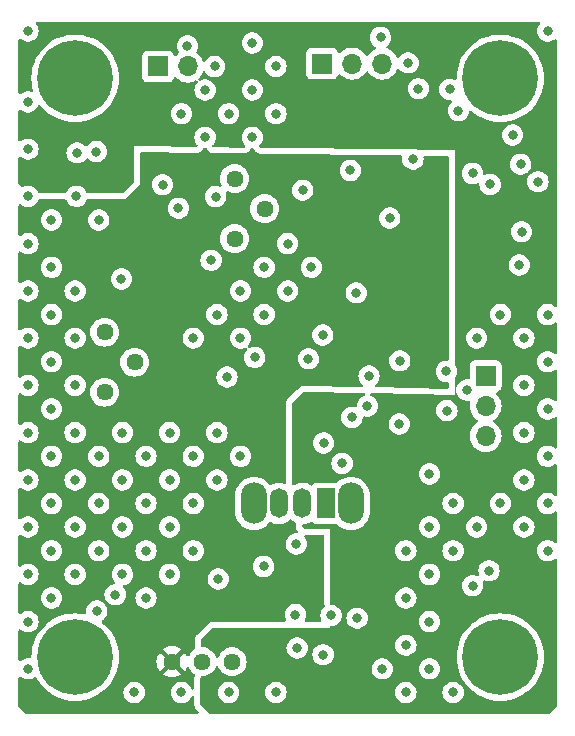
<source format=gbr>
%TF.GenerationSoftware,KiCad,Pcbnew,7.0.2-0*%
%TF.CreationDate,2025-01-08T13:43:56-05:00*%
%TF.ProjectId,plaqchek_potentiostat,706c6171-6368-4656-9b5f-706f74656e74,rev?*%
%TF.SameCoordinates,Original*%
%TF.FileFunction,Copper,L3,Inr*%
%TF.FilePolarity,Positive*%
%FSLAX46Y46*%
G04 Gerber Fmt 4.6, Leading zero omitted, Abs format (unit mm)*
G04 Created by KiCad (PCBNEW 7.0.2-0) date 2025-01-08 13:43:56*
%MOMM*%
%LPD*%
G01*
G04 APERTURE LIST*
%TA.AperFunction,ComponentPad*%
%ADD10C,1.440000*%
%TD*%
%TA.AperFunction,ComponentPad*%
%ADD11O,2.200000X3.500000*%
%TD*%
%TA.AperFunction,ComponentPad*%
%ADD12R,1.500000X2.500000*%
%TD*%
%TA.AperFunction,ComponentPad*%
%ADD13O,1.500000X2.500000*%
%TD*%
%TA.AperFunction,ComponentPad*%
%ADD14C,6.400000*%
%TD*%
%TA.AperFunction,ComponentPad*%
%ADD15R,1.700000X1.700000*%
%TD*%
%TA.AperFunction,ComponentPad*%
%ADD16O,1.700000X1.700000*%
%TD*%
%TA.AperFunction,ViaPad*%
%ADD17C,0.800000*%
%TD*%
G04 APERTURE END LIST*
D10*
%TO.N,Net-(U1B--)*%
%TO.C,RV2*%
X151500000Y-113500000D03*
%TO.N,Net-(R14-Pad2)*%
X154040000Y-116040000D03*
X151500000Y-118580000D03*
%TD*%
%TO.N,+5VA*%
%TO.C,RV3*%
X157210000Y-141397500D03*
%TO.N,Net-(U4A-+)*%
X159750000Y-141397500D03*
X162290000Y-141397500D03*
%TD*%
D11*
%TO.N,*%
%TO.C,SW2*%
X172350000Y-128000000D03*
X164150000Y-128000000D03*
D12*
%TO.N,/VBIAS_POT_N*%
X170250000Y-128000000D03*
D13*
%TO.N,/VBIAS_POT*%
X168250000Y-128000000D03*
%TO.N,/VBIAS_POT_P*%
X166250000Y-128000000D03*
%TD*%
D14*
%TO.N,Net-(H4-Pad1)*%
%TO.C,H4*%
X149000000Y-141000000D03*
%TD*%
D15*
%TO.N,/VDAC_POT_PWM_3V3*%
%TO.C,J3*%
X156000000Y-91000000D03*
D16*
%TO.N,GND*%
X158540000Y-91000000D03*
%TD*%
D14*
%TO.N,Net-(H3-Pad1)*%
%TO.C,H3*%
X185000000Y-141000000D03*
%TD*%
D15*
%TO.N,/WORKING_ELEC*%
%TO.C,J1*%
X183750000Y-117200000D03*
D16*
%TO.N,/REF_ELEC*%
X183750000Y-119740000D03*
%TO.N,GND*%
X183750000Y-122280000D03*
%TD*%
D10*
%TO.N,Net-(U1A--)*%
%TO.C,RV1*%
X162500000Y-100500000D03*
%TO.N,Net-(U1B-+)*%
X165040000Y-103040000D03*
X162500000Y-105580000D03*
%TD*%
D14*
%TO.N,Net-(H2-Pad1)*%
%TO.C,H2*%
X149000000Y-92000000D03*
%TD*%
D15*
%TO.N,+6V*%
%TO.C,J2*%
X169920000Y-90750000D03*
D16*
%TO.N,-6V5*%
X172460000Y-90750000D03*
%TO.N,GND*%
X175000000Y-90750000D03*
%TD*%
D14*
%TO.N,Net-(H1-Pad1)*%
%TO.C,H1*%
X185000000Y-92000000D03*
%TD*%
D17*
%TO.N,GND*%
X185000000Y-128000000D03*
X187000000Y-126000000D03*
X189000000Y-132000000D03*
X177000000Y-144000000D03*
X181000000Y-144000000D03*
X169970000Y-113730000D03*
X155000000Y-136000000D03*
X185000000Y-112000000D03*
X145000000Y-114000000D03*
X189000000Y-128000000D03*
X160000000Y-93000000D03*
X145000000Y-130000000D03*
X149000000Y-134000000D03*
X159000000Y-124000000D03*
X167720000Y-131420000D03*
X164000000Y-97000000D03*
X150830000Y-137100000D03*
X154000000Y-144000000D03*
X160810000Y-91000000D03*
X166000000Y-144000000D03*
X167800000Y-140230000D03*
X179000000Y-130000000D03*
X149000000Y-126000000D03*
X145000000Y-94000000D03*
X145000000Y-118000000D03*
X181000000Y-128000000D03*
X180430000Y-116810000D03*
X149000000Y-110000000D03*
X145000000Y-138000000D03*
X149000000Y-114000000D03*
X177000000Y-140000000D03*
X180470000Y-120130000D03*
X183000000Y-130000000D03*
X164200000Y-115620000D03*
X184040000Y-133690000D03*
X152390000Y-135720000D03*
X166000000Y-95000000D03*
X145000000Y-106000000D03*
X149109040Y-101990087D03*
X158510000Y-89260000D03*
X157000000Y-134000000D03*
X149000000Y-122000000D03*
X160510000Y-107410000D03*
X151000000Y-124000000D03*
X163000000Y-110000000D03*
X187000000Y-118000000D03*
X172870000Y-137710000D03*
X147000000Y-132000000D03*
X147000000Y-120000000D03*
X147000000Y-108000000D03*
X189000000Y-116000000D03*
X189000000Y-88000000D03*
X158000000Y-144000000D03*
X182650000Y-100050000D03*
X157000000Y-130000000D03*
X184130000Y-100980000D03*
X187000000Y-114000000D03*
X161860000Y-117290000D03*
X179000000Y-134000000D03*
X170040000Y-122880000D03*
X163000000Y-124000000D03*
X145000000Y-134000000D03*
X151000000Y-128000000D03*
X172299999Y-99799237D03*
X180730000Y-92940000D03*
X172800000Y-110160000D03*
X145000000Y-122000000D03*
X147000000Y-116000000D03*
X158000000Y-95000000D03*
X147000000Y-124000000D03*
X145000000Y-98000000D03*
X159000000Y-114000000D03*
X165000000Y-112000000D03*
X175000000Y-142000000D03*
X179000000Y-138000000D03*
X187000000Y-130000000D03*
X145000000Y-142000000D03*
X163000000Y-114000000D03*
X173880000Y-117200000D03*
X181000000Y-132000000D03*
X159000000Y-132000000D03*
X186713864Y-99269658D03*
X172430000Y-120710000D03*
X145000000Y-110000000D03*
X155000000Y-128000000D03*
X183000000Y-114000000D03*
X176440000Y-121270000D03*
X157000000Y-122000000D03*
X161000000Y-112000000D03*
X145000000Y-102000000D03*
X147000000Y-112000000D03*
X153000000Y-134000000D03*
X162000000Y-95000000D03*
X167000000Y-110000000D03*
X182164258Y-118396457D03*
X161120000Y-134390000D03*
X189000000Y-120000000D03*
X151000000Y-132000000D03*
X160890000Y-102020000D03*
X182650000Y-134970000D03*
X149170000Y-98310000D03*
X147000000Y-128000000D03*
X176490000Y-115920000D03*
X178060000Y-92880000D03*
X167000000Y-106000000D03*
X155000000Y-124000000D03*
X177200000Y-90690000D03*
X149000000Y-118000000D03*
X147000000Y-136000000D03*
X166000000Y-91000000D03*
X153000000Y-122000000D03*
X179000000Y-142000000D03*
X160000000Y-97000000D03*
X157000000Y-126000000D03*
X169000000Y-108000000D03*
X174860000Y-88540000D03*
X162000000Y-144000000D03*
X145000000Y-88000000D03*
X189000000Y-124000000D03*
X161000000Y-122000000D03*
X155000000Y-132000000D03*
X153000000Y-130000000D03*
X153000000Y-126000000D03*
X165000000Y-108000000D03*
X177000000Y-136000000D03*
X150800000Y-98200000D03*
X164000000Y-89000000D03*
X167640000Y-137410000D03*
X149000000Y-130000000D03*
X188182049Y-100756195D03*
X147000000Y-104000000D03*
X189000000Y-112000000D03*
X145000000Y-126000000D03*
X152920000Y-108990000D03*
X177000000Y-132000000D03*
X156400000Y-101014500D03*
X159000000Y-128000000D03*
X170670000Y-137480000D03*
X161000000Y-126000000D03*
X187000000Y-122000000D03*
X181450000Y-94740000D03*
X164000000Y-93000000D03*
%TO.N,+5VA*%
X169500000Y-131250000D03*
X159350000Y-135950000D03*
X175200000Y-115000000D03*
X175800000Y-114000000D03*
X156400000Y-104800000D03*
X161100000Y-137250000D03*
%TO.N,-5VA*%
X149038330Y-100254995D03*
X175000000Y-93900000D03*
X166000000Y-140250000D03*
X168329999Y-122750000D03*
X173400000Y-95700000D03*
X173500000Y-93900000D03*
%TO.N,+6V*%
X168275000Y-101475000D03*
X175640000Y-103820000D03*
%TO.N,-6V5*%
X186800000Y-105000000D03*
X186600000Y-107800000D03*
%TO.N,/-5V_R*%
X177600000Y-98850000D03*
X186050000Y-96800000D03*
%TO.N,Net-(U1B-+)*%
X157750000Y-103000000D03*
X151000000Y-104000000D03*
%TO.N,/VBIAS_POT*%
X171600000Y-124600000D03*
X179000000Y-125500000D03*
%TO.N,/VBIAS_POT_P*%
X164960000Y-133322500D03*
X170000000Y-140800000D03*
%TO.N,Net-(U3B-+)*%
X168750000Y-115750000D03*
X173750000Y-119750000D03*
%TD*%
%TA.AperFunction,Conductor*%
%TO.N,-5VA*%
G36*
X188296661Y-87220185D02*
G01*
X188342416Y-87272989D01*
X188352360Y-87342147D01*
X188323335Y-87405703D01*
X188321772Y-87407472D01*
X188267466Y-87467784D01*
X188172820Y-87631715D01*
X188114326Y-87811742D01*
X188094540Y-88000000D01*
X188114326Y-88188257D01*
X188172820Y-88368284D01*
X188267466Y-88532216D01*
X188394129Y-88672889D01*
X188547269Y-88784151D01*
X188720197Y-88861144D01*
X188905352Y-88900500D01*
X188905354Y-88900500D01*
X189094648Y-88900500D01*
X189218084Y-88874262D01*
X189279803Y-88861144D01*
X189452730Y-88784151D01*
X189530314Y-88727783D01*
X189602615Y-88675254D01*
X189668421Y-88651774D01*
X189736475Y-88667599D01*
X189785170Y-88717705D01*
X189799500Y-88775572D01*
X189799500Y-111224427D01*
X189779815Y-111291466D01*
X189727011Y-111337221D01*
X189657853Y-111347165D01*
X189602615Y-111324745D01*
X189452730Y-111215848D01*
X189279802Y-111138855D01*
X189094648Y-111099500D01*
X189094646Y-111099500D01*
X188905354Y-111099500D01*
X188905352Y-111099500D01*
X188720197Y-111138855D01*
X188547269Y-111215848D01*
X188394129Y-111327110D01*
X188267466Y-111467783D01*
X188172820Y-111631715D01*
X188114326Y-111811742D01*
X188094540Y-112000000D01*
X188114326Y-112188257D01*
X188172820Y-112368284D01*
X188267466Y-112532216D01*
X188394129Y-112672889D01*
X188547269Y-112784151D01*
X188720197Y-112861144D01*
X188905352Y-112900500D01*
X188905354Y-112900500D01*
X189094648Y-112900500D01*
X189218083Y-112874262D01*
X189279803Y-112861144D01*
X189452730Y-112784151D01*
X189464538Y-112775572D01*
X189602615Y-112675254D01*
X189668421Y-112651774D01*
X189736475Y-112667599D01*
X189785170Y-112717705D01*
X189799500Y-112775572D01*
X189799500Y-115224427D01*
X189779815Y-115291466D01*
X189727011Y-115337221D01*
X189657853Y-115347165D01*
X189602615Y-115324745D01*
X189452730Y-115215848D01*
X189279802Y-115138855D01*
X189094648Y-115099500D01*
X189094646Y-115099500D01*
X188905354Y-115099500D01*
X188905352Y-115099500D01*
X188720197Y-115138855D01*
X188547269Y-115215848D01*
X188394129Y-115327110D01*
X188267466Y-115467783D01*
X188172820Y-115631715D01*
X188114326Y-115811742D01*
X188094540Y-115999999D01*
X188114326Y-116188257D01*
X188172820Y-116368284D01*
X188267466Y-116532216D01*
X188394129Y-116672889D01*
X188547269Y-116784151D01*
X188720197Y-116861144D01*
X188905352Y-116900500D01*
X188905354Y-116900500D01*
X189094648Y-116900500D01*
X189218084Y-116874262D01*
X189279803Y-116861144D01*
X189452730Y-116784151D01*
X189489021Y-116757784D01*
X189602615Y-116675254D01*
X189668421Y-116651774D01*
X189736475Y-116667599D01*
X189785170Y-116717705D01*
X189799500Y-116775572D01*
X189799500Y-119224427D01*
X189779815Y-119291466D01*
X189727011Y-119337221D01*
X189657853Y-119347165D01*
X189602615Y-119324745D01*
X189452730Y-119215848D01*
X189279802Y-119138855D01*
X189094648Y-119099500D01*
X189094646Y-119099500D01*
X188905354Y-119099500D01*
X188905352Y-119099500D01*
X188720197Y-119138855D01*
X188547269Y-119215848D01*
X188394129Y-119327110D01*
X188267466Y-119467783D01*
X188172820Y-119631715D01*
X188114326Y-119811742D01*
X188094540Y-120000000D01*
X188114326Y-120188257D01*
X188172820Y-120368284D01*
X188267466Y-120532216D01*
X188394129Y-120672889D01*
X188547269Y-120784151D01*
X188720197Y-120861144D01*
X188905352Y-120900500D01*
X188905354Y-120900500D01*
X189094648Y-120900500D01*
X189218083Y-120874262D01*
X189279803Y-120861144D01*
X189452730Y-120784151D01*
X189516549Y-120737784D01*
X189602615Y-120675254D01*
X189668421Y-120651774D01*
X189736475Y-120667599D01*
X189785170Y-120717705D01*
X189799500Y-120775572D01*
X189799500Y-123224427D01*
X189779815Y-123291466D01*
X189727011Y-123337221D01*
X189657853Y-123347165D01*
X189602615Y-123324745D01*
X189452730Y-123215848D01*
X189279802Y-123138855D01*
X189094648Y-123099500D01*
X189094646Y-123099500D01*
X188905354Y-123099500D01*
X188905352Y-123099500D01*
X188720197Y-123138855D01*
X188547269Y-123215848D01*
X188394129Y-123327110D01*
X188267466Y-123467783D01*
X188172820Y-123631715D01*
X188114326Y-123811742D01*
X188094540Y-124000000D01*
X188114326Y-124188257D01*
X188172820Y-124368284D01*
X188267466Y-124532216D01*
X188394129Y-124672889D01*
X188547269Y-124784151D01*
X188720197Y-124861144D01*
X188905352Y-124900500D01*
X188905354Y-124900500D01*
X189094648Y-124900500D01*
X189218084Y-124874262D01*
X189279803Y-124861144D01*
X189452730Y-124784151D01*
X189464538Y-124775572D01*
X189602615Y-124675254D01*
X189668421Y-124651774D01*
X189736475Y-124667599D01*
X189785170Y-124717705D01*
X189799500Y-124775572D01*
X189799500Y-127224427D01*
X189779815Y-127291466D01*
X189727011Y-127337221D01*
X189657853Y-127347165D01*
X189602615Y-127324745D01*
X189452730Y-127215848D01*
X189279802Y-127138855D01*
X189094648Y-127099500D01*
X189094646Y-127099500D01*
X188905354Y-127099500D01*
X188905352Y-127099500D01*
X188720197Y-127138855D01*
X188547269Y-127215848D01*
X188394129Y-127327110D01*
X188267466Y-127467783D01*
X188172820Y-127631715D01*
X188114326Y-127811742D01*
X188094540Y-127999999D01*
X188114326Y-128188257D01*
X188172820Y-128368284D01*
X188267466Y-128532216D01*
X188394129Y-128672889D01*
X188547269Y-128784151D01*
X188720197Y-128861144D01*
X188905352Y-128900500D01*
X188905354Y-128900500D01*
X189094648Y-128900500D01*
X189218083Y-128874262D01*
X189279803Y-128861144D01*
X189452730Y-128784151D01*
X189464538Y-128775572D01*
X189602615Y-128675254D01*
X189668421Y-128651774D01*
X189736475Y-128667599D01*
X189785170Y-128717705D01*
X189799500Y-128775572D01*
X189799500Y-131224427D01*
X189779815Y-131291466D01*
X189727011Y-131337221D01*
X189657853Y-131347165D01*
X189602615Y-131324745D01*
X189452730Y-131215848D01*
X189279802Y-131138855D01*
X189094648Y-131099500D01*
X189094646Y-131099500D01*
X188905354Y-131099500D01*
X188905352Y-131099500D01*
X188720197Y-131138855D01*
X188547269Y-131215848D01*
X188394129Y-131327110D01*
X188267466Y-131467783D01*
X188172820Y-131631715D01*
X188114326Y-131811742D01*
X188094540Y-131999999D01*
X188114326Y-132188257D01*
X188172820Y-132368284D01*
X188267466Y-132532216D01*
X188394129Y-132672889D01*
X188547269Y-132784151D01*
X188720197Y-132861144D01*
X188905352Y-132900500D01*
X188905354Y-132900500D01*
X189094648Y-132900500D01*
X189218084Y-132874262D01*
X189279803Y-132861144D01*
X189452730Y-132784151D01*
X189602615Y-132675252D01*
X189668420Y-132651774D01*
X189736473Y-132667599D01*
X189785168Y-132717705D01*
X189799499Y-132775572D01*
X189799499Y-145149138D01*
X189779814Y-145216177D01*
X189763180Y-145236819D01*
X189236819Y-145763181D01*
X189175496Y-145796666D01*
X189149138Y-145799500D01*
X160410058Y-145799500D01*
X160343019Y-145779815D01*
X160321831Y-145762632D01*
X159605159Y-145036946D01*
X159572057Y-144975414D01*
X159569396Y-144948270D01*
X159581249Y-144000000D01*
X161094540Y-144000000D01*
X161114326Y-144188257D01*
X161172820Y-144368284D01*
X161267466Y-144532216D01*
X161394129Y-144672889D01*
X161547269Y-144784151D01*
X161720197Y-144861144D01*
X161905352Y-144900500D01*
X161905354Y-144900500D01*
X162094648Y-144900500D01*
X162218083Y-144874262D01*
X162279803Y-144861144D01*
X162452730Y-144784151D01*
X162605871Y-144672888D01*
X162732533Y-144532216D01*
X162827179Y-144368284D01*
X162885674Y-144188256D01*
X162905460Y-144000000D01*
X165094540Y-144000000D01*
X165114326Y-144188257D01*
X165172820Y-144368284D01*
X165267466Y-144532216D01*
X165394129Y-144672889D01*
X165547269Y-144784151D01*
X165720197Y-144861144D01*
X165905352Y-144900500D01*
X165905354Y-144900500D01*
X166094648Y-144900500D01*
X166218083Y-144874262D01*
X166279803Y-144861144D01*
X166452730Y-144784151D01*
X166605871Y-144672888D01*
X166732533Y-144532216D01*
X166827179Y-144368284D01*
X166885674Y-144188256D01*
X166905460Y-144000000D01*
X176094540Y-144000000D01*
X176114326Y-144188257D01*
X176172820Y-144368284D01*
X176267466Y-144532216D01*
X176394129Y-144672889D01*
X176547269Y-144784151D01*
X176720197Y-144861144D01*
X176905352Y-144900500D01*
X176905354Y-144900500D01*
X177094648Y-144900500D01*
X177218083Y-144874262D01*
X177279803Y-144861144D01*
X177452730Y-144784151D01*
X177605871Y-144672888D01*
X177732533Y-144532216D01*
X177827179Y-144368284D01*
X177885674Y-144188256D01*
X177905460Y-144000000D01*
X180094540Y-144000000D01*
X180114326Y-144188257D01*
X180172820Y-144368284D01*
X180267466Y-144532216D01*
X180394129Y-144672889D01*
X180547269Y-144784151D01*
X180720197Y-144861144D01*
X180905352Y-144900500D01*
X180905354Y-144900500D01*
X181094648Y-144900500D01*
X181218083Y-144874262D01*
X181279803Y-144861144D01*
X181452730Y-144784151D01*
X181605871Y-144672888D01*
X181732533Y-144532216D01*
X181827179Y-144368284D01*
X181885674Y-144188256D01*
X181905460Y-144000000D01*
X181885674Y-143811744D01*
X181827179Y-143631716D01*
X181827179Y-143631715D01*
X181732533Y-143467783D01*
X181605870Y-143327110D01*
X181452730Y-143215848D01*
X181279802Y-143138855D01*
X181094648Y-143099500D01*
X181094646Y-143099500D01*
X180905354Y-143099500D01*
X180905352Y-143099500D01*
X180720197Y-143138855D01*
X180547269Y-143215848D01*
X180394129Y-143327110D01*
X180267466Y-143467783D01*
X180172820Y-143631715D01*
X180114326Y-143811742D01*
X180094540Y-144000000D01*
X177905460Y-144000000D01*
X177885674Y-143811744D01*
X177827179Y-143631716D01*
X177827179Y-143631715D01*
X177732533Y-143467783D01*
X177605870Y-143327110D01*
X177452730Y-143215848D01*
X177279802Y-143138855D01*
X177094648Y-143099500D01*
X177094646Y-143099500D01*
X176905354Y-143099500D01*
X176905352Y-143099500D01*
X176720197Y-143138855D01*
X176547269Y-143215848D01*
X176394129Y-143327110D01*
X176267466Y-143467783D01*
X176172820Y-143631715D01*
X176114326Y-143811742D01*
X176094540Y-144000000D01*
X166905460Y-144000000D01*
X166885674Y-143811744D01*
X166827179Y-143631716D01*
X166827179Y-143631715D01*
X166732533Y-143467783D01*
X166605870Y-143327110D01*
X166452730Y-143215848D01*
X166279802Y-143138855D01*
X166094648Y-143099500D01*
X166094646Y-143099500D01*
X165905354Y-143099500D01*
X165905352Y-143099500D01*
X165720197Y-143138855D01*
X165547269Y-143215848D01*
X165394129Y-143327110D01*
X165267466Y-143467783D01*
X165172820Y-143631715D01*
X165114326Y-143811742D01*
X165094540Y-144000000D01*
X162905460Y-144000000D01*
X162885674Y-143811744D01*
X162827179Y-143631716D01*
X162827179Y-143631715D01*
X162732533Y-143467783D01*
X162605870Y-143327110D01*
X162452730Y-143215848D01*
X162279802Y-143138855D01*
X162094648Y-143099500D01*
X162094646Y-143099500D01*
X161905354Y-143099500D01*
X161905352Y-143099500D01*
X161720197Y-143138855D01*
X161547269Y-143215848D01*
X161394129Y-143327110D01*
X161267466Y-143467783D01*
X161172820Y-143631715D01*
X161114326Y-143811742D01*
X161094540Y-144000000D01*
X159581249Y-144000000D01*
X159596961Y-142743040D01*
X159617482Y-142676256D01*
X159670853Y-142631165D01*
X159731759Y-142621066D01*
X159750000Y-142622662D01*
X159750001Y-142622661D01*
X159750002Y-142622662D01*
X159835098Y-142615216D01*
X159962747Y-142604049D01*
X160169030Y-142548776D01*
X160362581Y-142458521D01*
X160537519Y-142336029D01*
X160688529Y-142185019D01*
X160811021Y-142010081D01*
X160901276Y-141816530D01*
X160901275Y-141816530D01*
X160905861Y-141806698D01*
X160908000Y-141807695D01*
X160936587Y-141760794D01*
X160999433Y-141730262D01*
X161068809Y-141738555D01*
X161122688Y-141783039D01*
X161133606Y-141806946D01*
X161134139Y-141806698D01*
X161228979Y-142010082D01*
X161351471Y-142185020D01*
X161502479Y-142336028D01*
X161677417Y-142458520D01*
X161677418Y-142458520D01*
X161677419Y-142458521D01*
X161870970Y-142548776D01*
X162077253Y-142604049D01*
X162290000Y-142622662D01*
X162502747Y-142604049D01*
X162709030Y-142548776D01*
X162902581Y-142458521D01*
X163077519Y-142336029D01*
X163228529Y-142185019D01*
X163351021Y-142010081D01*
X163355722Y-141999999D01*
X174094540Y-141999999D01*
X174114326Y-142188257D01*
X174172820Y-142368284D01*
X174267466Y-142532216D01*
X174394129Y-142672889D01*
X174547269Y-142784151D01*
X174720197Y-142861144D01*
X174905352Y-142900500D01*
X174905354Y-142900500D01*
X175094648Y-142900500D01*
X175218084Y-142874262D01*
X175279803Y-142861144D01*
X175452730Y-142784151D01*
X175509315Y-142743040D01*
X175605870Y-142672889D01*
X175732533Y-142532216D01*
X175827179Y-142368284D01*
X175837660Y-142336028D01*
X175885674Y-142188256D01*
X175905460Y-142000000D01*
X178094540Y-142000000D01*
X178114326Y-142188257D01*
X178172820Y-142368284D01*
X178267466Y-142532216D01*
X178394129Y-142672889D01*
X178547269Y-142784151D01*
X178720197Y-142861144D01*
X178905352Y-142900500D01*
X178905354Y-142900500D01*
X179094648Y-142900500D01*
X179218084Y-142874262D01*
X179279803Y-142861144D01*
X179452730Y-142784151D01*
X179509315Y-142743040D01*
X179605870Y-142672889D01*
X179732533Y-142532216D01*
X179827179Y-142368284D01*
X179837660Y-142336028D01*
X179885674Y-142188256D01*
X179905460Y-142000000D01*
X179885674Y-141811744D01*
X179827179Y-141631716D01*
X179827179Y-141631715D01*
X179732533Y-141467783D01*
X179605870Y-141327110D01*
X179452730Y-141215848D01*
X179279802Y-141138855D01*
X179094648Y-141099500D01*
X179094646Y-141099500D01*
X178905354Y-141099500D01*
X178905352Y-141099500D01*
X178720197Y-141138855D01*
X178547269Y-141215848D01*
X178394129Y-141327110D01*
X178267466Y-141467783D01*
X178172820Y-141631715D01*
X178114326Y-141811742D01*
X178094540Y-142000000D01*
X175905460Y-142000000D01*
X175885674Y-141811744D01*
X175827179Y-141631716D01*
X175827179Y-141631715D01*
X175732533Y-141467783D01*
X175605870Y-141327110D01*
X175452730Y-141215848D01*
X175279802Y-141138855D01*
X175094648Y-141099500D01*
X175094646Y-141099500D01*
X174905354Y-141099500D01*
X174905352Y-141099500D01*
X174720197Y-141138855D01*
X174547269Y-141215848D01*
X174394129Y-141327110D01*
X174267466Y-141467783D01*
X174172820Y-141631715D01*
X174114326Y-141811742D01*
X174094540Y-141999999D01*
X163355722Y-141999999D01*
X163441276Y-141816530D01*
X163496549Y-141610247D01*
X163515162Y-141397500D01*
X163496549Y-141184753D01*
X163441276Y-140978470D01*
X163351021Y-140784919D01*
X163350484Y-140784151D01*
X163228528Y-140609979D01*
X163077520Y-140458971D01*
X162902582Y-140336479D01*
X162709031Y-140246224D01*
X162648478Y-140229999D01*
X166894540Y-140229999D01*
X166914326Y-140418257D01*
X166972820Y-140598284D01*
X167067466Y-140762216D01*
X167194129Y-140902889D01*
X167347269Y-141014151D01*
X167520197Y-141091144D01*
X167705352Y-141130500D01*
X167705354Y-141130500D01*
X167894648Y-141130500D01*
X168018083Y-141104262D01*
X168079803Y-141091144D01*
X168252730Y-141014151D01*
X168405871Y-140902888D01*
X168498512Y-140800000D01*
X169094540Y-140800000D01*
X169114326Y-140988257D01*
X169172820Y-141168284D01*
X169267466Y-141332216D01*
X169394129Y-141472889D01*
X169547269Y-141584151D01*
X169720197Y-141661144D01*
X169905352Y-141700500D01*
X169905354Y-141700500D01*
X170094648Y-141700500D01*
X170218083Y-141674262D01*
X170279803Y-141661144D01*
X170452730Y-141584151D01*
X170605871Y-141472888D01*
X170732533Y-141332216D01*
X170827179Y-141168284D01*
X170881858Y-141000000D01*
X181294422Y-141000000D01*
X181294592Y-141003243D01*
X181311565Y-141327112D01*
X181314722Y-141387338D01*
X181315227Y-141390531D01*
X181315229Y-141390543D01*
X181374889Y-141767224D01*
X181374891Y-141767237D01*
X181375398Y-141770433D01*
X181376235Y-141773557D01*
X181376237Y-141773566D01*
X181474947Y-142141957D01*
X181475786Y-142145087D01*
X181476943Y-142148102D01*
X181476946Y-142148110D01*
X181492357Y-142188256D01*
X181614786Y-142507194D01*
X181616255Y-142510077D01*
X181616259Y-142510086D01*
X181700927Y-142676256D01*
X181790875Y-142852789D01*
X182002124Y-143178084D01*
X182004169Y-143180609D01*
X182236718Y-143467784D01*
X182246219Y-143479516D01*
X182520484Y-143753781D01*
X182821916Y-143997876D01*
X183147211Y-144209125D01*
X183492806Y-144385214D01*
X183854913Y-144524214D01*
X184229567Y-144624602D01*
X184612662Y-144685278D01*
X185000000Y-144705578D01*
X185387338Y-144685278D01*
X185770433Y-144624602D01*
X186145087Y-144524214D01*
X186507194Y-144385214D01*
X186852789Y-144209125D01*
X187178084Y-143997876D01*
X187479516Y-143753781D01*
X187753781Y-143479516D01*
X187997876Y-143178084D01*
X188209125Y-142852789D01*
X188385214Y-142507194D01*
X188524214Y-142145087D01*
X188624602Y-141770433D01*
X188685278Y-141387338D01*
X188705578Y-141000000D01*
X188685278Y-140612662D01*
X188624602Y-140229567D01*
X188524214Y-139854913D01*
X188385214Y-139492806D01*
X188209125Y-139147211D01*
X187997876Y-138821916D01*
X187753781Y-138520484D01*
X187479516Y-138246219D01*
X187178084Y-138002124D01*
X186852789Y-137790875D01*
X186849901Y-137789403D01*
X186849895Y-137789400D01*
X186510086Y-137616259D01*
X186510077Y-137616255D01*
X186507194Y-137614786D01*
X186464132Y-137598256D01*
X186148110Y-137476946D01*
X186148102Y-137476943D01*
X186145087Y-137475786D01*
X186141962Y-137474948D01*
X186141957Y-137474947D01*
X185773566Y-137376237D01*
X185773557Y-137376235D01*
X185770433Y-137375398D01*
X185767237Y-137374891D01*
X185767224Y-137374889D01*
X185390543Y-137315229D01*
X185390531Y-137315227D01*
X185387338Y-137314722D01*
X185384103Y-137314552D01*
X185384099Y-137314552D01*
X185003244Y-137294592D01*
X185000000Y-137294422D01*
X184996756Y-137294592D01*
X184615900Y-137314552D01*
X184615894Y-137314552D01*
X184612662Y-137314722D01*
X184609470Y-137315227D01*
X184609456Y-137315229D01*
X184232775Y-137374889D01*
X184232758Y-137374892D01*
X184229567Y-137375398D01*
X184226446Y-137376234D01*
X184226433Y-137376237D01*
X183858042Y-137474947D01*
X183858031Y-137474950D01*
X183854913Y-137475786D01*
X183851902Y-137476941D01*
X183851889Y-137476946D01*
X183495837Y-137613622D01*
X183495828Y-137613625D01*
X183492806Y-137614786D01*
X183489929Y-137616251D01*
X183489913Y-137616259D01*
X183150104Y-137789400D01*
X183150090Y-137789408D01*
X183147211Y-137790875D01*
X183144491Y-137792641D01*
X183144483Y-137792646D01*
X182824644Y-138000352D01*
X182824638Y-138000355D01*
X182821916Y-138002124D01*
X182819396Y-138004164D01*
X182819390Y-138004169D01*
X182523002Y-138244179D01*
X182522991Y-138244188D01*
X182520484Y-138246219D01*
X182518199Y-138248503D01*
X182518189Y-138248513D01*
X182248513Y-138518189D01*
X182248503Y-138518199D01*
X182246219Y-138520484D01*
X182244188Y-138522991D01*
X182244179Y-138523002D01*
X182004169Y-138819390D01*
X182004164Y-138819396D01*
X182002124Y-138821916D01*
X182000355Y-138824638D01*
X182000352Y-138824644D01*
X181792646Y-139144483D01*
X181792641Y-139144491D01*
X181790875Y-139147211D01*
X181789408Y-139150090D01*
X181789400Y-139150104D01*
X181616259Y-139489913D01*
X181616251Y-139489929D01*
X181614786Y-139492806D01*
X181613625Y-139495828D01*
X181613622Y-139495837D01*
X181476946Y-139851889D01*
X181476941Y-139851902D01*
X181475786Y-139854913D01*
X181474950Y-139858031D01*
X181474947Y-139858042D01*
X181376237Y-140226433D01*
X181376234Y-140226446D01*
X181375398Y-140229567D01*
X181374892Y-140232758D01*
X181374889Y-140232775D01*
X181315229Y-140609456D01*
X181315227Y-140609470D01*
X181314722Y-140612662D01*
X181314552Y-140615894D01*
X181314552Y-140615900D01*
X181299511Y-140902889D01*
X181294422Y-141000000D01*
X170881858Y-141000000D01*
X170885674Y-140988256D01*
X170905460Y-140800000D01*
X170885674Y-140611744D01*
X170827179Y-140431716D01*
X170827179Y-140431715D01*
X170732533Y-140267783D01*
X170605870Y-140127110D01*
X170452730Y-140015848D01*
X170417135Y-140000000D01*
X176094540Y-140000000D01*
X176114326Y-140188257D01*
X176172820Y-140368284D01*
X176267466Y-140532216D01*
X176394129Y-140672889D01*
X176547269Y-140784151D01*
X176720197Y-140861144D01*
X176905352Y-140900500D01*
X176905354Y-140900500D01*
X177094648Y-140900500D01*
X177218084Y-140874262D01*
X177279803Y-140861144D01*
X177452730Y-140784151D01*
X177605871Y-140672888D01*
X177732533Y-140532216D01*
X177827179Y-140368284D01*
X177885674Y-140188256D01*
X177905460Y-140000000D01*
X177885674Y-139811744D01*
X177827179Y-139631716D01*
X177827179Y-139631715D01*
X177732533Y-139467783D01*
X177605870Y-139327110D01*
X177452730Y-139215848D01*
X177279802Y-139138855D01*
X177094648Y-139099500D01*
X177094646Y-139099500D01*
X176905354Y-139099500D01*
X176905352Y-139099500D01*
X176720197Y-139138855D01*
X176547269Y-139215848D01*
X176394129Y-139327110D01*
X176267466Y-139467783D01*
X176172820Y-139631715D01*
X176114326Y-139811742D01*
X176094540Y-140000000D01*
X170417135Y-140000000D01*
X170279802Y-139938855D01*
X170094648Y-139899500D01*
X170094646Y-139899500D01*
X169905354Y-139899500D01*
X169905352Y-139899500D01*
X169720197Y-139938855D01*
X169547269Y-140015848D01*
X169394129Y-140127110D01*
X169267466Y-140267783D01*
X169172820Y-140431715D01*
X169114326Y-140611742D01*
X169094540Y-140800000D01*
X168498512Y-140800000D01*
X168532533Y-140762216D01*
X168627179Y-140598284D01*
X168685674Y-140418256D01*
X168705460Y-140230000D01*
X168685674Y-140041744D01*
X168627179Y-139861716D01*
X168627179Y-139861715D01*
X168532533Y-139697783D01*
X168405870Y-139557110D01*
X168252730Y-139445848D01*
X168079802Y-139368855D01*
X167894648Y-139329500D01*
X167894646Y-139329500D01*
X167705354Y-139329500D01*
X167705352Y-139329500D01*
X167520197Y-139368855D01*
X167347269Y-139445848D01*
X167194129Y-139557110D01*
X167067466Y-139697783D01*
X166972820Y-139861715D01*
X166914326Y-140041742D01*
X166894540Y-140229999D01*
X162648478Y-140229999D01*
X162502744Y-140190950D01*
X162290000Y-140172337D01*
X162077255Y-140190950D01*
X161870968Y-140246224D01*
X161677417Y-140336479D01*
X161502479Y-140458971D01*
X161351471Y-140609979D01*
X161228979Y-140784917D01*
X161134139Y-140988302D01*
X161131999Y-140987304D01*
X161103409Y-141034209D01*
X161040562Y-141064737D01*
X160971186Y-141056442D01*
X160917309Y-141011956D01*
X160906392Y-140988054D01*
X160905861Y-140988302D01*
X160811020Y-140784917D01*
X160688528Y-140609979D01*
X160537520Y-140458971D01*
X160362582Y-140336479D01*
X160169031Y-140246224D01*
X159962744Y-140190950D01*
X159743848Y-140171799D01*
X159678779Y-140146347D01*
X159637800Y-140089756D01*
X159630665Y-140046726D01*
X159636864Y-139550824D01*
X159657385Y-139484039D01*
X159673713Y-139464159D01*
X160613779Y-138535770D01*
X160675309Y-138502671D01*
X160700909Y-138500000D01*
X169600000Y-138500000D01*
X170600000Y-138500000D01*
X170600000Y-138380500D01*
X170764648Y-138380500D01*
X170888083Y-138354262D01*
X170949803Y-138341144D01*
X171122730Y-138264151D01*
X171275871Y-138152888D01*
X171402533Y-138012216D01*
X171497179Y-137848284D01*
X171542110Y-137710000D01*
X171964540Y-137710000D01*
X171984326Y-137898257D01*
X172042820Y-138078284D01*
X172137466Y-138242216D01*
X172264129Y-138382889D01*
X172417269Y-138494151D01*
X172590197Y-138571144D01*
X172775352Y-138610500D01*
X172775354Y-138610500D01*
X172964648Y-138610500D01*
X173088084Y-138584262D01*
X173149803Y-138571144D01*
X173322730Y-138494151D01*
X173322729Y-138494151D01*
X173475870Y-138382889D01*
X173489021Y-138368284D01*
X173602533Y-138242216D01*
X173697179Y-138078284D01*
X173722615Y-137999999D01*
X178094540Y-137999999D01*
X178114326Y-138188257D01*
X178172820Y-138368284D01*
X178267466Y-138532216D01*
X178394129Y-138672889D01*
X178547269Y-138784151D01*
X178720197Y-138861144D01*
X178905352Y-138900500D01*
X178905354Y-138900500D01*
X179094648Y-138900500D01*
X179218083Y-138874262D01*
X179279803Y-138861144D01*
X179452730Y-138784151D01*
X179605871Y-138672888D01*
X179732533Y-138532216D01*
X179827179Y-138368284D01*
X179885674Y-138188256D01*
X179905460Y-138000000D01*
X179885674Y-137811744D01*
X179839052Y-137668256D01*
X179827179Y-137631715D01*
X179732533Y-137467783D01*
X179605870Y-137327110D01*
X179452730Y-137215848D01*
X179279802Y-137138855D01*
X179094648Y-137099500D01*
X179094646Y-137099500D01*
X178905354Y-137099500D01*
X178905352Y-137099500D01*
X178720197Y-137138855D01*
X178547269Y-137215848D01*
X178394129Y-137327110D01*
X178267466Y-137467783D01*
X178172820Y-137631715D01*
X178114326Y-137811742D01*
X178094540Y-137999999D01*
X173722615Y-137999999D01*
X173755674Y-137898256D01*
X173775460Y-137710000D01*
X173755674Y-137521744D01*
X173697179Y-137341716D01*
X173697179Y-137341715D01*
X173602533Y-137177783D01*
X173475870Y-137037110D01*
X173322730Y-136925848D01*
X173149802Y-136848855D01*
X172964648Y-136809500D01*
X172964646Y-136809500D01*
X172775354Y-136809500D01*
X172775352Y-136809500D01*
X172590197Y-136848855D01*
X172417269Y-136925848D01*
X172264129Y-137037110D01*
X172137466Y-137177783D01*
X172042820Y-137341715D01*
X171984326Y-137521742D01*
X171964540Y-137710000D01*
X171542110Y-137710000D01*
X171555674Y-137668256D01*
X171575460Y-137480000D01*
X171555674Y-137291744D01*
X171518646Y-137177783D01*
X171497179Y-137111715D01*
X171402533Y-136947783D01*
X171275870Y-136807110D01*
X171122730Y-136695848D01*
X170949802Y-136618855D01*
X170764648Y-136579500D01*
X170764646Y-136579500D01*
X170724000Y-136579500D01*
X170656961Y-136559815D01*
X170611206Y-136507011D01*
X170600000Y-136455500D01*
X170600000Y-136000000D01*
X176094540Y-136000000D01*
X176114326Y-136188257D01*
X176172820Y-136368284D01*
X176267466Y-136532216D01*
X176394129Y-136672889D01*
X176547269Y-136784151D01*
X176720197Y-136861144D01*
X176905352Y-136900500D01*
X176905354Y-136900500D01*
X177094648Y-136900500D01*
X177218083Y-136874262D01*
X177279803Y-136861144D01*
X177452730Y-136784151D01*
X177517474Y-136737112D01*
X177605870Y-136672889D01*
X177653042Y-136620500D01*
X177732533Y-136532216D01*
X177827179Y-136368284D01*
X177885674Y-136188256D01*
X177905460Y-136000000D01*
X177885674Y-135811744D01*
X177855332Y-135718363D01*
X177827179Y-135631715D01*
X177732533Y-135467783D01*
X177605870Y-135327110D01*
X177452730Y-135215848D01*
X177279802Y-135138855D01*
X177094648Y-135099500D01*
X177094646Y-135099500D01*
X176905354Y-135099500D01*
X176905352Y-135099500D01*
X176720197Y-135138855D01*
X176547269Y-135215848D01*
X176394129Y-135327110D01*
X176267466Y-135467783D01*
X176172820Y-135631715D01*
X176114326Y-135811742D01*
X176094540Y-136000000D01*
X170600000Y-136000000D01*
X170600000Y-134969999D01*
X181744540Y-134969999D01*
X181764326Y-135158257D01*
X181822820Y-135338284D01*
X181917466Y-135502216D01*
X182044129Y-135642889D01*
X182197269Y-135754151D01*
X182370197Y-135831144D01*
X182555352Y-135870500D01*
X182555354Y-135870500D01*
X182744648Y-135870500D01*
X182868084Y-135844262D01*
X182929803Y-135831144D01*
X183102730Y-135754151D01*
X183255871Y-135642888D01*
X183382533Y-135502216D01*
X183477179Y-135338284D01*
X183535674Y-135158256D01*
X183555460Y-134970000D01*
X183535674Y-134781744D01*
X183496165Y-134660148D01*
X183494170Y-134590307D01*
X183530251Y-134530474D01*
X183592952Y-134499646D01*
X183662366Y-134507611D01*
X183664532Y-134508551D01*
X183760197Y-134551144D01*
X183945352Y-134590500D01*
X183945354Y-134590500D01*
X184134648Y-134590500D01*
X184258084Y-134564262D01*
X184319803Y-134551144D01*
X184492730Y-134474151D01*
X184542785Y-134437784D01*
X184645870Y-134362889D01*
X184772533Y-134222216D01*
X184867179Y-134058284D01*
X184887615Y-133995388D01*
X184925674Y-133878256D01*
X184945460Y-133690000D01*
X184925674Y-133501744D01*
X184895332Y-133408363D01*
X184867179Y-133321715D01*
X184772533Y-133157783D01*
X184645870Y-133017110D01*
X184492730Y-132905848D01*
X184319802Y-132828855D01*
X184134648Y-132789500D01*
X184134646Y-132789500D01*
X183945354Y-132789500D01*
X183945352Y-132789500D01*
X183760197Y-132828855D01*
X183587269Y-132905848D01*
X183434129Y-133017110D01*
X183307466Y-133157783D01*
X183212820Y-133321715D01*
X183154326Y-133501742D01*
X183134540Y-133690000D01*
X183154326Y-133878259D01*
X183193834Y-133999852D01*
X183195829Y-134069693D01*
X183159748Y-134129525D01*
X183097047Y-134160353D01*
X183027633Y-134152388D01*
X183025467Y-134151449D01*
X182929803Y-134108856D01*
X182929802Y-134108855D01*
X182929798Y-134108854D01*
X182744648Y-134069500D01*
X182744646Y-134069500D01*
X182555354Y-134069500D01*
X182555352Y-134069500D01*
X182370197Y-134108855D01*
X182197269Y-134185848D01*
X182044129Y-134297110D01*
X181917466Y-134437783D01*
X181822820Y-134601715D01*
X181764326Y-134781742D01*
X181744540Y-134969999D01*
X170600000Y-134969999D01*
X170600000Y-134000000D01*
X178094540Y-134000000D01*
X178114326Y-134188257D01*
X178172820Y-134368284D01*
X178267466Y-134532216D01*
X178394129Y-134672889D01*
X178547269Y-134784151D01*
X178720197Y-134861144D01*
X178905352Y-134900500D01*
X178905354Y-134900500D01*
X179094648Y-134900500D01*
X179218084Y-134874262D01*
X179279803Y-134861144D01*
X179452730Y-134784151D01*
X179605871Y-134672888D01*
X179732533Y-134532216D01*
X179827179Y-134368284D01*
X179885674Y-134188256D01*
X179905460Y-134000000D01*
X179885674Y-133811744D01*
X179854926Y-133717112D01*
X179827179Y-133631715D01*
X179732533Y-133467783D01*
X179605870Y-133327110D01*
X179452730Y-133215848D01*
X179279802Y-133138855D01*
X179094648Y-133099500D01*
X179094646Y-133099500D01*
X178905354Y-133099500D01*
X178905352Y-133099500D01*
X178720197Y-133138855D01*
X178547269Y-133215848D01*
X178394129Y-133327110D01*
X178267466Y-133467783D01*
X178172820Y-133631715D01*
X178114326Y-133811742D01*
X178094540Y-134000000D01*
X170600000Y-134000000D01*
X170600000Y-131999999D01*
X176094540Y-131999999D01*
X176114326Y-132188257D01*
X176172820Y-132368284D01*
X176267466Y-132532216D01*
X176394129Y-132672889D01*
X176547269Y-132784151D01*
X176720197Y-132861144D01*
X176905352Y-132900500D01*
X176905354Y-132900500D01*
X177094648Y-132900500D01*
X177218084Y-132874262D01*
X177279803Y-132861144D01*
X177452730Y-132784151D01*
X177464538Y-132775572D01*
X177605870Y-132672889D01*
X177732533Y-132532216D01*
X177827179Y-132368284D01*
X177842705Y-132320500D01*
X177885674Y-132188256D01*
X177905460Y-132000000D01*
X180094540Y-132000000D01*
X180114326Y-132188257D01*
X180172820Y-132368284D01*
X180267466Y-132532216D01*
X180394129Y-132672889D01*
X180547269Y-132784151D01*
X180720197Y-132861144D01*
X180905352Y-132900500D01*
X180905354Y-132900500D01*
X181094648Y-132900500D01*
X181218084Y-132874262D01*
X181279803Y-132861144D01*
X181452730Y-132784151D01*
X181464538Y-132775572D01*
X181605870Y-132672889D01*
X181732533Y-132532216D01*
X181827179Y-132368284D01*
X181842705Y-132320500D01*
X181885674Y-132188256D01*
X181905460Y-132000000D01*
X181885674Y-131811744D01*
X181827179Y-131631716D01*
X181827179Y-131631715D01*
X181732533Y-131467783D01*
X181605870Y-131327110D01*
X181452730Y-131215848D01*
X181279802Y-131138855D01*
X181094648Y-131099500D01*
X181094646Y-131099500D01*
X180905354Y-131099500D01*
X180905352Y-131099500D01*
X180720197Y-131138855D01*
X180547269Y-131215848D01*
X180394129Y-131327110D01*
X180267466Y-131467783D01*
X180172820Y-131631715D01*
X180114326Y-131811742D01*
X180094540Y-132000000D01*
X177905460Y-132000000D01*
X177885674Y-131811744D01*
X177827179Y-131631716D01*
X177827179Y-131631715D01*
X177732533Y-131467783D01*
X177605870Y-131327110D01*
X177452730Y-131215848D01*
X177279802Y-131138855D01*
X177094648Y-131099500D01*
X177094646Y-131099500D01*
X176905354Y-131099500D01*
X176905352Y-131099500D01*
X176720197Y-131138855D01*
X176547269Y-131215848D01*
X176394129Y-131327110D01*
X176267466Y-131467783D01*
X176172820Y-131631715D01*
X176114326Y-131811742D01*
X176094540Y-131999999D01*
X170600000Y-131999999D01*
X170600000Y-131150000D01*
X170600000Y-130150000D01*
X169600000Y-130150000D01*
X168451207Y-130150000D01*
X168384168Y-130130315D01*
X168363714Y-130113869D01*
X168215335Y-129966126D01*
X168181719Y-129904875D01*
X168186553Y-129835173D01*
X168228305Y-129779150D01*
X168293716Y-129754592D01*
X168305325Y-129754425D01*
X168306323Y-129754289D01*
X168306330Y-129754290D01*
X168529387Y-129724075D01*
X168743464Y-129654517D01*
X168941681Y-129547852D01*
X168941682Y-129547850D01*
X168951509Y-129542563D01*
X168952454Y-129544319D01*
X169004135Y-129523216D01*
X169072832Y-129535967D01*
X169116037Y-129572259D01*
X169142452Y-129607544D01*
X169142453Y-129607544D01*
X169142454Y-129607546D01*
X169257669Y-129693796D01*
X169392517Y-129744091D01*
X169452127Y-129750500D01*
X171047872Y-129750499D01*
X171051173Y-129750144D01*
X171051175Y-129750144D01*
X171064647Y-129748695D01*
X171107483Y-129744091D01*
X171107483Y-129744090D01*
X171108523Y-129743979D01*
X171177282Y-129756384D01*
X171206827Y-129779504D01*
X171207356Y-129778886D01*
X171214773Y-129785221D01*
X171214776Y-129785224D01*
X171406341Y-129948836D01*
X171621141Y-130080466D01*
X171853889Y-130176873D01*
X172098852Y-130235683D01*
X172350000Y-130255449D01*
X172601148Y-130235683D01*
X172846111Y-130176873D01*
X173078859Y-130080466D01*
X173210169Y-129999999D01*
X178094540Y-129999999D01*
X178114326Y-130188257D01*
X178172820Y-130368284D01*
X178267466Y-130532216D01*
X178394129Y-130672889D01*
X178547269Y-130784151D01*
X178720197Y-130861144D01*
X178905352Y-130900500D01*
X178905354Y-130900500D01*
X179094648Y-130900500D01*
X179218083Y-130874262D01*
X179279803Y-130861144D01*
X179452730Y-130784151D01*
X179605871Y-130672888D01*
X179732533Y-130532216D01*
X179827179Y-130368284D01*
X179885674Y-130188256D01*
X179905460Y-130000000D01*
X179905460Y-129999999D01*
X182094540Y-129999999D01*
X182114326Y-130188257D01*
X182172820Y-130368284D01*
X182267466Y-130532216D01*
X182394129Y-130672889D01*
X182547269Y-130784151D01*
X182720197Y-130861144D01*
X182905352Y-130900500D01*
X182905354Y-130900500D01*
X183094648Y-130900500D01*
X183218083Y-130874262D01*
X183279803Y-130861144D01*
X183452730Y-130784151D01*
X183605871Y-130672888D01*
X183732533Y-130532216D01*
X183827179Y-130368284D01*
X183885674Y-130188256D01*
X183905460Y-130000000D01*
X183905460Y-129999999D01*
X186094540Y-129999999D01*
X186114326Y-130188257D01*
X186172820Y-130368284D01*
X186267466Y-130532216D01*
X186394129Y-130672889D01*
X186547269Y-130784151D01*
X186720197Y-130861144D01*
X186905352Y-130900500D01*
X186905354Y-130900500D01*
X187094648Y-130900500D01*
X187218083Y-130874262D01*
X187279803Y-130861144D01*
X187452730Y-130784151D01*
X187605871Y-130672888D01*
X187732533Y-130532216D01*
X187827179Y-130368284D01*
X187885674Y-130188256D01*
X187905460Y-130000000D01*
X187885674Y-129811744D01*
X187827179Y-129631716D01*
X187827179Y-129631715D01*
X187732533Y-129467783D01*
X187605870Y-129327110D01*
X187452730Y-129215848D01*
X187279802Y-129138855D01*
X187094648Y-129099500D01*
X187094646Y-129099500D01*
X186905354Y-129099500D01*
X186905352Y-129099500D01*
X186720197Y-129138855D01*
X186547269Y-129215848D01*
X186394129Y-129327110D01*
X186267466Y-129467783D01*
X186172820Y-129631715D01*
X186114326Y-129811742D01*
X186094540Y-129999999D01*
X183905460Y-129999999D01*
X183885674Y-129811744D01*
X183827179Y-129631716D01*
X183827179Y-129631715D01*
X183732533Y-129467783D01*
X183605870Y-129327110D01*
X183452730Y-129215848D01*
X183279802Y-129138855D01*
X183094648Y-129099500D01*
X183094646Y-129099500D01*
X182905354Y-129099500D01*
X182905352Y-129099500D01*
X182720197Y-129138855D01*
X182547269Y-129215848D01*
X182394129Y-129327110D01*
X182267466Y-129467783D01*
X182172820Y-129631715D01*
X182114326Y-129811742D01*
X182094540Y-129999999D01*
X179905460Y-129999999D01*
X179885674Y-129811744D01*
X179827179Y-129631716D01*
X179827179Y-129631715D01*
X179732533Y-129467783D01*
X179605870Y-129327110D01*
X179452730Y-129215848D01*
X179279802Y-129138855D01*
X179094648Y-129099500D01*
X179094646Y-129099500D01*
X178905354Y-129099500D01*
X178905352Y-129099500D01*
X178720197Y-129138855D01*
X178547269Y-129215848D01*
X178394129Y-129327110D01*
X178267466Y-129467783D01*
X178172820Y-129631715D01*
X178114326Y-129811742D01*
X178094540Y-129999999D01*
X173210169Y-129999999D01*
X173293659Y-129948836D01*
X173485224Y-129785224D01*
X173648836Y-129593659D01*
X173780466Y-129378859D01*
X173876873Y-129146111D01*
X173935683Y-128901148D01*
X173950500Y-128712882D01*
X173950500Y-128000000D01*
X180094540Y-128000000D01*
X180114326Y-128188257D01*
X180172820Y-128368284D01*
X180267466Y-128532216D01*
X180394129Y-128672889D01*
X180547269Y-128784151D01*
X180720197Y-128861144D01*
X180905352Y-128900500D01*
X180905354Y-128900500D01*
X181094648Y-128900500D01*
X181218083Y-128874262D01*
X181279803Y-128861144D01*
X181452730Y-128784151D01*
X181464538Y-128775572D01*
X181605870Y-128672889D01*
X181732533Y-128532216D01*
X181827179Y-128368284D01*
X181827178Y-128368284D01*
X181885674Y-128188256D01*
X181905460Y-128000000D01*
X184094540Y-128000000D01*
X184114326Y-128188257D01*
X184172820Y-128368284D01*
X184267466Y-128532216D01*
X184394129Y-128672889D01*
X184547269Y-128784151D01*
X184720197Y-128861144D01*
X184905352Y-128900500D01*
X184905354Y-128900500D01*
X185094648Y-128900500D01*
X185218083Y-128874262D01*
X185279803Y-128861144D01*
X185452730Y-128784151D01*
X185464538Y-128775572D01*
X185605870Y-128672889D01*
X185732533Y-128532216D01*
X185827179Y-128368284D01*
X185885674Y-128188256D01*
X185905460Y-128000000D01*
X185885674Y-127811744D01*
X185827179Y-127631716D01*
X185827179Y-127631715D01*
X185732533Y-127467783D01*
X185605870Y-127327110D01*
X185452730Y-127215848D01*
X185279802Y-127138855D01*
X185094648Y-127099500D01*
X185094646Y-127099500D01*
X184905354Y-127099500D01*
X184905352Y-127099500D01*
X184720197Y-127138855D01*
X184547269Y-127215848D01*
X184394129Y-127327110D01*
X184267466Y-127467783D01*
X184172820Y-127631715D01*
X184114326Y-127811742D01*
X184094540Y-128000000D01*
X181905460Y-128000000D01*
X181885674Y-127811744D01*
X181827179Y-127631716D01*
X181827179Y-127631715D01*
X181732533Y-127467783D01*
X181605870Y-127327110D01*
X181452730Y-127215848D01*
X181279802Y-127138855D01*
X181094648Y-127099500D01*
X181094646Y-127099500D01*
X180905354Y-127099500D01*
X180905352Y-127099500D01*
X180720197Y-127138855D01*
X180547269Y-127215848D01*
X180394129Y-127327110D01*
X180267466Y-127467783D01*
X180172820Y-127631715D01*
X180114326Y-127811742D01*
X180094540Y-128000000D01*
X173950500Y-128000000D01*
X173950500Y-127287118D01*
X173935683Y-127098852D01*
X173876873Y-126853889D01*
X173780466Y-126621141D01*
X173648836Y-126406341D01*
X173485224Y-126214776D01*
X173293659Y-126051164D01*
X173078859Y-125919534D01*
X172955130Y-125868284D01*
X172846110Y-125823126D01*
X172601149Y-125764317D01*
X172475574Y-125754433D01*
X172350000Y-125744551D01*
X172349999Y-125744551D01*
X172098850Y-125764317D01*
X171853889Y-125823126D01*
X171621139Y-125919535D01*
X171406338Y-126051165D01*
X171207355Y-126221113D01*
X171206170Y-126219726D01*
X171157548Y-126251459D01*
X171108523Y-126256021D01*
X171107483Y-126255909D01*
X171047873Y-126249500D01*
X171044550Y-126249500D01*
X169455439Y-126249500D01*
X169455420Y-126249500D01*
X169452128Y-126249501D01*
X169448848Y-126249853D01*
X169448840Y-126249854D01*
X169392515Y-126255909D01*
X169257669Y-126306204D01*
X169142452Y-126392454D01*
X169113150Y-126431598D01*
X169057216Y-126473468D01*
X168987524Y-126478452D01*
X168945573Y-126460773D01*
X168844968Y-126394365D01*
X168637987Y-126305896D01*
X168418537Y-126255809D01*
X168193671Y-126245709D01*
X167970611Y-126275925D01*
X167756535Y-126345483D01*
X167566401Y-126447798D01*
X167498039Y-126462232D01*
X167432725Y-126437414D01*
X167391197Y-126381225D01*
X167383644Y-126339143D01*
X167376180Y-124600000D01*
X170694540Y-124600000D01*
X170714326Y-124788257D01*
X170772820Y-124968284D01*
X170867466Y-125132216D01*
X170994129Y-125272889D01*
X171147269Y-125384151D01*
X171320197Y-125461144D01*
X171505352Y-125500500D01*
X171505354Y-125500500D01*
X171694648Y-125500500D01*
X171697005Y-125499999D01*
X178094540Y-125499999D01*
X178114326Y-125688257D01*
X178172820Y-125868284D01*
X178267466Y-126032216D01*
X178394129Y-126172889D01*
X178547269Y-126284151D01*
X178720197Y-126361144D01*
X178905352Y-126400500D01*
X178905354Y-126400500D01*
X179094648Y-126400500D01*
X179218084Y-126374262D01*
X179279803Y-126361144D01*
X179452730Y-126284151D01*
X179548217Y-126214776D01*
X179605870Y-126172889D01*
X179732533Y-126032216D01*
X179751133Y-126000000D01*
X186094540Y-126000000D01*
X186114326Y-126188257D01*
X186172820Y-126368284D01*
X186267466Y-126532216D01*
X186394129Y-126672889D01*
X186547269Y-126784151D01*
X186720197Y-126861144D01*
X186905352Y-126900500D01*
X186905354Y-126900500D01*
X187094648Y-126900500D01*
X187218084Y-126874262D01*
X187279803Y-126861144D01*
X187452730Y-126784151D01*
X187605871Y-126672888D01*
X187732533Y-126532216D01*
X187827179Y-126368284D01*
X187885674Y-126188256D01*
X187905460Y-126000000D01*
X187885674Y-125811744D01*
X187855332Y-125718363D01*
X187827179Y-125631715D01*
X187732533Y-125467783D01*
X187605870Y-125327110D01*
X187452730Y-125215848D01*
X187279802Y-125138855D01*
X187094648Y-125099500D01*
X187094646Y-125099500D01*
X186905354Y-125099500D01*
X186905352Y-125099500D01*
X186720197Y-125138855D01*
X186547269Y-125215848D01*
X186394129Y-125327110D01*
X186267466Y-125467783D01*
X186172820Y-125631715D01*
X186114326Y-125811742D01*
X186094540Y-126000000D01*
X179751133Y-126000000D01*
X179827179Y-125868284D01*
X179860960Y-125764317D01*
X179885674Y-125688256D01*
X179905460Y-125500000D01*
X179885674Y-125311744D01*
X179829499Y-125138855D01*
X179827179Y-125131715D01*
X179732533Y-124967783D01*
X179605870Y-124827110D01*
X179452730Y-124715848D01*
X179279802Y-124638855D01*
X179094648Y-124599500D01*
X179094646Y-124599500D01*
X178905354Y-124599500D01*
X178905352Y-124599500D01*
X178720197Y-124638855D01*
X178547269Y-124715848D01*
X178394129Y-124827110D01*
X178267466Y-124967783D01*
X178172820Y-125131715D01*
X178114326Y-125311742D01*
X178094540Y-125499999D01*
X171697005Y-125499999D01*
X171818083Y-125474262D01*
X171879803Y-125461144D01*
X172052730Y-125384151D01*
X172205871Y-125272888D01*
X172332533Y-125132216D01*
X172427179Y-124968284D01*
X172485674Y-124788256D01*
X172505460Y-124600000D01*
X172485674Y-124411744D01*
X172427179Y-124231716D01*
X172427179Y-124231715D01*
X172332533Y-124067783D01*
X172205870Y-123927110D01*
X172052730Y-123815848D01*
X171879802Y-123738855D01*
X171694648Y-123699500D01*
X171694646Y-123699500D01*
X171505354Y-123699500D01*
X171505352Y-123699500D01*
X171320197Y-123738855D01*
X171147269Y-123815848D01*
X170994129Y-123927110D01*
X170867466Y-124067783D01*
X170772820Y-124231715D01*
X170714326Y-124411742D01*
X170694540Y-124600000D01*
X167376180Y-124600000D01*
X167368798Y-122880000D01*
X169134540Y-122880000D01*
X169154326Y-123068257D01*
X169212820Y-123248284D01*
X169307466Y-123412216D01*
X169434129Y-123552889D01*
X169587269Y-123664151D01*
X169760197Y-123741144D01*
X169945352Y-123780500D01*
X169945354Y-123780500D01*
X170134648Y-123780500D01*
X170258083Y-123754262D01*
X170319803Y-123741144D01*
X170492730Y-123664151D01*
X170644474Y-123553903D01*
X170645870Y-123552889D01*
X170772533Y-123412216D01*
X170867179Y-123248284D01*
X170898658Y-123151401D01*
X170925674Y-123068256D01*
X170945460Y-122880000D01*
X170925674Y-122691744D01*
X170868379Y-122515408D01*
X170867179Y-122511715D01*
X170772533Y-122347783D01*
X170645870Y-122207110D01*
X170492730Y-122095848D01*
X170319802Y-122018855D01*
X170134648Y-121979500D01*
X170134646Y-121979500D01*
X169945354Y-121979500D01*
X169945352Y-121979500D01*
X169760197Y-122018855D01*
X169587269Y-122095848D01*
X169434129Y-122207110D01*
X169307466Y-122347783D01*
X169212820Y-122511715D01*
X169154326Y-122691742D01*
X169134540Y-122880000D01*
X167368798Y-122880000D01*
X167354516Y-119552352D01*
X167373913Y-119485232D01*
X167391664Y-119463319D01*
X168312355Y-118559889D01*
X168373991Y-118526988D01*
X168402074Y-118524431D01*
X173455807Y-118641789D01*
X173522370Y-118663025D01*
X173566887Y-118716877D01*
X173575222Y-118786248D01*
X173544730Y-118849112D01*
X173485090Y-118885512D01*
X173478709Y-118887046D01*
X173470196Y-118888855D01*
X173297269Y-118965848D01*
X173144129Y-119077110D01*
X173017466Y-119217783D01*
X172922820Y-119381715D01*
X172864326Y-119561742D01*
X172845828Y-119737747D01*
X172819243Y-119802361D01*
X172761946Y-119842346D01*
X172696727Y-119846075D01*
X172524649Y-119809500D01*
X172524646Y-119809500D01*
X172335354Y-119809500D01*
X172335352Y-119809500D01*
X172150197Y-119848855D01*
X171977269Y-119925848D01*
X171824129Y-120037110D01*
X171697466Y-120177783D01*
X171602820Y-120341715D01*
X171544326Y-120521742D01*
X171524540Y-120710000D01*
X171544326Y-120898257D01*
X171602820Y-121078284D01*
X171697466Y-121242216D01*
X171824129Y-121382889D01*
X171977269Y-121494151D01*
X172150197Y-121571144D01*
X172335352Y-121610500D01*
X172335354Y-121610500D01*
X172524648Y-121610500D01*
X172650383Y-121583774D01*
X172709803Y-121571144D01*
X172882730Y-121494151D01*
X172932134Y-121458257D01*
X173035870Y-121382889D01*
X173137517Y-121269999D01*
X175534540Y-121269999D01*
X175554326Y-121458257D01*
X175612820Y-121638284D01*
X175707466Y-121802216D01*
X175834129Y-121942889D01*
X175987269Y-122054151D01*
X176160197Y-122131144D01*
X176345352Y-122170500D01*
X176345354Y-122170500D01*
X176534648Y-122170500D01*
X176658083Y-122144262D01*
X176719803Y-122131144D01*
X176892730Y-122054151D01*
X177045871Y-121942888D01*
X177172533Y-121802216D01*
X177267179Y-121638284D01*
X177325674Y-121458256D01*
X177345460Y-121270000D01*
X177325674Y-121081744D01*
X177274792Y-120925145D01*
X177267179Y-120901715D01*
X177172533Y-120737783D01*
X177045870Y-120597110D01*
X176892730Y-120485848D01*
X176719802Y-120408855D01*
X176534648Y-120369500D01*
X176534646Y-120369500D01*
X176345354Y-120369500D01*
X176345352Y-120369500D01*
X176160197Y-120408855D01*
X175987269Y-120485848D01*
X175834129Y-120597110D01*
X175707466Y-120737783D01*
X175612820Y-120901715D01*
X175554326Y-121081742D01*
X175534540Y-121269999D01*
X173137517Y-121269999D01*
X173162533Y-121242216D01*
X173257179Y-121078284D01*
X173279366Y-121009999D01*
X173315674Y-120898256D01*
X173334172Y-120722249D01*
X173360755Y-120657638D01*
X173418052Y-120617653D01*
X173483273Y-120613924D01*
X173655352Y-120650500D01*
X173655354Y-120650500D01*
X173844648Y-120650500D01*
X173999180Y-120617653D01*
X174029803Y-120611144D01*
X174202730Y-120534151D01*
X174355871Y-120422888D01*
X174482533Y-120282216D01*
X174570415Y-120130000D01*
X179564540Y-120130000D01*
X179584326Y-120318257D01*
X179642820Y-120498284D01*
X179737466Y-120662216D01*
X179864129Y-120802889D01*
X180017269Y-120914151D01*
X180190197Y-120991144D01*
X180375352Y-121030500D01*
X180375354Y-121030500D01*
X180564648Y-121030500D01*
X180688083Y-121004262D01*
X180749803Y-120991144D01*
X180922730Y-120914151D01*
X181075871Y-120802888D01*
X181202533Y-120662216D01*
X181297179Y-120498284D01*
X181355674Y-120318256D01*
X181375460Y-120130000D01*
X181355674Y-119941744D01*
X181311296Y-119805162D01*
X181297179Y-119761715D01*
X181202533Y-119597783D01*
X181075870Y-119457110D01*
X180922730Y-119345848D01*
X180749802Y-119268855D01*
X180564648Y-119229500D01*
X180564646Y-119229500D01*
X180375354Y-119229500D01*
X180375352Y-119229500D01*
X180190197Y-119268855D01*
X180017269Y-119345848D01*
X179864129Y-119457110D01*
X179737466Y-119597783D01*
X179642820Y-119761715D01*
X179584326Y-119941742D01*
X179564540Y-120130000D01*
X174570415Y-120130000D01*
X174577179Y-120118284D01*
X174635674Y-119938256D01*
X174655460Y-119750000D01*
X174635674Y-119561744D01*
X174597644Y-119444701D01*
X174577179Y-119381715D01*
X174482533Y-119217783D01*
X174355870Y-119077110D01*
X174202730Y-118965848D01*
X174041052Y-118893863D01*
X173987815Y-118848613D01*
X173967494Y-118781764D01*
X173986540Y-118714540D01*
X174038906Y-118668285D01*
X174094362Y-118656618D01*
X174239999Y-118660000D01*
X181130000Y-118820000D01*
X181130000Y-118396457D01*
X181258798Y-118396457D01*
X181278584Y-118584714D01*
X181337078Y-118764741D01*
X181431724Y-118928673D01*
X181558387Y-119069346D01*
X181711527Y-119180608D01*
X181884455Y-119257601D01*
X182069610Y-119296957D01*
X182069612Y-119296957D01*
X182258902Y-119296957D01*
X182258904Y-119296957D01*
X182285427Y-119291319D01*
X182355092Y-119296634D01*
X182410826Y-119338770D01*
X182434933Y-119404350D01*
X182430983Y-119444701D01*
X182414936Y-119504590D01*
X182394340Y-119739999D01*
X182414936Y-119975407D01*
X182431470Y-120037112D01*
X182476097Y-120203663D01*
X182575965Y-120417830D01*
X182711505Y-120611401D01*
X182878599Y-120778495D01*
X183064160Y-120908426D01*
X183107783Y-120963002D01*
X183114976Y-121032501D01*
X183083454Y-121094855D01*
X183064159Y-121111575D01*
X182878595Y-121241508D01*
X182711505Y-121408598D01*
X182575965Y-121602170D01*
X182476097Y-121816336D01*
X182414936Y-122044592D01*
X182394340Y-122280000D01*
X182414936Y-122515407D01*
X182457133Y-122672888D01*
X182476097Y-122743663D01*
X182575965Y-122957830D01*
X182711505Y-123151401D01*
X182878599Y-123318495D01*
X183072170Y-123454035D01*
X183286337Y-123553903D01*
X183514592Y-123615063D01*
X183750000Y-123635659D01*
X183985408Y-123615063D01*
X184213663Y-123553903D01*
X184427830Y-123454035D01*
X184621401Y-123318495D01*
X184788495Y-123151401D01*
X184924035Y-122957830D01*
X185023903Y-122743663D01*
X185085063Y-122515408D01*
X185105659Y-122280000D01*
X185085063Y-122044592D01*
X185073114Y-121999999D01*
X186094540Y-121999999D01*
X186114326Y-122188257D01*
X186172820Y-122368284D01*
X186267466Y-122532216D01*
X186394129Y-122672889D01*
X186547269Y-122784151D01*
X186720197Y-122861144D01*
X186905352Y-122900500D01*
X186905354Y-122900500D01*
X187094648Y-122900500D01*
X187218083Y-122874262D01*
X187279803Y-122861144D01*
X187452730Y-122784151D01*
X187605871Y-122672888D01*
X187732533Y-122532216D01*
X187827179Y-122368284D01*
X187885674Y-122188256D01*
X187905460Y-122000000D01*
X187885674Y-121811744D01*
X187827179Y-121631716D01*
X187827179Y-121631715D01*
X187732533Y-121467783D01*
X187605870Y-121327110D01*
X187452730Y-121215848D01*
X187279802Y-121138855D01*
X187094648Y-121099500D01*
X187094646Y-121099500D01*
X186905354Y-121099500D01*
X186905352Y-121099500D01*
X186720197Y-121138855D01*
X186547269Y-121215848D01*
X186394129Y-121327110D01*
X186267466Y-121467783D01*
X186172820Y-121631715D01*
X186114326Y-121811742D01*
X186094540Y-121999999D01*
X185073114Y-121999999D01*
X185023903Y-121816337D01*
X184924035Y-121602171D01*
X184788495Y-121408599D01*
X184621401Y-121241505D01*
X184435839Y-121111573D01*
X184392217Y-121056998D01*
X184385024Y-120987499D01*
X184416546Y-120925145D01*
X184435837Y-120908428D01*
X184621401Y-120778495D01*
X184788495Y-120611401D01*
X184924035Y-120417830D01*
X185023903Y-120203663D01*
X185085063Y-119975408D01*
X185105659Y-119740000D01*
X185085063Y-119504592D01*
X185023903Y-119276337D01*
X184924035Y-119062171D01*
X184788495Y-118868599D01*
X184666569Y-118746673D01*
X184633084Y-118685350D01*
X184638068Y-118615658D01*
X184679940Y-118559725D01*
X184710915Y-118542810D01*
X184842331Y-118493796D01*
X184957546Y-118407546D01*
X185043796Y-118292331D01*
X185094091Y-118157483D01*
X185100500Y-118097873D01*
X185100500Y-118000000D01*
X186094540Y-118000000D01*
X186114326Y-118188257D01*
X186172820Y-118368284D01*
X186267466Y-118532216D01*
X186394129Y-118672889D01*
X186547269Y-118784151D01*
X186720197Y-118861144D01*
X186905352Y-118900500D01*
X186905354Y-118900500D01*
X187094648Y-118900500D01*
X187218084Y-118874262D01*
X187279803Y-118861144D01*
X187452730Y-118784151D01*
X187566483Y-118701505D01*
X187605870Y-118672889D01*
X187610016Y-118668285D01*
X187732533Y-118532216D01*
X187827179Y-118368284D01*
X187885674Y-118188256D01*
X187905460Y-118000000D01*
X187885674Y-117811744D01*
X187827179Y-117631716D01*
X187827179Y-117631715D01*
X187732533Y-117467783D01*
X187605870Y-117327110D01*
X187452730Y-117215848D01*
X187279802Y-117138855D01*
X187094648Y-117099500D01*
X187094646Y-117099500D01*
X186905354Y-117099500D01*
X186905352Y-117099500D01*
X186720197Y-117138855D01*
X186547269Y-117215848D01*
X186394129Y-117327110D01*
X186267466Y-117467783D01*
X186172820Y-117631715D01*
X186114326Y-117811742D01*
X186094540Y-118000000D01*
X185100500Y-118000000D01*
X185100499Y-116302128D01*
X185094091Y-116242517D01*
X185043796Y-116107669D01*
X184957546Y-115992454D01*
X184842331Y-115906204D01*
X184707483Y-115855909D01*
X184647873Y-115849500D01*
X184644550Y-115849500D01*
X182855439Y-115849500D01*
X182855420Y-115849500D01*
X182852128Y-115849501D01*
X182848848Y-115849853D01*
X182848840Y-115849854D01*
X182792515Y-115855909D01*
X182657669Y-115906204D01*
X182542454Y-115992454D01*
X182456204Y-116107668D01*
X182405909Y-116242516D01*
X182402471Y-116274498D01*
X182399500Y-116302127D01*
X182399500Y-116305449D01*
X182399500Y-117372714D01*
X182379815Y-117439753D01*
X182327011Y-117485508D01*
X182271937Y-117493426D01*
X182271937Y-117495957D01*
X182069610Y-117495957D01*
X181884455Y-117535312D01*
X181711527Y-117612305D01*
X181558387Y-117723567D01*
X181431724Y-117864240D01*
X181337078Y-118028172D01*
X181278584Y-118208199D01*
X181258798Y-118396457D01*
X181130000Y-118396457D01*
X181130000Y-117425946D01*
X181149685Y-117358907D01*
X181161842Y-117342983D01*
X181162533Y-117342216D01*
X181257179Y-117178284D01*
X181315674Y-116998256D01*
X181335460Y-116810000D01*
X181315674Y-116621744D01*
X181257179Y-116441716D01*
X181257179Y-116441715D01*
X181178505Y-116305449D01*
X181162533Y-116277784D01*
X181161847Y-116277022D01*
X181160636Y-116274498D01*
X181156017Y-116266498D01*
X181156627Y-116266145D01*
X181131620Y-116214029D01*
X181130000Y-116194053D01*
X181130000Y-113999999D01*
X182094540Y-113999999D01*
X182114326Y-114188257D01*
X182172820Y-114368284D01*
X182267466Y-114532216D01*
X182394129Y-114672889D01*
X182547269Y-114784151D01*
X182720197Y-114861144D01*
X182905352Y-114900500D01*
X182905354Y-114900500D01*
X183094648Y-114900500D01*
X183218083Y-114874262D01*
X183279803Y-114861144D01*
X183452730Y-114784151D01*
X183541715Y-114719500D01*
X183605870Y-114672889D01*
X183642943Y-114631716D01*
X183732533Y-114532216D01*
X183827179Y-114368284D01*
X183885674Y-114188256D01*
X183905460Y-114000000D01*
X183905460Y-113999999D01*
X186094540Y-113999999D01*
X186114326Y-114188257D01*
X186172820Y-114368284D01*
X186267466Y-114532216D01*
X186394129Y-114672889D01*
X186547269Y-114784151D01*
X186720197Y-114861144D01*
X186905352Y-114900500D01*
X186905354Y-114900500D01*
X187094648Y-114900500D01*
X187218083Y-114874262D01*
X187279803Y-114861144D01*
X187452730Y-114784151D01*
X187541715Y-114719500D01*
X187605870Y-114672889D01*
X187642943Y-114631716D01*
X187732533Y-114532216D01*
X187827179Y-114368284D01*
X187885674Y-114188256D01*
X187905460Y-114000000D01*
X187885674Y-113811744D01*
X187827179Y-113631716D01*
X187827179Y-113631715D01*
X187732533Y-113467783D01*
X187605870Y-113327110D01*
X187452730Y-113215848D01*
X187279802Y-113138855D01*
X187094648Y-113099500D01*
X187094646Y-113099500D01*
X186905354Y-113099500D01*
X186905352Y-113099500D01*
X186720197Y-113138855D01*
X186547269Y-113215848D01*
X186394129Y-113327110D01*
X186267466Y-113467783D01*
X186172820Y-113631715D01*
X186114326Y-113811742D01*
X186094540Y-113999999D01*
X183905460Y-113999999D01*
X183885674Y-113811744D01*
X183827179Y-113631716D01*
X183827179Y-113631715D01*
X183732533Y-113467783D01*
X183605870Y-113327110D01*
X183452730Y-113215848D01*
X183279802Y-113138855D01*
X183094648Y-113099500D01*
X183094646Y-113099500D01*
X182905354Y-113099500D01*
X182905352Y-113099500D01*
X182720197Y-113138855D01*
X182547269Y-113215848D01*
X182394129Y-113327110D01*
X182267466Y-113467783D01*
X182172820Y-113631715D01*
X182114326Y-113811742D01*
X182094540Y-113999999D01*
X181130000Y-113999999D01*
X181130000Y-112000000D01*
X184094540Y-112000000D01*
X184114326Y-112188257D01*
X184172820Y-112368284D01*
X184267466Y-112532216D01*
X184394129Y-112672889D01*
X184547269Y-112784151D01*
X184720197Y-112861144D01*
X184905352Y-112900500D01*
X184905354Y-112900500D01*
X185094648Y-112900500D01*
X185218083Y-112874262D01*
X185279803Y-112861144D01*
X185452730Y-112784151D01*
X185464538Y-112775572D01*
X185605870Y-112672889D01*
X185732533Y-112532216D01*
X185827179Y-112368284D01*
X185851494Y-112293451D01*
X185885674Y-112188256D01*
X185905460Y-112000000D01*
X185885674Y-111811744D01*
X185827179Y-111631716D01*
X185827179Y-111631715D01*
X185732533Y-111467783D01*
X185605870Y-111327110D01*
X185452730Y-111215848D01*
X185279802Y-111138855D01*
X185094648Y-111099500D01*
X185094646Y-111099500D01*
X184905354Y-111099500D01*
X184905352Y-111099500D01*
X184720197Y-111138855D01*
X184547269Y-111215848D01*
X184394129Y-111327110D01*
X184267466Y-111467783D01*
X184172820Y-111631715D01*
X184114326Y-111811742D01*
X184094540Y-112000000D01*
X181130000Y-112000000D01*
X181130000Y-107800000D01*
X185694540Y-107800000D01*
X185714326Y-107988257D01*
X185772820Y-108168284D01*
X185867466Y-108332216D01*
X185994129Y-108472889D01*
X186147269Y-108584151D01*
X186320197Y-108661144D01*
X186505352Y-108700500D01*
X186505354Y-108700500D01*
X186694648Y-108700500D01*
X186824551Y-108672888D01*
X186879803Y-108661144D01*
X187052730Y-108584151D01*
X187205871Y-108472888D01*
X187332533Y-108332216D01*
X187427179Y-108168284D01*
X187485674Y-107988256D01*
X187505460Y-107800000D01*
X187485674Y-107611744D01*
X187427179Y-107431716D01*
X187427179Y-107431715D01*
X187332533Y-107267783D01*
X187205870Y-107127110D01*
X187052730Y-107015848D01*
X186879802Y-106938855D01*
X186694648Y-106899500D01*
X186694646Y-106899500D01*
X186505354Y-106899500D01*
X186505352Y-106899500D01*
X186320197Y-106938855D01*
X186147269Y-107015848D01*
X185994129Y-107127110D01*
X185867466Y-107267783D01*
X185772820Y-107431715D01*
X185714326Y-107611742D01*
X185694540Y-107800000D01*
X181130000Y-107800000D01*
X181130000Y-105000000D01*
X185894540Y-105000000D01*
X185914326Y-105188257D01*
X185972820Y-105368284D01*
X186067466Y-105532216D01*
X186194129Y-105672889D01*
X186347269Y-105784151D01*
X186520197Y-105861144D01*
X186705352Y-105900500D01*
X186705354Y-105900500D01*
X186894648Y-105900500D01*
X187018083Y-105874262D01*
X187079803Y-105861144D01*
X187252730Y-105784151D01*
X187405871Y-105672888D01*
X187532533Y-105532216D01*
X187627179Y-105368284D01*
X187685674Y-105188256D01*
X187705460Y-105000000D01*
X187685674Y-104811744D01*
X187627179Y-104631716D01*
X187627179Y-104631715D01*
X187532533Y-104467783D01*
X187405870Y-104327110D01*
X187252730Y-104215848D01*
X187079802Y-104138855D01*
X186894648Y-104099500D01*
X186894646Y-104099500D01*
X186705354Y-104099500D01*
X186705352Y-104099500D01*
X186520197Y-104138855D01*
X186347269Y-104215848D01*
X186194129Y-104327110D01*
X186067466Y-104467783D01*
X185972820Y-104631715D01*
X185914326Y-104811742D01*
X185894540Y-105000000D01*
X181130000Y-105000000D01*
X181130000Y-100050000D01*
X181744540Y-100050000D01*
X181764326Y-100238257D01*
X181822820Y-100418284D01*
X181917466Y-100582216D01*
X182044129Y-100722889D01*
X182197269Y-100834151D01*
X182370197Y-100911144D01*
X182555352Y-100950500D01*
X182555354Y-100950500D01*
X182744648Y-100950500D01*
X182892702Y-100919030D01*
X182929803Y-100911144D01*
X183004703Y-100877796D01*
X183050395Y-100857453D01*
X183119645Y-100848168D01*
X183182922Y-100877796D01*
X183220135Y-100936931D01*
X183222725Y-100967086D01*
X183223178Y-100967039D01*
X183244326Y-101168257D01*
X183302820Y-101348284D01*
X183397466Y-101512216D01*
X183524129Y-101652889D01*
X183677269Y-101764151D01*
X183850197Y-101841144D01*
X184035352Y-101880500D01*
X184035354Y-101880500D01*
X184224648Y-101880500D01*
X184348083Y-101854262D01*
X184409803Y-101841144D01*
X184582730Y-101764151D01*
X184606108Y-101747166D01*
X184735870Y-101652889D01*
X184767880Y-101617339D01*
X184862533Y-101512216D01*
X184957179Y-101348284D01*
X185015674Y-101168256D01*
X185035460Y-100980000D01*
X185015674Y-100791744D01*
X185004123Y-100756194D01*
X187276589Y-100756194D01*
X187296375Y-100944452D01*
X187354869Y-101124479D01*
X187449515Y-101288411D01*
X187576178Y-101429084D01*
X187729318Y-101540346D01*
X187902246Y-101617339D01*
X188087401Y-101656695D01*
X188087403Y-101656695D01*
X188276697Y-101656695D01*
X188440850Y-101621803D01*
X188461852Y-101617339D01*
X188634779Y-101540346D01*
X188707125Y-101487784D01*
X188787919Y-101429084D01*
X188914582Y-101288411D01*
X189009228Y-101124479D01*
X189020565Y-101089587D01*
X189067723Y-100944451D01*
X189087509Y-100756195D01*
X189067723Y-100567939D01*
X189009228Y-100387911D01*
X189009228Y-100387910D01*
X188914582Y-100223978D01*
X188787919Y-100083305D01*
X188634779Y-99972043D01*
X188461851Y-99895050D01*
X188276697Y-99855695D01*
X188276695Y-99855695D01*
X188087403Y-99855695D01*
X188087401Y-99855695D01*
X187902246Y-99895050D01*
X187729318Y-99972043D01*
X187576178Y-100083305D01*
X187449515Y-100223978D01*
X187354869Y-100387910D01*
X187296375Y-100567937D01*
X187276589Y-100756194D01*
X185004123Y-100756194D01*
X184968389Y-100646216D01*
X184957179Y-100611715D01*
X184862533Y-100447783D01*
X184735870Y-100307110D01*
X184582730Y-100195848D01*
X184409802Y-100118855D01*
X184224648Y-100079500D01*
X184224646Y-100079500D01*
X184035354Y-100079500D01*
X184035352Y-100079500D01*
X183850198Y-100118854D01*
X183729603Y-100172547D01*
X183660353Y-100181831D01*
X183597076Y-100152202D01*
X183559864Y-100093067D01*
X183557275Y-100062913D01*
X183556822Y-100062961D01*
X183548890Y-99987493D01*
X183535674Y-99861744D01*
X183477179Y-99681716D01*
X183477179Y-99681715D01*
X183382533Y-99517783D01*
X183255870Y-99377110D01*
X183107974Y-99269658D01*
X185808404Y-99269658D01*
X185810905Y-99293451D01*
X185828190Y-99457915D01*
X185886684Y-99637942D01*
X185981330Y-99801874D01*
X186107993Y-99942547D01*
X186261133Y-100053809D01*
X186434061Y-100130802D01*
X186619216Y-100170158D01*
X186619218Y-100170158D01*
X186808512Y-100170158D01*
X186931948Y-100143920D01*
X186993667Y-100130802D01*
X187166594Y-100053809D01*
X187257871Y-99987493D01*
X187319734Y-99942547D01*
X187446397Y-99801874D01*
X187541043Y-99637942D01*
X187565890Y-99561471D01*
X187599538Y-99457914D01*
X187619324Y-99269658D01*
X187599538Y-99081402D01*
X187541043Y-98901374D01*
X187541043Y-98901373D01*
X187446397Y-98737441D01*
X187319734Y-98596768D01*
X187166594Y-98485506D01*
X186993666Y-98408513D01*
X186808512Y-98369158D01*
X186808510Y-98369158D01*
X186619218Y-98369158D01*
X186619216Y-98369158D01*
X186434061Y-98408513D01*
X186261133Y-98485506D01*
X186107993Y-98596768D01*
X185981330Y-98737441D01*
X185886684Y-98901373D01*
X185828190Y-99081400D01*
X185813803Y-99218284D01*
X185808404Y-99269658D01*
X183107974Y-99269658D01*
X183102730Y-99265848D01*
X182929802Y-99188855D01*
X182744648Y-99149500D01*
X182744646Y-99149500D01*
X182555354Y-99149500D01*
X182555352Y-99149500D01*
X182370197Y-99188855D01*
X182197269Y-99265848D01*
X182044129Y-99377110D01*
X181917466Y-99517783D01*
X181822820Y-99681715D01*
X181764326Y-99861742D01*
X181744540Y-100050000D01*
X181130000Y-100050000D01*
X181130000Y-99069999D01*
X181130000Y-98070000D01*
X180130069Y-98058205D01*
X178004158Y-98033129D01*
X177955186Y-98022418D01*
X177879801Y-97988854D01*
X177694648Y-97949500D01*
X177694646Y-97949500D01*
X177505354Y-97949500D01*
X177505352Y-97949500D01*
X177320196Y-97988855D01*
X177265748Y-98013097D01*
X177213852Y-98023808D01*
X164699842Y-97876204D01*
X164633039Y-97855731D01*
X164587910Y-97802391D01*
X164578783Y-97733120D01*
X164608555Y-97669911D01*
X164609056Y-97669349D01*
X164732533Y-97532216D01*
X164827179Y-97368284D01*
X164885674Y-97188256D01*
X164905460Y-97000000D01*
X164885674Y-96811744D01*
X164881858Y-96799999D01*
X185144540Y-96799999D01*
X185164326Y-96988257D01*
X185222820Y-97168284D01*
X185317466Y-97332216D01*
X185444129Y-97472889D01*
X185597269Y-97584151D01*
X185770197Y-97661144D01*
X185955352Y-97700500D01*
X185955354Y-97700500D01*
X186144648Y-97700500D01*
X186291714Y-97669240D01*
X186329803Y-97661144D01*
X186502730Y-97584151D01*
X186655871Y-97472888D01*
X186782533Y-97332216D01*
X186877179Y-97168284D01*
X186935674Y-96988256D01*
X186955460Y-96800000D01*
X186935674Y-96611744D01*
X186877179Y-96431716D01*
X186877179Y-96431715D01*
X186782533Y-96267783D01*
X186655870Y-96127110D01*
X186502730Y-96015848D01*
X186329802Y-95938855D01*
X186144648Y-95899500D01*
X186144646Y-95899500D01*
X185955354Y-95899500D01*
X185955352Y-95899500D01*
X185770197Y-95938855D01*
X185597269Y-96015848D01*
X185444129Y-96127110D01*
X185317466Y-96267783D01*
X185222820Y-96431715D01*
X185164326Y-96611742D01*
X185144540Y-96799999D01*
X164881858Y-96799999D01*
X164827179Y-96631716D01*
X164827179Y-96631715D01*
X164732533Y-96467783D01*
X164605870Y-96327110D01*
X164452730Y-96215848D01*
X164279802Y-96138855D01*
X164094648Y-96099500D01*
X164094646Y-96099500D01*
X163905354Y-96099500D01*
X163905352Y-96099500D01*
X163720197Y-96138855D01*
X163547269Y-96215848D01*
X163394129Y-96327110D01*
X163267466Y-96467783D01*
X163172820Y-96631715D01*
X163114326Y-96811742D01*
X163094540Y-97000000D01*
X163114326Y-97188257D01*
X163172820Y-97368284D01*
X163267466Y-97532216D01*
X163375789Y-97652520D01*
X163406019Y-97715511D01*
X163397394Y-97784846D01*
X163352653Y-97838512D01*
X163286000Y-97859470D01*
X163282177Y-97859483D01*
X160741877Y-97829520D01*
X160675074Y-97809047D01*
X160629945Y-97755707D01*
X160620818Y-97686436D01*
X160650590Y-97623227D01*
X160651190Y-97622556D01*
X160732533Y-97532216D01*
X160827179Y-97368284D01*
X160876708Y-97215849D01*
X160885674Y-97188256D01*
X160905460Y-97000000D01*
X160885674Y-96811744D01*
X160827179Y-96631716D01*
X160827179Y-96631715D01*
X160732533Y-96467783D01*
X160605870Y-96327110D01*
X160452730Y-96215848D01*
X160279802Y-96138855D01*
X160094648Y-96099500D01*
X160094646Y-96099500D01*
X159905354Y-96099500D01*
X159905352Y-96099500D01*
X159720197Y-96138855D01*
X159547269Y-96215848D01*
X159394129Y-96327110D01*
X159267466Y-96467783D01*
X159172820Y-96631715D01*
X159114326Y-96811742D01*
X159094540Y-96999999D01*
X159114326Y-97188257D01*
X159172820Y-97368284D01*
X159267466Y-97532216D01*
X159332851Y-97604833D01*
X159363081Y-97667824D01*
X159354456Y-97737160D01*
X159309714Y-97790825D01*
X159243062Y-97811783D01*
X159239239Y-97811796D01*
X154999932Y-97761793D01*
X154999929Y-97761794D01*
X154000000Y-97750000D01*
X153999999Y-98749999D01*
X154000000Y-98750000D01*
X154000000Y-100698638D01*
X153980315Y-100765677D01*
X153963681Y-100786319D01*
X153036319Y-101713681D01*
X152974996Y-101747166D01*
X152948638Y-101750000D01*
X150067964Y-101750000D01*
X150000925Y-101730315D01*
X149955170Y-101677511D01*
X149950033Y-101664317D01*
X149936219Y-101621803D01*
X149841573Y-101457870D01*
X149714910Y-101317197D01*
X149561770Y-101205935D01*
X149388842Y-101128942D01*
X149203688Y-101089587D01*
X149203686Y-101089587D01*
X149014394Y-101089587D01*
X149014392Y-101089587D01*
X148829237Y-101128942D01*
X148656309Y-101205935D01*
X148503169Y-101317197D01*
X148376506Y-101457870D01*
X148281860Y-101621803D01*
X148268047Y-101664317D01*
X148228610Y-101721993D01*
X148164252Y-101749192D01*
X148150116Y-101750000D01*
X145955703Y-101750000D01*
X145888664Y-101730315D01*
X145842909Y-101677511D01*
X145837772Y-101664317D01*
X145827179Y-101631716D01*
X145732533Y-101467783D01*
X145605870Y-101327110D01*
X145452730Y-101215848D01*
X145279802Y-101138855D01*
X145094648Y-101099500D01*
X145094646Y-101099500D01*
X144905354Y-101099500D01*
X144905352Y-101099500D01*
X144720197Y-101138855D01*
X144568787Y-101206268D01*
X144499537Y-101215553D01*
X144436260Y-101185925D01*
X144430670Y-101180670D01*
X144236819Y-100986819D01*
X144203334Y-100925496D01*
X144200500Y-100899138D01*
X144200500Y-98775572D01*
X144220185Y-98708533D01*
X144272989Y-98662778D01*
X144342147Y-98652834D01*
X144397385Y-98675254D01*
X144547269Y-98784151D01*
X144720197Y-98861144D01*
X144905352Y-98900500D01*
X144905354Y-98900500D01*
X145094648Y-98900500D01*
X145224551Y-98872888D01*
X145279803Y-98861144D01*
X145452730Y-98784151D01*
X145499735Y-98750000D01*
X145605870Y-98672889D01*
X145732533Y-98532216D01*
X145827179Y-98368284D01*
X145846117Y-98309999D01*
X148264540Y-98309999D01*
X148284326Y-98498257D01*
X148342820Y-98678284D01*
X148437466Y-98842216D01*
X148564129Y-98982889D01*
X148717269Y-99094151D01*
X148890197Y-99171144D01*
X149075352Y-99210500D01*
X149075354Y-99210500D01*
X149264648Y-99210500D01*
X149388083Y-99184262D01*
X149449803Y-99171144D01*
X149622730Y-99094151D01*
X149655973Y-99069999D01*
X149775870Y-98982889D01*
X149849267Y-98901374D01*
X149902533Y-98842216D01*
X149920333Y-98811384D01*
X149970896Y-98763172D01*
X150039503Y-98749947D01*
X150104369Y-98775914D01*
X150119869Y-98790414D01*
X150194129Y-98872889D01*
X150347269Y-98984151D01*
X150520197Y-99061144D01*
X150705352Y-99100500D01*
X150705354Y-99100500D01*
X150894648Y-99100500D01*
X151038143Y-99069999D01*
X151079803Y-99061144D01*
X151252730Y-98984151D01*
X151316124Y-98938093D01*
X151405870Y-98872889D01*
X151426480Y-98850000D01*
X151532533Y-98732216D01*
X151627179Y-98568284D01*
X151685674Y-98388256D01*
X151705460Y-98200000D01*
X151685674Y-98011744D01*
X151641634Y-97876204D01*
X151627179Y-97831715D01*
X151532533Y-97667783D01*
X151405870Y-97527110D01*
X151252730Y-97415848D01*
X151079802Y-97338855D01*
X150894648Y-97299500D01*
X150894646Y-97299500D01*
X150705354Y-97299500D01*
X150705352Y-97299500D01*
X150520197Y-97338855D01*
X150347269Y-97415848D01*
X150194129Y-97527110D01*
X150067466Y-97667784D01*
X150049666Y-97698614D01*
X149999098Y-97746828D01*
X149930491Y-97760050D01*
X149865627Y-97734081D01*
X149850130Y-97719585D01*
X149831248Y-97698614D01*
X149775871Y-97637112D01*
X149775869Y-97637111D01*
X149775867Y-97637108D01*
X149622730Y-97525848D01*
X149449802Y-97448855D01*
X149264648Y-97409500D01*
X149264646Y-97409500D01*
X149075354Y-97409500D01*
X149075352Y-97409500D01*
X148890197Y-97448855D01*
X148717269Y-97525848D01*
X148564129Y-97637110D01*
X148437466Y-97777783D01*
X148342820Y-97941715D01*
X148284326Y-98121742D01*
X148264540Y-98309999D01*
X145846117Y-98309999D01*
X145885674Y-98188256D01*
X145905460Y-98000000D01*
X145885674Y-97811744D01*
X145840557Y-97672888D01*
X145827179Y-97631715D01*
X145732533Y-97467783D01*
X145605870Y-97327110D01*
X145452730Y-97215848D01*
X145279802Y-97138855D01*
X145094648Y-97099500D01*
X145094646Y-97099500D01*
X144905354Y-97099500D01*
X144905352Y-97099500D01*
X144720197Y-97138855D01*
X144547269Y-97215848D01*
X144397385Y-97324745D01*
X144331579Y-97348225D01*
X144263525Y-97332399D01*
X144214830Y-97282293D01*
X144200500Y-97224427D01*
X144200500Y-94775572D01*
X144220185Y-94708533D01*
X144272989Y-94662778D01*
X144342147Y-94652834D01*
X144397385Y-94675254D01*
X144547269Y-94784151D01*
X144720197Y-94861144D01*
X144905352Y-94900500D01*
X144905354Y-94900500D01*
X145094648Y-94900500D01*
X145218083Y-94874262D01*
X145279803Y-94861144D01*
X145452730Y-94784151D01*
X145467704Y-94773272D01*
X145605870Y-94672889D01*
X145642943Y-94631716D01*
X145732533Y-94532216D01*
X145827179Y-94368284D01*
X145850804Y-94295571D01*
X145890240Y-94237897D01*
X145954599Y-94210698D01*
X146023445Y-94222612D01*
X146065101Y-94255854D01*
X146236718Y-94467784D01*
X146246219Y-94479516D01*
X146520484Y-94753781D01*
X146821916Y-94997876D01*
X147147211Y-95209125D01*
X147492806Y-95385214D01*
X147854913Y-95524214D01*
X148229567Y-95624602D01*
X148612662Y-95685278D01*
X149000000Y-95705578D01*
X149387338Y-95685278D01*
X149770433Y-95624602D01*
X150145087Y-95524214D01*
X150507194Y-95385214D01*
X150852789Y-95209125D01*
X151174813Y-95000000D01*
X157094540Y-95000000D01*
X157114326Y-95188257D01*
X157172820Y-95368284D01*
X157267466Y-95532216D01*
X157394129Y-95672889D01*
X157547269Y-95784151D01*
X157720197Y-95861144D01*
X157905352Y-95900500D01*
X157905354Y-95900500D01*
X158094648Y-95900500D01*
X158218083Y-95874262D01*
X158279803Y-95861144D01*
X158452730Y-95784151D01*
X158605871Y-95672888D01*
X158732533Y-95532216D01*
X158827179Y-95368284D01*
X158885674Y-95188256D01*
X158905460Y-95000000D01*
X158905460Y-94999999D01*
X161094540Y-94999999D01*
X161114326Y-95188257D01*
X161172820Y-95368284D01*
X161267466Y-95532216D01*
X161394129Y-95672889D01*
X161547269Y-95784151D01*
X161720197Y-95861144D01*
X161905352Y-95900500D01*
X161905354Y-95900500D01*
X162094648Y-95900500D01*
X162218083Y-95874262D01*
X162279803Y-95861144D01*
X162452730Y-95784151D01*
X162605871Y-95672888D01*
X162732533Y-95532216D01*
X162827179Y-95368284D01*
X162885674Y-95188256D01*
X162905460Y-95000000D01*
X162905460Y-94999999D01*
X165094540Y-94999999D01*
X165114326Y-95188257D01*
X165172820Y-95368284D01*
X165267466Y-95532216D01*
X165394129Y-95672889D01*
X165547269Y-95784151D01*
X165720197Y-95861144D01*
X165905352Y-95900500D01*
X165905354Y-95900500D01*
X166094648Y-95900500D01*
X166218083Y-95874262D01*
X166279803Y-95861144D01*
X166452730Y-95784151D01*
X166605871Y-95672888D01*
X166732533Y-95532216D01*
X166827179Y-95368284D01*
X166885674Y-95188256D01*
X166905460Y-95000000D01*
X166885674Y-94811744D01*
X166852139Y-94708533D01*
X166827179Y-94631715D01*
X166732533Y-94467783D01*
X166605870Y-94327110D01*
X166452730Y-94215848D01*
X166279802Y-94138855D01*
X166094648Y-94099500D01*
X166094646Y-94099500D01*
X165905354Y-94099500D01*
X165905352Y-94099500D01*
X165720197Y-94138855D01*
X165547269Y-94215848D01*
X165394129Y-94327110D01*
X165267466Y-94467783D01*
X165172820Y-94631715D01*
X165114326Y-94811742D01*
X165094540Y-94999999D01*
X162905460Y-94999999D01*
X162885674Y-94811744D01*
X162852139Y-94708533D01*
X162827179Y-94631715D01*
X162732533Y-94467783D01*
X162605870Y-94327110D01*
X162452730Y-94215848D01*
X162279802Y-94138855D01*
X162094648Y-94099500D01*
X162094646Y-94099500D01*
X161905354Y-94099500D01*
X161905352Y-94099500D01*
X161720197Y-94138855D01*
X161547269Y-94215848D01*
X161394129Y-94327110D01*
X161267466Y-94467783D01*
X161172820Y-94631715D01*
X161114326Y-94811742D01*
X161094540Y-94999999D01*
X158905460Y-94999999D01*
X158885674Y-94811744D01*
X158852139Y-94708533D01*
X158827179Y-94631715D01*
X158732533Y-94467783D01*
X158605870Y-94327110D01*
X158452730Y-94215848D01*
X158279802Y-94138855D01*
X158094648Y-94099500D01*
X158094646Y-94099500D01*
X157905354Y-94099500D01*
X157905352Y-94099500D01*
X157720197Y-94138855D01*
X157547269Y-94215848D01*
X157394129Y-94327110D01*
X157267466Y-94467783D01*
X157172820Y-94631715D01*
X157114326Y-94811742D01*
X157094540Y-95000000D01*
X151174813Y-95000000D01*
X151178084Y-94997876D01*
X151479516Y-94753781D01*
X151753781Y-94479516D01*
X151997876Y-94178084D01*
X152209125Y-93852789D01*
X152385214Y-93507194D01*
X152524214Y-93145087D01*
X152624602Y-92770433D01*
X152685278Y-92387338D01*
X152705578Y-92000000D01*
X152700053Y-91894578D01*
X154649500Y-91894578D01*
X154649501Y-91897872D01*
X154649853Y-91901152D01*
X154649854Y-91901159D01*
X154655909Y-91957484D01*
X154664121Y-91979500D01*
X154706204Y-92092331D01*
X154792454Y-92207546D01*
X154907669Y-92293796D01*
X155042517Y-92344091D01*
X155102127Y-92350500D01*
X156897872Y-92350499D01*
X156957483Y-92344091D01*
X157092331Y-92293796D01*
X157207546Y-92207546D01*
X157293796Y-92092331D01*
X157342810Y-91960916D01*
X157384681Y-91904983D01*
X157450146Y-91880566D01*
X157518419Y-91895418D01*
X157546673Y-91916569D01*
X157668599Y-92038495D01*
X157862170Y-92174035D01*
X158076337Y-92273903D01*
X158304592Y-92335063D01*
X158540000Y-92355659D01*
X158775408Y-92335063D01*
X159003663Y-92273903D01*
X159206935Y-92179115D01*
X159276008Y-92168624D01*
X159339792Y-92197143D01*
X159378032Y-92255620D01*
X159378587Y-92325487D01*
X159351486Y-92374470D01*
X159267466Y-92467783D01*
X159172820Y-92631715D01*
X159114326Y-92811742D01*
X159094540Y-92999999D01*
X159114326Y-93188257D01*
X159172820Y-93368284D01*
X159267466Y-93532216D01*
X159394129Y-93672889D01*
X159547269Y-93784151D01*
X159720197Y-93861144D01*
X159905352Y-93900500D01*
X159905354Y-93900500D01*
X160094648Y-93900500D01*
X160218083Y-93874262D01*
X160279803Y-93861144D01*
X160452730Y-93784151D01*
X160535313Y-93724151D01*
X160605870Y-93672889D01*
X160732533Y-93532216D01*
X160827179Y-93368284D01*
X160860268Y-93266446D01*
X160885674Y-93188256D01*
X160905460Y-93000000D01*
X160905460Y-92999999D01*
X163094540Y-92999999D01*
X163114326Y-93188257D01*
X163172820Y-93368284D01*
X163267466Y-93532216D01*
X163394129Y-93672889D01*
X163547269Y-93784151D01*
X163720197Y-93861144D01*
X163905352Y-93900500D01*
X163905354Y-93900500D01*
X164094648Y-93900500D01*
X164218083Y-93874262D01*
X164279803Y-93861144D01*
X164452730Y-93784151D01*
X164535313Y-93724151D01*
X164605870Y-93672889D01*
X164732533Y-93532216D01*
X164827179Y-93368284D01*
X164860268Y-93266446D01*
X164885674Y-93188256D01*
X164905460Y-93000000D01*
X164892848Y-92879999D01*
X177154540Y-92879999D01*
X177174326Y-93068257D01*
X177232820Y-93248284D01*
X177327466Y-93412216D01*
X177454129Y-93552889D01*
X177607269Y-93664151D01*
X177780197Y-93741144D01*
X177965352Y-93780500D01*
X177965354Y-93780500D01*
X178154648Y-93780500D01*
X178278084Y-93754262D01*
X178339803Y-93741144D01*
X178512730Y-93664151D01*
X178580132Y-93615181D01*
X178665870Y-93552889D01*
X178700421Y-93514517D01*
X178792533Y-93412216D01*
X178887179Y-93248284D01*
X178945674Y-93068256D01*
X178959154Y-92940000D01*
X179824540Y-92940000D01*
X179844326Y-93128257D01*
X179902820Y-93308284D01*
X179997466Y-93472216D01*
X180124129Y-93612889D01*
X180277269Y-93724151D01*
X180450197Y-93801144D01*
X180635352Y-93840500D01*
X180774401Y-93840500D01*
X180841440Y-93860185D01*
X180887195Y-93912989D01*
X180897139Y-93982147D01*
X180868114Y-94045703D01*
X180847285Y-94064819D01*
X180844128Y-94067112D01*
X180717466Y-94207783D01*
X180622820Y-94371715D01*
X180564326Y-94551742D01*
X180544540Y-94739999D01*
X180564326Y-94928257D01*
X180622820Y-95108284D01*
X180717466Y-95272216D01*
X180844129Y-95412889D01*
X180997269Y-95524151D01*
X181170197Y-95601144D01*
X181355352Y-95640500D01*
X181355354Y-95640500D01*
X181544648Y-95640500D01*
X181668084Y-95614262D01*
X181729803Y-95601144D01*
X181902730Y-95524151D01*
X182055871Y-95412888D01*
X182182533Y-95272216D01*
X182277179Y-95108284D01*
X182335674Y-94928256D01*
X182343197Y-94856673D01*
X182369780Y-94792063D01*
X182427077Y-94752077D01*
X182496896Y-94749417D01*
X182544553Y-94773272D01*
X182567758Y-94792063D01*
X182821916Y-94997876D01*
X183147211Y-95209125D01*
X183492806Y-95385214D01*
X183854913Y-95524214D01*
X184229567Y-95624602D01*
X184612662Y-95685278D01*
X185000000Y-95705578D01*
X185387338Y-95685278D01*
X185770433Y-95624602D01*
X186145087Y-95524214D01*
X186507194Y-95385214D01*
X186852789Y-95209125D01*
X187178084Y-94997876D01*
X187479516Y-94753781D01*
X187753781Y-94479516D01*
X187997876Y-94178084D01*
X188209125Y-93852789D01*
X188385214Y-93507194D01*
X188524214Y-93145087D01*
X188624602Y-92770433D01*
X188685278Y-92387338D01*
X188705578Y-92000000D01*
X188685278Y-91612662D01*
X188624602Y-91229567D01*
X188524214Y-90854913D01*
X188385214Y-90492806D01*
X188209125Y-90147211D01*
X187997876Y-89821916D01*
X187753781Y-89520484D01*
X187479516Y-89246219D01*
X187438354Y-89212887D01*
X187180609Y-89004169D01*
X187178084Y-89002124D01*
X186852789Y-88790875D01*
X186849901Y-88789403D01*
X186849895Y-88789400D01*
X186510086Y-88616259D01*
X186510077Y-88616255D01*
X186507194Y-88614786D01*
X186435096Y-88587110D01*
X186148110Y-88476946D01*
X186148102Y-88476943D01*
X186145087Y-88475786D01*
X186141962Y-88474948D01*
X186141957Y-88474947D01*
X185773566Y-88376237D01*
X185773557Y-88376235D01*
X185770433Y-88375398D01*
X185767237Y-88374891D01*
X185767224Y-88374889D01*
X185390543Y-88315229D01*
X185390531Y-88315227D01*
X185387338Y-88314722D01*
X185384103Y-88314552D01*
X185384099Y-88314552D01*
X185003244Y-88294592D01*
X185000000Y-88294422D01*
X184996756Y-88294592D01*
X184615900Y-88314552D01*
X184615894Y-88314552D01*
X184612662Y-88314722D01*
X184609470Y-88315227D01*
X184609456Y-88315229D01*
X184232775Y-88374889D01*
X184232758Y-88374892D01*
X184229567Y-88375398D01*
X184226446Y-88376234D01*
X184226433Y-88376237D01*
X183858042Y-88474947D01*
X183858031Y-88474950D01*
X183854913Y-88475786D01*
X183851902Y-88476941D01*
X183851889Y-88476946D01*
X183495837Y-88613622D01*
X183495828Y-88613625D01*
X183492806Y-88614786D01*
X183489929Y-88616251D01*
X183489913Y-88616259D01*
X183150104Y-88789400D01*
X183150090Y-88789408D01*
X183147211Y-88790875D01*
X183144491Y-88792641D01*
X183144483Y-88792646D01*
X182824644Y-89000352D01*
X182824638Y-89000355D01*
X182821916Y-89002124D01*
X182819396Y-89004164D01*
X182819390Y-89004169D01*
X182523002Y-89244179D01*
X182522991Y-89244188D01*
X182520484Y-89246219D01*
X182518199Y-89248503D01*
X182518189Y-89248513D01*
X182248513Y-89518189D01*
X182248503Y-89518199D01*
X182246219Y-89520484D01*
X182244188Y-89522991D01*
X182244179Y-89523002D01*
X182004169Y-89819390D01*
X182004164Y-89819396D01*
X182002124Y-89821916D01*
X182000355Y-89824638D01*
X182000352Y-89824644D01*
X181792646Y-90144483D01*
X181792641Y-90144491D01*
X181790875Y-90147211D01*
X181789408Y-90150090D01*
X181789400Y-90150104D01*
X181616259Y-90489913D01*
X181616251Y-90489929D01*
X181614786Y-90492806D01*
X181613625Y-90495828D01*
X181613622Y-90495837D01*
X181476946Y-90851889D01*
X181476941Y-90851902D01*
X181475786Y-90854913D01*
X181474950Y-90858031D01*
X181474947Y-90858042D01*
X181376237Y-91226433D01*
X181376234Y-91226446D01*
X181375398Y-91229567D01*
X181374892Y-91232758D01*
X181374889Y-91232775D01*
X181315229Y-91609456D01*
X181315227Y-91609470D01*
X181314722Y-91612662D01*
X181314552Y-91615894D01*
X181314552Y-91615900D01*
X181298403Y-91924035D01*
X181294422Y-92000000D01*
X181294592Y-92003243D01*
X181294592Y-92003244D01*
X181294863Y-92008416D01*
X181278714Y-92076393D01*
X181228377Y-92124849D01*
X181159834Y-92138398D01*
X181120598Y-92128185D01*
X181009800Y-92078854D01*
X180824648Y-92039500D01*
X180824646Y-92039500D01*
X180635354Y-92039500D01*
X180635352Y-92039500D01*
X180450197Y-92078855D01*
X180277269Y-92155848D01*
X180124129Y-92267110D01*
X179997466Y-92407783D01*
X179902820Y-92571715D01*
X179844326Y-92751742D01*
X179824540Y-92940000D01*
X178959154Y-92940000D01*
X178965460Y-92880000D01*
X178945674Y-92691744D01*
X178887179Y-92511716D01*
X178887179Y-92511715D01*
X178792533Y-92347783D01*
X178665870Y-92207110D01*
X178512730Y-92095848D01*
X178339802Y-92018855D01*
X178154648Y-91979500D01*
X178154646Y-91979500D01*
X177965354Y-91979500D01*
X177965352Y-91979500D01*
X177780197Y-92018855D01*
X177607269Y-92095848D01*
X177454129Y-92207110D01*
X177327466Y-92347783D01*
X177232820Y-92511715D01*
X177174326Y-92691742D01*
X177154540Y-92879999D01*
X164892848Y-92879999D01*
X164885674Y-92811744D01*
X164827179Y-92631716D01*
X164827179Y-92631715D01*
X164732533Y-92467783D01*
X164605870Y-92327110D01*
X164452730Y-92215848D01*
X164279802Y-92138855D01*
X164094648Y-92099500D01*
X164094646Y-92099500D01*
X163905354Y-92099500D01*
X163905352Y-92099500D01*
X163720197Y-92138855D01*
X163547269Y-92215848D01*
X163394129Y-92327110D01*
X163267466Y-92467783D01*
X163172820Y-92631715D01*
X163114326Y-92811742D01*
X163094540Y-92999999D01*
X160905460Y-92999999D01*
X160885674Y-92811744D01*
X160827179Y-92631716D01*
X160827179Y-92631715D01*
X160732533Y-92467783D01*
X160605870Y-92327110D01*
X160452730Y-92215848D01*
X160279802Y-92138855D01*
X160094648Y-92099500D01*
X160094646Y-92099500D01*
X159905354Y-92099500D01*
X159905352Y-92099500D01*
X159720199Y-92138854D01*
X159593873Y-92195099D01*
X159524623Y-92204383D01*
X159461347Y-92174755D01*
X159424134Y-92115620D01*
X159424799Y-92045753D01*
X159455754Y-91994141D01*
X159578495Y-91871401D01*
X159714035Y-91677830D01*
X159813312Y-91464929D01*
X159859483Y-91412492D01*
X159926677Y-91393340D01*
X159993558Y-91413556D01*
X160033080Y-91455336D01*
X160077466Y-91532216D01*
X160204129Y-91672889D01*
X160357269Y-91784151D01*
X160530197Y-91861144D01*
X160715352Y-91900500D01*
X160715354Y-91900500D01*
X160904648Y-91900500D01*
X161041552Y-91871400D01*
X161089803Y-91861144D01*
X161262730Y-91784151D01*
X161262729Y-91784150D01*
X161415870Y-91672889D01*
X161438396Y-91647872D01*
X161542533Y-91532216D01*
X161637179Y-91368284D01*
X161695674Y-91188256D01*
X161715460Y-91000000D01*
X165094540Y-91000000D01*
X165114326Y-91188257D01*
X165172820Y-91368284D01*
X165267466Y-91532216D01*
X165394129Y-91672889D01*
X165547269Y-91784151D01*
X165720197Y-91861144D01*
X165905352Y-91900500D01*
X165905354Y-91900500D01*
X166094648Y-91900500D01*
X166231552Y-91871400D01*
X166279803Y-91861144D01*
X166452730Y-91784151D01*
X166605870Y-91672889D01*
X166628396Y-91647872D01*
X166631362Y-91644578D01*
X168569500Y-91644578D01*
X168569501Y-91647872D01*
X168569853Y-91651152D01*
X168569854Y-91651159D01*
X168575909Y-91707484D01*
X168601056Y-91774907D01*
X168626204Y-91842331D01*
X168712454Y-91957546D01*
X168827669Y-92043796D01*
X168962517Y-92094091D01*
X169022127Y-92100500D01*
X170817872Y-92100499D01*
X170877483Y-92094091D01*
X171012331Y-92043796D01*
X171127546Y-91957546D01*
X171213796Y-91842331D01*
X171262810Y-91710916D01*
X171304681Y-91654983D01*
X171370146Y-91630566D01*
X171438419Y-91645418D01*
X171466672Y-91666568D01*
X171588599Y-91788495D01*
X171782170Y-91924035D01*
X171996337Y-92023903D01*
X172224592Y-92085063D01*
X172460000Y-92105659D01*
X172695408Y-92085063D01*
X172923663Y-92023903D01*
X173137830Y-91924035D01*
X173331401Y-91788495D01*
X173498495Y-91621401D01*
X173628426Y-91435839D01*
X173683002Y-91392216D01*
X173752500Y-91385022D01*
X173814855Y-91416545D01*
X173831571Y-91435837D01*
X173961505Y-91621401D01*
X174128599Y-91788495D01*
X174322170Y-91924035D01*
X174536337Y-92023903D01*
X174764592Y-92085063D01*
X175000000Y-92105659D01*
X175235408Y-92085063D01*
X175463663Y-92023903D01*
X175677830Y-91924035D01*
X175871401Y-91788495D01*
X176038495Y-91621401D01*
X176174035Y-91427830D01*
X176258143Y-91247459D01*
X176304314Y-91195021D01*
X176371507Y-91175869D01*
X176438389Y-91196084D01*
X176462674Y-91216893D01*
X176594129Y-91362889D01*
X176747269Y-91474151D01*
X176920197Y-91551144D01*
X177105352Y-91590500D01*
X177105354Y-91590500D01*
X177294648Y-91590500D01*
X177418083Y-91564262D01*
X177479803Y-91551144D01*
X177652730Y-91474151D01*
X177678627Y-91455336D01*
X177805870Y-91362889D01*
X177932533Y-91222216D01*
X178027179Y-91058284D01*
X178061950Y-90951269D01*
X178085674Y-90878256D01*
X178105460Y-90690000D01*
X178085674Y-90501744D01*
X178038103Y-90355337D01*
X178027179Y-90321715D01*
X177932533Y-90157783D01*
X177805870Y-90017110D01*
X177652730Y-89905848D01*
X177479802Y-89828855D01*
X177294648Y-89789500D01*
X177294646Y-89789500D01*
X177105354Y-89789500D01*
X177105352Y-89789500D01*
X176920197Y-89828855D01*
X176747269Y-89905848D01*
X176594129Y-90017110D01*
X176467466Y-90157784D01*
X176446326Y-90194400D01*
X176395759Y-90242616D01*
X176327152Y-90255838D01*
X176262287Y-90229870D01*
X176226557Y-90184805D01*
X176213957Y-90157784D01*
X176174035Y-90072171D01*
X176038495Y-89878599D01*
X175871401Y-89711505D01*
X175677830Y-89575965D01*
X175558851Y-89520484D01*
X175463662Y-89476096D01*
X175451718Y-89472896D01*
X175392059Y-89436529D01*
X175361532Y-89373681D01*
X175369829Y-89304305D01*
X175410932Y-89252803D01*
X175416837Y-89248513D01*
X175465871Y-89212888D01*
X175592533Y-89072216D01*
X175687179Y-88908284D01*
X175745674Y-88728256D01*
X175765460Y-88540000D01*
X175745674Y-88351744D01*
X175701519Y-88215849D01*
X175687179Y-88171715D01*
X175592533Y-88007783D01*
X175465870Y-87867110D01*
X175312730Y-87755848D01*
X175139802Y-87678855D01*
X174954648Y-87639500D01*
X174954646Y-87639500D01*
X174765354Y-87639500D01*
X174765352Y-87639500D01*
X174580197Y-87678855D01*
X174407269Y-87755848D01*
X174254129Y-87867110D01*
X174127466Y-88007783D01*
X174032820Y-88171715D01*
X173974326Y-88351742D01*
X173954540Y-88540000D01*
X173974326Y-88728257D01*
X174032820Y-88908284D01*
X174127466Y-89072216D01*
X174254129Y-89212889D01*
X174414798Y-89329621D01*
X174457464Y-89384951D01*
X174463443Y-89454564D01*
X174430838Y-89516359D01*
X174394319Y-89542320D01*
X174322173Y-89575963D01*
X174128598Y-89711505D01*
X173961505Y-89878598D01*
X173831575Y-90064159D01*
X173776998Y-90107784D01*
X173707500Y-90114978D01*
X173645145Y-90083455D01*
X173628425Y-90064159D01*
X173518849Y-89907668D01*
X173498495Y-89878599D01*
X173331401Y-89711505D01*
X173137830Y-89575965D01*
X172923663Y-89476097D01*
X172862501Y-89459709D01*
X172695407Y-89414936D01*
X172460000Y-89394340D01*
X172224592Y-89414936D01*
X171996336Y-89476097D01*
X171782170Y-89575965D01*
X171588601Y-89711503D01*
X171466673Y-89833431D01*
X171405350Y-89866915D01*
X171335658Y-89861931D01*
X171279725Y-89820059D01*
X171262810Y-89789082D01*
X171255567Y-89769663D01*
X171213796Y-89657669D01*
X171127546Y-89542454D01*
X171012331Y-89456204D01*
X170877483Y-89405909D01*
X170817873Y-89399500D01*
X170814550Y-89399500D01*
X169025439Y-89399500D01*
X169025420Y-89399500D01*
X169022128Y-89399501D01*
X169018848Y-89399853D01*
X169018840Y-89399854D01*
X168962515Y-89405909D01*
X168827669Y-89456204D01*
X168712454Y-89542454D01*
X168626204Y-89657668D01*
X168575909Y-89792516D01*
X168572514Y-89824098D01*
X168569500Y-89852127D01*
X168569500Y-89855448D01*
X168569500Y-89855449D01*
X168569500Y-91644560D01*
X168569500Y-91644578D01*
X166631362Y-91644578D01*
X166732533Y-91532216D01*
X166827179Y-91368284D01*
X166885674Y-91188256D01*
X166905460Y-91000000D01*
X166885674Y-90811744D01*
X166827179Y-90631716D01*
X166827179Y-90631715D01*
X166732533Y-90467783D01*
X166605870Y-90327110D01*
X166452730Y-90215848D01*
X166279802Y-90138855D01*
X166094648Y-90099500D01*
X166094646Y-90099500D01*
X165905354Y-90099500D01*
X165905352Y-90099500D01*
X165720197Y-90138855D01*
X165547269Y-90215848D01*
X165394129Y-90327110D01*
X165267466Y-90467783D01*
X165172820Y-90631715D01*
X165114326Y-90811742D01*
X165094540Y-91000000D01*
X161715460Y-91000000D01*
X161695674Y-90811744D01*
X161637179Y-90631716D01*
X161637179Y-90631715D01*
X161542533Y-90467783D01*
X161415870Y-90327110D01*
X161262730Y-90215848D01*
X161089802Y-90138855D01*
X160904648Y-90099500D01*
X160904646Y-90099500D01*
X160715354Y-90099500D01*
X160715352Y-90099500D01*
X160530197Y-90138855D01*
X160357269Y-90215848D01*
X160204129Y-90327110D01*
X160077466Y-90467784D01*
X160033080Y-90544663D01*
X159982513Y-90592879D01*
X159913906Y-90606101D01*
X159849041Y-90580133D01*
X159813311Y-90535068D01*
X159781936Y-90467784D01*
X159714035Y-90322171D01*
X159578495Y-90128599D01*
X159411401Y-89961505D01*
X159411400Y-89961504D01*
X159314621Y-89893738D01*
X159270996Y-89839161D01*
X159263804Y-89769663D01*
X159278355Y-89730168D01*
X159337179Y-89628284D01*
X159395674Y-89448256D01*
X159415460Y-89260000D01*
X159395674Y-89071744D01*
X159372362Y-88999999D01*
X163094540Y-88999999D01*
X163114326Y-89188257D01*
X163172820Y-89368284D01*
X163267466Y-89532216D01*
X163394129Y-89672889D01*
X163547269Y-89784151D01*
X163720197Y-89861144D01*
X163905352Y-89900500D01*
X163905354Y-89900500D01*
X164094648Y-89900500D01*
X164252652Y-89866915D01*
X164279803Y-89861144D01*
X164452730Y-89784151D01*
X164485858Y-89760082D01*
X164605870Y-89672889D01*
X164732533Y-89532216D01*
X164827179Y-89368284D01*
X164847967Y-89304305D01*
X164885674Y-89188256D01*
X164905460Y-89000000D01*
X164885674Y-88811744D01*
X164852139Y-88708533D01*
X164827179Y-88631715D01*
X164732533Y-88467783D01*
X164605870Y-88327110D01*
X164452730Y-88215848D01*
X164279802Y-88138855D01*
X164094648Y-88099500D01*
X164094646Y-88099500D01*
X163905354Y-88099500D01*
X163905352Y-88099500D01*
X163720197Y-88138855D01*
X163547269Y-88215848D01*
X163394129Y-88327110D01*
X163267466Y-88467783D01*
X163172820Y-88631715D01*
X163114326Y-88811742D01*
X163094540Y-88999999D01*
X159372362Y-88999999D01*
X159365332Y-88978363D01*
X159337179Y-88891715D01*
X159242533Y-88727783D01*
X159115870Y-88587110D01*
X158962730Y-88475848D01*
X158789802Y-88398855D01*
X158604648Y-88359500D01*
X158604646Y-88359500D01*
X158415354Y-88359500D01*
X158415352Y-88359500D01*
X158230197Y-88398855D01*
X158057269Y-88475848D01*
X157904129Y-88587110D01*
X157777466Y-88727783D01*
X157682820Y-88891715D01*
X157624326Y-89071742D01*
X157604540Y-89259999D01*
X157624326Y-89448257D01*
X157682820Y-89628284D01*
X157758914Y-89760082D01*
X157775387Y-89827982D01*
X157752534Y-89894009D01*
X157722652Y-89923656D01*
X157668600Y-89961504D01*
X157546673Y-90083431D01*
X157485350Y-90116915D01*
X157415658Y-90111931D01*
X157359725Y-90070059D01*
X157342810Y-90039082D01*
X157334615Y-90017110D01*
X157293796Y-89907669D01*
X157207546Y-89792454D01*
X157092331Y-89706204D01*
X156957483Y-89655909D01*
X156897873Y-89649500D01*
X156894550Y-89649500D01*
X155105439Y-89649500D01*
X155105420Y-89649500D01*
X155102128Y-89649501D01*
X155098848Y-89649853D01*
X155098840Y-89649854D01*
X155042515Y-89655909D01*
X154907669Y-89706204D01*
X154792454Y-89792454D01*
X154706204Y-89907668D01*
X154655909Y-90042516D01*
X154651508Y-90083455D01*
X154649500Y-90102127D01*
X154649500Y-90105448D01*
X154649500Y-90105449D01*
X154649500Y-91894560D01*
X154649500Y-91894578D01*
X152700053Y-91894578D01*
X152685278Y-91612662D01*
X152624602Y-91229567D01*
X152524214Y-90854913D01*
X152385214Y-90492806D01*
X152209125Y-90147211D01*
X151997876Y-89821916D01*
X151753781Y-89520484D01*
X151479516Y-89246219D01*
X151438354Y-89212887D01*
X151180609Y-89004169D01*
X151178084Y-89002124D01*
X150852789Y-88790875D01*
X150849901Y-88789403D01*
X150849895Y-88789400D01*
X150510086Y-88616259D01*
X150510077Y-88616255D01*
X150507194Y-88614786D01*
X150435096Y-88587110D01*
X150148110Y-88476946D01*
X150148102Y-88476943D01*
X150145087Y-88475786D01*
X150141962Y-88474948D01*
X150141957Y-88474947D01*
X149773566Y-88376237D01*
X149773557Y-88376235D01*
X149770433Y-88375398D01*
X149767237Y-88374891D01*
X149767224Y-88374889D01*
X149390543Y-88315229D01*
X149390531Y-88315227D01*
X149387338Y-88314722D01*
X149384103Y-88314552D01*
X149384099Y-88314552D01*
X149003244Y-88294592D01*
X149000000Y-88294422D01*
X148996756Y-88294592D01*
X148615900Y-88314552D01*
X148615894Y-88314552D01*
X148612662Y-88314722D01*
X148609470Y-88315227D01*
X148609456Y-88315229D01*
X148232775Y-88374889D01*
X148232758Y-88374892D01*
X148229567Y-88375398D01*
X148226446Y-88376234D01*
X148226433Y-88376237D01*
X147858042Y-88474947D01*
X147858031Y-88474950D01*
X147854913Y-88475786D01*
X147851902Y-88476941D01*
X147851889Y-88476946D01*
X147495837Y-88613622D01*
X147495828Y-88613625D01*
X147492806Y-88614786D01*
X147489929Y-88616251D01*
X147489913Y-88616259D01*
X147150104Y-88789400D01*
X147150090Y-88789408D01*
X147147211Y-88790875D01*
X147144491Y-88792641D01*
X147144483Y-88792646D01*
X146824644Y-89000352D01*
X146824638Y-89000355D01*
X146821916Y-89002124D01*
X146819396Y-89004164D01*
X146819390Y-89004169D01*
X146523002Y-89244179D01*
X146522991Y-89244188D01*
X146520484Y-89246219D01*
X146518199Y-89248503D01*
X146518189Y-89248513D01*
X146248513Y-89518189D01*
X146248503Y-89518199D01*
X146246219Y-89520484D01*
X146244188Y-89522991D01*
X146244179Y-89523002D01*
X146004169Y-89819390D01*
X146004164Y-89819396D01*
X146002124Y-89821916D01*
X146000355Y-89824638D01*
X146000352Y-89824644D01*
X145792646Y-90144483D01*
X145792641Y-90144491D01*
X145790875Y-90147211D01*
X145789408Y-90150090D01*
X145789400Y-90150104D01*
X145616259Y-90489913D01*
X145616251Y-90489929D01*
X145614786Y-90492806D01*
X145613625Y-90495828D01*
X145613622Y-90495837D01*
X145476946Y-90851889D01*
X145476941Y-90851902D01*
X145475786Y-90854913D01*
X145474950Y-90858031D01*
X145474947Y-90858042D01*
X145376237Y-91226433D01*
X145376234Y-91226446D01*
X145375398Y-91229567D01*
X145374892Y-91232758D01*
X145374889Y-91232775D01*
X145315229Y-91609456D01*
X145315227Y-91609470D01*
X145314722Y-91612662D01*
X145314552Y-91615894D01*
X145314552Y-91615900D01*
X145298403Y-91924035D01*
X145294422Y-92000000D01*
X145294592Y-92003243D01*
X145314047Y-92374470D01*
X145314722Y-92387338D01*
X145315227Y-92390531D01*
X145315229Y-92390543D01*
X145374889Y-92767224D01*
X145374891Y-92767237D01*
X145375398Y-92770433D01*
X145376234Y-92773554D01*
X145376236Y-92773562D01*
X145433480Y-92987197D01*
X145431817Y-93057047D01*
X145392655Y-93114910D01*
X145328426Y-93142414D01*
X145287925Y-93140581D01*
X145094649Y-93099500D01*
X145094646Y-93099500D01*
X144905354Y-93099500D01*
X144905352Y-93099500D01*
X144720197Y-93138855D01*
X144547269Y-93215848D01*
X144397385Y-93324745D01*
X144331579Y-93348225D01*
X144263525Y-93332399D01*
X144214830Y-93282293D01*
X144200500Y-93224427D01*
X144200500Y-88775572D01*
X144220185Y-88708533D01*
X144272989Y-88662778D01*
X144342147Y-88652834D01*
X144397385Y-88675254D01*
X144547269Y-88784151D01*
X144720197Y-88861144D01*
X144905352Y-88900500D01*
X144905354Y-88900500D01*
X145094648Y-88900500D01*
X145218084Y-88874262D01*
X145279803Y-88861144D01*
X145452730Y-88784151D01*
X145530314Y-88727783D01*
X145605870Y-88672889D01*
X145642943Y-88631716D01*
X145732533Y-88532216D01*
X145827179Y-88368284D01*
X145885674Y-88188256D01*
X145905460Y-88000000D01*
X145885674Y-87811744D01*
X145842496Y-87678856D01*
X145827179Y-87631715D01*
X145732533Y-87467784D01*
X145678228Y-87407472D01*
X145647998Y-87344481D01*
X145656623Y-87275146D01*
X145701364Y-87221480D01*
X145768017Y-87200522D01*
X145770378Y-87200500D01*
X188229622Y-87200500D01*
X188296661Y-87220185D01*
G37*
%TD.AperFunction*%
%TD*%
%TA.AperFunction,Conductor*%
%TO.N,+5VA*%
G36*
X160128640Y-97920185D02*
G01*
X160166699Y-97958695D01*
X160244033Y-98082207D01*
X160284587Y-98130139D01*
X160287646Y-98134204D01*
X160289168Y-98135554D01*
X160289169Y-98135556D01*
X160341773Y-98182234D01*
X160396789Y-98231052D01*
X160526956Y-98292360D01*
X160593756Y-98312832D01*
X160735915Y-98334985D01*
X163283896Y-98364980D01*
X163288032Y-98364966D01*
X163295620Y-98364879D01*
X163295625Y-98364878D01*
X163295628Y-98364878D01*
X163437628Y-98341693D01*
X163504281Y-98320735D01*
X163633997Y-98258483D01*
X163740920Y-98162208D01*
X163785661Y-98108542D01*
X163848253Y-98006945D01*
X163870480Y-97970867D01*
X163871919Y-97971754D01*
X163896196Y-97932350D01*
X163959187Y-97902120D01*
X163979168Y-97900500D01*
X164001778Y-97900500D01*
X164068817Y-97920185D01*
X164114572Y-97972989D01*
X164121159Y-97990970D01*
X164125645Y-98006945D01*
X164202002Y-98128896D01*
X164242552Y-98176823D01*
X164245611Y-98180888D01*
X164247133Y-98182238D01*
X164247134Y-98182240D01*
X164302143Y-98231052D01*
X164354754Y-98277736D01*
X164484921Y-98339044D01*
X164551721Y-98359516D01*
X164586785Y-98364980D01*
X164693880Y-98381669D01*
X176592759Y-98522017D01*
X176659562Y-98542490D01*
X176704691Y-98595830D01*
X176714618Y-98658969D01*
X176714326Y-98661742D01*
X176714326Y-98661744D01*
X176699247Y-98805209D01*
X176694540Y-98849999D01*
X176714326Y-99038257D01*
X176772820Y-99218284D01*
X176867466Y-99382216D01*
X176994129Y-99522889D01*
X177147269Y-99634151D01*
X177320197Y-99711144D01*
X177505352Y-99750500D01*
X177505354Y-99750500D01*
X177694648Y-99750500D01*
X177818084Y-99724262D01*
X177879803Y-99711144D01*
X178052730Y-99634151D01*
X178205871Y-99522888D01*
X178332533Y-99382216D01*
X178427179Y-99218284D01*
X178485674Y-99038256D01*
X178505460Y-98850000D01*
X178487885Y-98682789D01*
X178500454Y-98614064D01*
X178548186Y-98563040D01*
X178612666Y-98545841D01*
X180501965Y-98568126D01*
X180568765Y-98588600D01*
X180613894Y-98641939D01*
X180624500Y-98692117D01*
X180624500Y-115785500D01*
X180604815Y-115852539D01*
X180552011Y-115898294D01*
X180500500Y-115909500D01*
X180335352Y-115909500D01*
X180150197Y-115948855D01*
X179977269Y-116025848D01*
X179824129Y-116137110D01*
X179697466Y-116277783D01*
X179602820Y-116441715D01*
X179544326Y-116621742D01*
X179524540Y-116810000D01*
X179544326Y-116998257D01*
X179602820Y-117178284D01*
X179697466Y-117342216D01*
X179824129Y-117482889D01*
X179977269Y-117594151D01*
X180150197Y-117671144D01*
X180335352Y-117710500D01*
X180500500Y-117710500D01*
X180567539Y-117730185D01*
X180613294Y-117782989D01*
X180624500Y-117834500D01*
X180624500Y-118175710D01*
X180604815Y-118242749D01*
X180552011Y-118288504D01*
X180497621Y-118299677D01*
X174469816Y-118159700D01*
X174403252Y-118138464D01*
X174358735Y-118084612D01*
X174350400Y-118015241D01*
X174380892Y-117952377D01*
X174399810Y-117935415D01*
X174438951Y-117906977D01*
X174485871Y-117872888D01*
X174612533Y-117732216D01*
X174707179Y-117568284D01*
X174765674Y-117388256D01*
X174785460Y-117200000D01*
X174765674Y-117011744D01*
X174707179Y-116831716D01*
X174707179Y-116831715D01*
X174612533Y-116667783D01*
X174485870Y-116527110D01*
X174332730Y-116415848D01*
X174159802Y-116338855D01*
X173974648Y-116299500D01*
X173974646Y-116299500D01*
X173785354Y-116299500D01*
X173785352Y-116299500D01*
X173600197Y-116338855D01*
X173427269Y-116415848D01*
X173274129Y-116527110D01*
X173147466Y-116667783D01*
X173052820Y-116831715D01*
X172994326Y-117011742D01*
X172974540Y-117199999D01*
X172994326Y-117388257D01*
X173052820Y-117568284D01*
X173147466Y-117732216D01*
X173274128Y-117872887D01*
X173321049Y-117906977D01*
X173363716Y-117962307D01*
X173369695Y-118031920D01*
X173337090Y-118093715D01*
X173276252Y-118128073D01*
X173245286Y-118131263D01*
X168415560Y-118019107D01*
X168415537Y-118019107D01*
X168413810Y-118019067D01*
X168412067Y-118019125D01*
X168412048Y-118019126D01*
X168358027Y-118020952D01*
X168358009Y-118020953D01*
X168356237Y-118021013D01*
X168354468Y-118021174D01*
X168354453Y-118021175D01*
X168329914Y-118023409D01*
X168329887Y-118023412D01*
X168328154Y-118023570D01*
X168326430Y-118023826D01*
X168326385Y-118023832D01*
X168271233Y-118032042D01*
X168135945Y-118081045D01*
X168076173Y-118112951D01*
X168076159Y-118112958D01*
X168074312Y-118113945D01*
X168074304Y-118113950D01*
X168072452Y-118115308D01*
X168072439Y-118115318D01*
X167958314Y-118199077D01*
X167757164Y-118396456D01*
X167038859Y-119101293D01*
X167038837Y-119101315D01*
X167037620Y-119102510D01*
X167036478Y-119103765D01*
X167036453Y-119103792D01*
X167000051Y-119143831D01*
X167000033Y-119143850D01*
X166998871Y-119145130D01*
X166997776Y-119146480D01*
X166997762Y-119146498D01*
X166982240Y-119165659D01*
X166982221Y-119165683D01*
X166981120Y-119167043D01*
X166980089Y-119168474D01*
X166980077Y-119168491D01*
X166947496Y-119213755D01*
X166888283Y-119344895D01*
X166881745Y-119367519D01*
X166868888Y-119412010D01*
X166868886Y-119412019D01*
X166868545Y-119414461D01*
X166868542Y-119414481D01*
X166854038Y-119518529D01*
X166849021Y-119554522D01*
X166853980Y-120709999D01*
X166856384Y-121269999D01*
X166863294Y-122879999D01*
X166863303Y-122882170D01*
X166870676Y-124599999D01*
X166870685Y-124602169D01*
X166871429Y-124775572D01*
X166874538Y-125499999D01*
X166876684Y-125999999D01*
X166877628Y-126219940D01*
X166858231Y-126287063D01*
X166805624Y-126333044D01*
X166736509Y-126343284D01*
X166704894Y-126334494D01*
X166637984Y-126305895D01*
X166418537Y-126255809D01*
X166193671Y-126245709D01*
X165970611Y-126275925D01*
X165756534Y-126345483D01*
X165598198Y-126430687D01*
X165529835Y-126445121D01*
X165464522Y-126420303D01*
X165445153Y-126402028D01*
X165285224Y-126214776D01*
X165093659Y-126051164D01*
X164878859Y-125919534D01*
X164762484Y-125871330D01*
X164646110Y-125823126D01*
X164401149Y-125764317D01*
X164275573Y-125754433D01*
X164150000Y-125744551D01*
X164149999Y-125744551D01*
X163898850Y-125764317D01*
X163653889Y-125823126D01*
X163421139Y-125919535D01*
X163206342Y-126051163D01*
X163014776Y-126214776D01*
X162851163Y-126406342D01*
X162719535Y-126621139D01*
X162623126Y-126853889D01*
X162564317Y-127098850D01*
X162549691Y-127284683D01*
X162549690Y-127284699D01*
X162549500Y-127287118D01*
X162549500Y-128712882D01*
X162549690Y-128715301D01*
X162549691Y-128715316D01*
X162564317Y-128901149D01*
X162623126Y-129146110D01*
X162652013Y-129215848D01*
X162719534Y-129378859D01*
X162851164Y-129593659D01*
X163014776Y-129785224D01*
X163206341Y-129948836D01*
X163421141Y-130080466D01*
X163653889Y-130176873D01*
X163898852Y-130235683D01*
X164150000Y-130255449D01*
X164401148Y-130235683D01*
X164646111Y-130176873D01*
X164878859Y-130080466D01*
X165093659Y-129948836D01*
X165285224Y-129785224D01*
X165445474Y-129597594D01*
X165503980Y-129559401D01*
X165573848Y-129558902D01*
X165608075Y-129574639D01*
X165655032Y-129605635D01*
X165862012Y-129694103D01*
X166081463Y-129744191D01*
X166286998Y-129753421D01*
X166306328Y-129754290D01*
X166306328Y-129754289D01*
X166306330Y-129754290D01*
X166529387Y-129724075D01*
X166743464Y-129654517D01*
X166941681Y-129547852D01*
X167117666Y-129407508D01*
X167156125Y-129363488D01*
X167215053Y-129325955D01*
X167284922Y-129326239D01*
X167335196Y-129355447D01*
X167467174Y-129481632D01*
X167644795Y-129598878D01*
X167689900Y-129652238D01*
X167698997Y-129721513D01*
X167697707Y-129728460D01*
X167682264Y-129800195D01*
X167682264Y-129800199D01*
X167677430Y-129869901D01*
X167687016Y-129999999D01*
X167688002Y-130013384D01*
X167738572Y-130148085D01*
X167772188Y-130209336D01*
X167772190Y-130209339D01*
X167856136Y-130320977D01*
X167880693Y-130386389D01*
X167865987Y-130454694D01*
X167816688Y-130504205D01*
X167757028Y-130519500D01*
X167625352Y-130519500D01*
X167440197Y-130558855D01*
X167267269Y-130635848D01*
X167114129Y-130747110D01*
X166987466Y-130887783D01*
X166892820Y-131051715D01*
X166834326Y-131231742D01*
X166814540Y-131420000D01*
X166834326Y-131608257D01*
X166892820Y-131788284D01*
X166987466Y-131952216D01*
X167114129Y-132092889D01*
X167267269Y-132204151D01*
X167440197Y-132281144D01*
X167625352Y-132320500D01*
X167625354Y-132320500D01*
X167814648Y-132320500D01*
X167938084Y-132294262D01*
X167999803Y-132281144D01*
X168172730Y-132204151D01*
X168325871Y-132092888D01*
X168452533Y-131952216D01*
X168547179Y-131788284D01*
X168605674Y-131608256D01*
X168625460Y-131420000D01*
X168605674Y-131231744D01*
X168547179Y-131051716D01*
X168547179Y-131051715D01*
X168452533Y-130887784D01*
X168429743Y-130862473D01*
X168399513Y-130799482D01*
X168408137Y-130730146D01*
X168452878Y-130676480D01*
X168519530Y-130655522D01*
X168521892Y-130655500D01*
X169970500Y-130655500D01*
X170037539Y-130675185D01*
X170083294Y-130727989D01*
X170094500Y-130779500D01*
X170094500Y-131999999D01*
X170094500Y-133999999D01*
X170094500Y-134969999D01*
X170094500Y-135999999D01*
X170094500Y-136455500D01*
X170094854Y-136458794D01*
X170094855Y-136458809D01*
X170102748Y-136532216D01*
X170106053Y-136562956D01*
X170106757Y-136566193D01*
X170106759Y-136566204D01*
X170116553Y-136611222D01*
X170117259Y-136614467D01*
X170118307Y-136617617D01*
X170118308Y-136617619D01*
X170129881Y-136652392D01*
X170132374Y-136722217D01*
X170096720Y-136782305D01*
X170085113Y-136791866D01*
X170064131Y-136807110D01*
X169937464Y-136947786D01*
X169842820Y-137111715D01*
X169784326Y-137291742D01*
X169764540Y-137480000D01*
X169784326Y-137668257D01*
X169837589Y-137832182D01*
X169839584Y-137902023D01*
X169803504Y-137961856D01*
X169740803Y-137992684D01*
X169719658Y-137994500D01*
X168557121Y-137994500D01*
X168490082Y-137974815D01*
X168444327Y-137922011D01*
X168434383Y-137852853D01*
X168449734Y-137808500D01*
X168467179Y-137778284D01*
X168502929Y-137668256D01*
X168525674Y-137598256D01*
X168545460Y-137410000D01*
X168525674Y-137221744D01*
X168467179Y-137041716D01*
X168467179Y-137041715D01*
X168372533Y-136877783D01*
X168245870Y-136737110D01*
X168092730Y-136625848D01*
X167919802Y-136548855D01*
X167734648Y-136509500D01*
X167734646Y-136509500D01*
X167545354Y-136509500D01*
X167545352Y-136509500D01*
X167360197Y-136548855D01*
X167187269Y-136625848D01*
X167034129Y-136737110D01*
X166907466Y-136877783D01*
X166812820Y-137041715D01*
X166754326Y-137221742D01*
X166734540Y-137410000D01*
X166754326Y-137598257D01*
X166812820Y-137778284D01*
X166830266Y-137808500D01*
X166846739Y-137876400D01*
X166823887Y-137942427D01*
X166768966Y-137985617D01*
X166722879Y-137994500D01*
X160700909Y-137994500D01*
X160699339Y-137994581D01*
X160699326Y-137994582D01*
X160650029Y-137997146D01*
X160649992Y-137997148D01*
X160648452Y-137997229D01*
X160646912Y-137997389D01*
X160646882Y-137997392D01*
X160624448Y-137999733D01*
X160624429Y-137999735D01*
X160622852Y-137999900D01*
X160621267Y-138000149D01*
X160621261Y-138000150D01*
X160570953Y-138008060D01*
X160435835Y-138057494D01*
X160375907Y-138089730D01*
X160374448Y-138090487D01*
X160374301Y-138090595D01*
X160374296Y-138090598D01*
X160258577Y-138176101D01*
X159318511Y-139104490D01*
X159317442Y-139105661D01*
X159317433Y-139105671D01*
X159284165Y-139142133D01*
X159284149Y-139142150D01*
X159283081Y-139143322D01*
X159282077Y-139144543D01*
X159282060Y-139144564D01*
X159267764Y-139161969D01*
X159267733Y-139162008D01*
X159266753Y-139163202D01*
X159265826Y-139164457D01*
X159265792Y-139164502D01*
X159235585Y-139205442D01*
X159235584Y-139205445D01*
X159174181Y-139335565D01*
X159153660Y-139402350D01*
X159153658Y-139402357D01*
X159153068Y-139406121D01*
X159153067Y-139406129D01*
X159131403Y-139544509D01*
X159127484Y-139858042D01*
X159125204Y-140040408D01*
X159125411Y-140043141D01*
X159125412Y-140043144D01*
X159131765Y-140126680D01*
X159131767Y-140126700D01*
X159131974Y-140129416D01*
X159132421Y-140132111D01*
X159132422Y-140132120D01*
X159138662Y-140169756D01*
X159138666Y-140169776D01*
X159139109Y-140172446D01*
X159139786Y-140175070D01*
X159139793Y-140175100D01*
X159153222Y-140227100D01*
X159150925Y-140296932D01*
X159111239Y-140354436D01*
X159104284Y-140359679D01*
X158962480Y-140458970D01*
X158811471Y-140609979D01*
X158688980Y-140784916D01*
X158647275Y-140874353D01*
X158601102Y-140926792D01*
X158533908Y-140945943D01*
X158467027Y-140925727D01*
X158422511Y-140874352D01*
X158357520Y-140734981D01*
X158274263Y-140616077D01*
X157598285Y-141292056D01*
X157595165Y-141272352D01*
X157537641Y-141159455D01*
X157448045Y-141069859D01*
X157335148Y-141012335D01*
X157315443Y-141009214D01*
X157991421Y-140333235D01*
X157872518Y-140249979D01*
X157663192Y-140152368D01*
X157440088Y-140092587D01*
X157210000Y-140072457D01*
X156979911Y-140092587D01*
X156756807Y-140152368D01*
X156547477Y-140249980D01*
X156428577Y-140333234D01*
X156428577Y-140333235D01*
X157104556Y-141009214D01*
X157084852Y-141012335D01*
X156971955Y-141069859D01*
X156882359Y-141159455D01*
X156824835Y-141272352D01*
X156821714Y-141292056D01*
X156145735Y-140616077D01*
X156145734Y-140616077D01*
X156062480Y-140734977D01*
X155964868Y-140944307D01*
X155905087Y-141167411D01*
X155884957Y-141397500D01*
X155905087Y-141627588D01*
X155964868Y-141850692D01*
X156062479Y-142060018D01*
X156145735Y-142178920D01*
X156821714Y-141502942D01*
X156824835Y-141522648D01*
X156882359Y-141635545D01*
X156971955Y-141725141D01*
X157084852Y-141782665D01*
X157104556Y-141785785D01*
X156428577Y-142461763D01*
X156547481Y-142545020D01*
X156756807Y-142642631D01*
X156979911Y-142702412D01*
X157210000Y-142722542D01*
X157440088Y-142702412D01*
X157663192Y-142642631D01*
X157872518Y-142545020D01*
X157991420Y-142461763D01*
X157315442Y-141785785D01*
X157335148Y-141782665D01*
X157448045Y-141725141D01*
X157537641Y-141635545D01*
X157595165Y-141522648D01*
X157598285Y-141502942D01*
X158274263Y-142178920D01*
X158357520Y-142060018D01*
X158422511Y-141920647D01*
X158468683Y-141868208D01*
X158535877Y-141849056D01*
X158602758Y-141869272D01*
X158647275Y-141920647D01*
X158688979Y-142010082D01*
X158811471Y-142185020D01*
X158962479Y-142336028D01*
X159078439Y-142417223D01*
X159122064Y-142471799D01*
X159129258Y-142541298D01*
X159125847Y-142555219D01*
X159114186Y-142593169D01*
X159113772Y-142594459D01*
X159103077Y-142662778D01*
X159095914Y-142708533D01*
X159091500Y-142736725D01*
X159080339Y-143629539D01*
X159059818Y-143696327D01*
X159006447Y-143741418D01*
X158937169Y-143750497D01*
X158873981Y-143720680D01*
X158838419Y-143666309D01*
X158827179Y-143631716D01*
X158740631Y-143481810D01*
X158732533Y-143467783D01*
X158605870Y-143327110D01*
X158452730Y-143215848D01*
X158279802Y-143138855D01*
X158094648Y-143099500D01*
X158094646Y-143099500D01*
X157905354Y-143099500D01*
X157905352Y-143099500D01*
X157720197Y-143138855D01*
X157547269Y-143215848D01*
X157394129Y-143327110D01*
X157267466Y-143467783D01*
X157172820Y-143631715D01*
X157114326Y-143811742D01*
X157094540Y-144000000D01*
X157114326Y-144188257D01*
X157172820Y-144368284D01*
X157267466Y-144532216D01*
X157394129Y-144672889D01*
X157547269Y-144784151D01*
X157720197Y-144861144D01*
X157905352Y-144900500D01*
X157905354Y-144900500D01*
X158094648Y-144900500D01*
X158218083Y-144874262D01*
X158279803Y-144861144D01*
X158452730Y-144784151D01*
X158605871Y-144672888D01*
X158732533Y-144532216D01*
X158737823Y-144523053D01*
X158827177Y-144368288D01*
X158827177Y-144368286D01*
X158827179Y-144368284D01*
X158828745Y-144363462D01*
X158868179Y-144305788D01*
X158932537Y-144278587D01*
X159001384Y-144290498D01*
X159052862Y-144337740D01*
X159070667Y-144403328D01*
X159063956Y-144940228D01*
X159063956Y-144940247D01*
X159063935Y-144941952D01*
X159066308Y-144997589D01*
X159066473Y-144999281D01*
X159066476Y-144999311D01*
X159068800Y-145023017D01*
X159068803Y-145023044D01*
X159068969Y-145024733D01*
X159069227Y-145026411D01*
X159069232Y-145026447D01*
X159077447Y-145079778D01*
X159126884Y-145214897D01*
X159159990Y-145276435D01*
X159171164Y-145291558D01*
X159245490Y-145392148D01*
X159439273Y-145588368D01*
X159472374Y-145649900D01*
X159466954Y-145719559D01*
X159424734Y-145775230D01*
X159359118Y-145799237D01*
X159351045Y-145799500D01*
X144850862Y-145799500D01*
X144783823Y-145779815D01*
X144763181Y-145763181D01*
X144236819Y-145236819D01*
X144203334Y-145175496D01*
X144200500Y-145149138D01*
X144200500Y-142775572D01*
X144220185Y-142708533D01*
X144272989Y-142662778D01*
X144342147Y-142652834D01*
X144397385Y-142675254D01*
X144547269Y-142784151D01*
X144720197Y-142861144D01*
X144905352Y-142900500D01*
X144905354Y-142900500D01*
X145094648Y-142900500D01*
X145218084Y-142874262D01*
X145279803Y-142861144D01*
X145349193Y-142830248D01*
X145452727Y-142784153D01*
X145464538Y-142775572D01*
X145556537Y-142708730D01*
X145622340Y-142685252D01*
X145690394Y-142701077D01*
X145739089Y-142751182D01*
X145739905Y-142752755D01*
X145790875Y-142852789D01*
X146002124Y-143178084D01*
X146004169Y-143180609D01*
X146236718Y-143467784D01*
X146246219Y-143479516D01*
X146520484Y-143753781D01*
X146821916Y-143997876D01*
X147147211Y-144209125D01*
X147492806Y-144385214D01*
X147854913Y-144524214D01*
X148229567Y-144624602D01*
X148612662Y-144685278D01*
X149000000Y-144705578D01*
X149387338Y-144685278D01*
X149770433Y-144624602D01*
X150145087Y-144524214D01*
X150507194Y-144385214D01*
X150852789Y-144209125D01*
X151174813Y-144000000D01*
X153094540Y-144000000D01*
X153114326Y-144188257D01*
X153172820Y-144368284D01*
X153267466Y-144532216D01*
X153394129Y-144672889D01*
X153547269Y-144784151D01*
X153720197Y-144861144D01*
X153905352Y-144900500D01*
X153905354Y-144900500D01*
X154094648Y-144900500D01*
X154218083Y-144874262D01*
X154279803Y-144861144D01*
X154452730Y-144784151D01*
X154605871Y-144672888D01*
X154732533Y-144532216D01*
X154827179Y-144368284D01*
X154885674Y-144188256D01*
X154905460Y-144000000D01*
X154885674Y-143811744D01*
X154827179Y-143631716D01*
X154827179Y-143631715D01*
X154732533Y-143467783D01*
X154605870Y-143327110D01*
X154452730Y-143215848D01*
X154279802Y-143138855D01*
X154094648Y-143099500D01*
X154094646Y-143099500D01*
X153905354Y-143099500D01*
X153905352Y-143099500D01*
X153720197Y-143138855D01*
X153547269Y-143215848D01*
X153394129Y-143327110D01*
X153267466Y-143467783D01*
X153172820Y-143631715D01*
X153114326Y-143811742D01*
X153094540Y-144000000D01*
X151174813Y-144000000D01*
X151178084Y-143997876D01*
X151479516Y-143753781D01*
X151753781Y-143479516D01*
X151997876Y-143178084D01*
X152209125Y-142852789D01*
X152385214Y-142507194D01*
X152524214Y-142145087D01*
X152624602Y-141770433D01*
X152685278Y-141387338D01*
X152705578Y-141000000D01*
X152685278Y-140612662D01*
X152624602Y-140229567D01*
X152524214Y-139854913D01*
X152385214Y-139492806D01*
X152339124Y-139402350D01*
X152210599Y-139150104D01*
X152209125Y-139147211D01*
X151997876Y-138821916D01*
X151753781Y-138520484D01*
X151479516Y-138246219D01*
X151276368Y-138081713D01*
X151236658Y-138024227D01*
X151234330Y-137954396D01*
X151270125Y-137894392D01*
X151281520Y-137885030D01*
X151325808Y-137852853D01*
X151435871Y-137772888D01*
X151562533Y-137632216D01*
X151657179Y-137468284D01*
X151715674Y-137288256D01*
X151735460Y-137100000D01*
X151715674Y-136911744D01*
X151674216Y-136784151D01*
X151657179Y-136731715D01*
X151562533Y-136567783D01*
X151435870Y-136427110D01*
X151282730Y-136315848D01*
X151109802Y-136238855D01*
X150924648Y-136199500D01*
X150924646Y-136199500D01*
X150735354Y-136199500D01*
X150735352Y-136199500D01*
X150550197Y-136238855D01*
X150377269Y-136315848D01*
X150224129Y-136427110D01*
X150097466Y-136567783D01*
X150002820Y-136731715D01*
X149944326Y-136911742D01*
X149944325Y-136911744D01*
X149944326Y-136911744D01*
X149924540Y-137100000D01*
X149937617Y-137224427D01*
X149939931Y-137246435D01*
X149927361Y-137315164D01*
X149879629Y-137366188D01*
X149811889Y-137383306D01*
X149784521Y-137379172D01*
X149773582Y-137376241D01*
X149773568Y-137376238D01*
X149770433Y-137375398D01*
X149767220Y-137374889D01*
X149767215Y-137374888D01*
X149390543Y-137315229D01*
X149390531Y-137315227D01*
X149387338Y-137314722D01*
X149384103Y-137314552D01*
X149384099Y-137314552D01*
X149003244Y-137294592D01*
X149000000Y-137294422D01*
X148996756Y-137294592D01*
X148615900Y-137314552D01*
X148615894Y-137314552D01*
X148612662Y-137314722D01*
X148609470Y-137315227D01*
X148609456Y-137315229D01*
X148232775Y-137374889D01*
X148232758Y-137374892D01*
X148229567Y-137375398D01*
X148226446Y-137376234D01*
X148226433Y-137376237D01*
X147858042Y-137474947D01*
X147858031Y-137474950D01*
X147854913Y-137475786D01*
X147851902Y-137476941D01*
X147851889Y-137476946D01*
X147495837Y-137613622D01*
X147495828Y-137613625D01*
X147492806Y-137614786D01*
X147489929Y-137616251D01*
X147489913Y-137616259D01*
X147150104Y-137789400D01*
X147150090Y-137789408D01*
X147147211Y-137790875D01*
X147144491Y-137792641D01*
X147144483Y-137792646D01*
X146824644Y-138000352D01*
X146824638Y-138000355D01*
X146821916Y-138002124D01*
X146819396Y-138004164D01*
X146819390Y-138004169D01*
X146523002Y-138244179D01*
X146522991Y-138244188D01*
X146520484Y-138246219D01*
X146518199Y-138248503D01*
X146518189Y-138248513D01*
X146248513Y-138518189D01*
X146248503Y-138518199D01*
X146246219Y-138520484D01*
X146244188Y-138522991D01*
X146244179Y-138523002D01*
X146004169Y-138819390D01*
X146004164Y-138819396D01*
X146002124Y-138821916D01*
X146000355Y-138824638D01*
X146000352Y-138824644D01*
X145792646Y-139144483D01*
X145792641Y-139144491D01*
X145790875Y-139147211D01*
X145789408Y-139150090D01*
X145789400Y-139150104D01*
X145616259Y-139489913D01*
X145616251Y-139489929D01*
X145614786Y-139492806D01*
X145613625Y-139495828D01*
X145613622Y-139495837D01*
X145476946Y-139851889D01*
X145476941Y-139851902D01*
X145475786Y-139854913D01*
X145474950Y-139858031D01*
X145474947Y-139858042D01*
X145376237Y-140226433D01*
X145376234Y-140226446D01*
X145375398Y-140229567D01*
X145374892Y-140232758D01*
X145374889Y-140232775D01*
X145315229Y-140609456D01*
X145315227Y-140609470D01*
X145314722Y-140612662D01*
X145314552Y-140615894D01*
X145314552Y-140615900D01*
X145294662Y-140995413D01*
X145271496Y-141061330D01*
X145216369Y-141104259D01*
X145146785Y-141110569D01*
X145145052Y-141110214D01*
X145141240Y-141109403D01*
X145094646Y-141099500D01*
X144905354Y-141099500D01*
X144905352Y-141099500D01*
X144720197Y-141138855D01*
X144547269Y-141215848D01*
X144397385Y-141324745D01*
X144331579Y-141348225D01*
X144263525Y-141332399D01*
X144214830Y-141282293D01*
X144200500Y-141224427D01*
X144200500Y-138775572D01*
X144220185Y-138708533D01*
X144272989Y-138662778D01*
X144342147Y-138652834D01*
X144397385Y-138675254D01*
X144547269Y-138784151D01*
X144720197Y-138861144D01*
X144905352Y-138900500D01*
X144905354Y-138900500D01*
X145094648Y-138900500D01*
X145218084Y-138874262D01*
X145279803Y-138861144D01*
X145452730Y-138784151D01*
X145556810Y-138708533D01*
X145605870Y-138672889D01*
X145732533Y-138532216D01*
X145827179Y-138368284D01*
X145866095Y-138248513D01*
X145885674Y-138188256D01*
X145905460Y-138000000D01*
X145885674Y-137811744D01*
X145839052Y-137668256D01*
X145827179Y-137631715D01*
X145732533Y-137467783D01*
X145605870Y-137327110D01*
X145452730Y-137215848D01*
X145279802Y-137138855D01*
X145094648Y-137099500D01*
X145094646Y-137099500D01*
X144905354Y-137099500D01*
X144905352Y-137099500D01*
X144720197Y-137138855D01*
X144547269Y-137215848D01*
X144397385Y-137324745D01*
X144331579Y-137348225D01*
X144263525Y-137332399D01*
X144214830Y-137282293D01*
X144200500Y-137224427D01*
X144200500Y-136000000D01*
X146094540Y-136000000D01*
X146114326Y-136188257D01*
X146172820Y-136368284D01*
X146267466Y-136532216D01*
X146394129Y-136672889D01*
X146547269Y-136784151D01*
X146720197Y-136861144D01*
X146905352Y-136900500D01*
X146905354Y-136900500D01*
X147094648Y-136900500D01*
X147218083Y-136874262D01*
X147279803Y-136861144D01*
X147452730Y-136784151D01*
X147537975Y-136722217D01*
X147605870Y-136672889D01*
X147653042Y-136620500D01*
X147732533Y-136532216D01*
X147827179Y-136368284D01*
X147885674Y-136188256D01*
X147905460Y-136000000D01*
X147885674Y-135811744D01*
X147855864Y-135719999D01*
X151484540Y-135719999D01*
X151504326Y-135908257D01*
X151562820Y-136088284D01*
X151657466Y-136252216D01*
X151784129Y-136392889D01*
X151937269Y-136504151D01*
X152110197Y-136581144D01*
X152295352Y-136620500D01*
X152295354Y-136620500D01*
X152484648Y-136620500D01*
X152608083Y-136594262D01*
X152669803Y-136581144D01*
X152842730Y-136504151D01*
X152948766Y-136427112D01*
X152995870Y-136392889D01*
X153122533Y-136252216D01*
X153217179Y-136088284D01*
X153245864Y-136000000D01*
X154094540Y-136000000D01*
X154114326Y-136188257D01*
X154172820Y-136368284D01*
X154267466Y-136532216D01*
X154394129Y-136672889D01*
X154547269Y-136784151D01*
X154720197Y-136861144D01*
X154905352Y-136900500D01*
X154905354Y-136900500D01*
X155094648Y-136900500D01*
X155218083Y-136874262D01*
X155279803Y-136861144D01*
X155452730Y-136784151D01*
X155537975Y-136722217D01*
X155605870Y-136672889D01*
X155653042Y-136620500D01*
X155732533Y-136532216D01*
X155827179Y-136368284D01*
X155885674Y-136188256D01*
X155905460Y-136000000D01*
X155885674Y-135811744D01*
X155827179Y-135631716D01*
X155827179Y-135631715D01*
X155732533Y-135467783D01*
X155605870Y-135327110D01*
X155452730Y-135215848D01*
X155279802Y-135138855D01*
X155094648Y-135099500D01*
X155094646Y-135099500D01*
X154905354Y-135099500D01*
X154905352Y-135099500D01*
X154720197Y-135138855D01*
X154547269Y-135215848D01*
X154394129Y-135327110D01*
X154267466Y-135467783D01*
X154172820Y-135631715D01*
X154114326Y-135811742D01*
X154094540Y-136000000D01*
X153245864Y-136000000D01*
X153275674Y-135908256D01*
X153295460Y-135720000D01*
X153275674Y-135531744D01*
X153217179Y-135351716D01*
X153217179Y-135351715D01*
X153122533Y-135187783D01*
X153044647Y-135101282D01*
X153014417Y-135038291D01*
X153023042Y-134968955D01*
X153067784Y-134915290D01*
X153111010Y-134897021D01*
X153279803Y-134861144D01*
X153279804Y-134861143D01*
X153279806Y-134861143D01*
X153452730Y-134784151D01*
X153605870Y-134672889D01*
X153732533Y-134532216D01*
X153827179Y-134368284D01*
X153885674Y-134188256D01*
X153905460Y-134000000D01*
X156094540Y-134000000D01*
X156114326Y-134188257D01*
X156172820Y-134368284D01*
X156267466Y-134532216D01*
X156394129Y-134672889D01*
X156547269Y-134784151D01*
X156720197Y-134861144D01*
X156905352Y-134900500D01*
X156905354Y-134900500D01*
X157094648Y-134900500D01*
X157218084Y-134874262D01*
X157279803Y-134861144D01*
X157452730Y-134784151D01*
X157593730Y-134681709D01*
X157605870Y-134672889D01*
X157732533Y-134532216D01*
X157814641Y-134390000D01*
X160214540Y-134390000D01*
X160234326Y-134578257D01*
X160292820Y-134758284D01*
X160387466Y-134922216D01*
X160514129Y-135062889D01*
X160667269Y-135174151D01*
X160840197Y-135251144D01*
X161025352Y-135290500D01*
X161025354Y-135290500D01*
X161214648Y-135290500D01*
X161338084Y-135264262D01*
X161399803Y-135251144D01*
X161572730Y-135174151D01*
X161725871Y-135062888D01*
X161852533Y-134922216D01*
X161947179Y-134758284D01*
X162005674Y-134578256D01*
X162025460Y-134390000D01*
X162005674Y-134201744D01*
X161947179Y-134021716D01*
X161947179Y-134021715D01*
X161852533Y-133857783D01*
X161725870Y-133717110D01*
X161572730Y-133605848D01*
X161399802Y-133528855D01*
X161214648Y-133489500D01*
X161214646Y-133489500D01*
X161025354Y-133489500D01*
X161025352Y-133489500D01*
X160840197Y-133528855D01*
X160667269Y-133605848D01*
X160514129Y-133717110D01*
X160387466Y-133857783D01*
X160292820Y-134021715D01*
X160234326Y-134201742D01*
X160214540Y-134390000D01*
X157814641Y-134390000D01*
X157827179Y-134368284D01*
X157885674Y-134188256D01*
X157905460Y-134000000D01*
X157885674Y-133811744D01*
X157854925Y-133717110D01*
X157827179Y-133631715D01*
X157732533Y-133467783D01*
X157605870Y-133327110D01*
X157599525Y-133322500D01*
X164054540Y-133322500D01*
X164074326Y-133510757D01*
X164132820Y-133690784D01*
X164227466Y-133854716D01*
X164354129Y-133995389D01*
X164507269Y-134106651D01*
X164680197Y-134183644D01*
X164865352Y-134223000D01*
X164865354Y-134223000D01*
X165054648Y-134223000D01*
X165218100Y-134188257D01*
X165239803Y-134183644D01*
X165412730Y-134106651D01*
X165412730Y-134106650D01*
X165565870Y-133995389D01*
X165692533Y-133854716D01*
X165787179Y-133690784D01*
X165814776Y-133605849D01*
X165845674Y-133510756D01*
X165865460Y-133322500D01*
X165845674Y-133134244D01*
X165787179Y-132954216D01*
X165787179Y-132954215D01*
X165692533Y-132790283D01*
X165565870Y-132649610D01*
X165412730Y-132538348D01*
X165239802Y-132461355D01*
X165054648Y-132422000D01*
X165054646Y-132422000D01*
X164865354Y-132422000D01*
X164865352Y-132422000D01*
X164680197Y-132461355D01*
X164507269Y-132538348D01*
X164354129Y-132649610D01*
X164227466Y-132790283D01*
X164132820Y-132954215D01*
X164074326Y-133134242D01*
X164054540Y-133322500D01*
X157599525Y-133322500D01*
X157452730Y-133215848D01*
X157279802Y-133138855D01*
X157094648Y-133099500D01*
X157094646Y-133099500D01*
X156905354Y-133099500D01*
X156905352Y-133099500D01*
X156720197Y-133138855D01*
X156547269Y-133215848D01*
X156394129Y-133327110D01*
X156267466Y-133467783D01*
X156172820Y-133631715D01*
X156114326Y-133811742D01*
X156094540Y-134000000D01*
X153905460Y-134000000D01*
X153885674Y-133811744D01*
X153854925Y-133717110D01*
X153827179Y-133631715D01*
X153732533Y-133467783D01*
X153605870Y-133327110D01*
X153452730Y-133215848D01*
X153279802Y-133138855D01*
X153094648Y-133099500D01*
X153094646Y-133099500D01*
X152905354Y-133099500D01*
X152905352Y-133099500D01*
X152720197Y-133138855D01*
X152547269Y-133215848D01*
X152394129Y-133327110D01*
X152267466Y-133467783D01*
X152172820Y-133631715D01*
X152114326Y-133811742D01*
X152094540Y-134000000D01*
X152114326Y-134188257D01*
X152172820Y-134368284D01*
X152267466Y-134532216D01*
X152345352Y-134618717D01*
X152375582Y-134681709D01*
X152366957Y-134751044D01*
X152322215Y-134804709D01*
X152278983Y-134822979D01*
X152110197Y-134858855D01*
X151937269Y-134935848D01*
X151784129Y-135047110D01*
X151657466Y-135187783D01*
X151562820Y-135351715D01*
X151504326Y-135531742D01*
X151484540Y-135719999D01*
X147855864Y-135719999D01*
X147827179Y-135631716D01*
X147827179Y-135631715D01*
X147732533Y-135467783D01*
X147605870Y-135327110D01*
X147452730Y-135215848D01*
X147279802Y-135138855D01*
X147094648Y-135099500D01*
X147094646Y-135099500D01*
X146905354Y-135099500D01*
X146905352Y-135099500D01*
X146720197Y-135138855D01*
X146547269Y-135215848D01*
X146394129Y-135327110D01*
X146267466Y-135467783D01*
X146172820Y-135631715D01*
X146114326Y-135811742D01*
X146094540Y-136000000D01*
X144200500Y-136000000D01*
X144200500Y-134775572D01*
X144220185Y-134708533D01*
X144272989Y-134662778D01*
X144342147Y-134652834D01*
X144397385Y-134675254D01*
X144547269Y-134784151D01*
X144720197Y-134861144D01*
X144905352Y-134900500D01*
X144905354Y-134900500D01*
X145094648Y-134900500D01*
X145218084Y-134874262D01*
X145279803Y-134861144D01*
X145452730Y-134784151D01*
X145593730Y-134681709D01*
X145605870Y-134672889D01*
X145732533Y-134532216D01*
X145827179Y-134368284D01*
X145885674Y-134188256D01*
X145905460Y-134000000D01*
X145905460Y-133999999D01*
X148094540Y-133999999D01*
X148114326Y-134188257D01*
X148172820Y-134368284D01*
X148267466Y-134532216D01*
X148394129Y-134672889D01*
X148547269Y-134784151D01*
X148720197Y-134861144D01*
X148905352Y-134900500D01*
X148905354Y-134900500D01*
X149094648Y-134900500D01*
X149218084Y-134874262D01*
X149279803Y-134861144D01*
X149452730Y-134784151D01*
X149593730Y-134681709D01*
X149605870Y-134672889D01*
X149732533Y-134532216D01*
X149827179Y-134368284D01*
X149885674Y-134188256D01*
X149905460Y-134000000D01*
X149885674Y-133811744D01*
X149854925Y-133717110D01*
X149827179Y-133631715D01*
X149732533Y-133467783D01*
X149605870Y-133327110D01*
X149452730Y-133215848D01*
X149279802Y-133138855D01*
X149094648Y-133099500D01*
X149094646Y-133099500D01*
X148905354Y-133099500D01*
X148905352Y-133099500D01*
X148720197Y-133138855D01*
X148547269Y-133215848D01*
X148394129Y-133327110D01*
X148267466Y-133467783D01*
X148172820Y-133631715D01*
X148114326Y-133811742D01*
X148094540Y-133999999D01*
X145905460Y-133999999D01*
X145885674Y-133811744D01*
X145854925Y-133717110D01*
X145827179Y-133631715D01*
X145732533Y-133467783D01*
X145605870Y-133327110D01*
X145452730Y-133215848D01*
X145279802Y-133138855D01*
X145094648Y-133099500D01*
X145094646Y-133099500D01*
X144905354Y-133099500D01*
X144905352Y-133099500D01*
X144720197Y-133138855D01*
X144547269Y-133215848D01*
X144397385Y-133324745D01*
X144331579Y-133348225D01*
X144263525Y-133332399D01*
X144214830Y-133282293D01*
X144200500Y-133224427D01*
X144200500Y-132000000D01*
X146094540Y-132000000D01*
X146114326Y-132188257D01*
X146172820Y-132368284D01*
X146267466Y-132532216D01*
X146394129Y-132672889D01*
X146547269Y-132784151D01*
X146720197Y-132861144D01*
X146905352Y-132900500D01*
X146905354Y-132900500D01*
X147094648Y-132900500D01*
X147218083Y-132874262D01*
X147279803Y-132861144D01*
X147452730Y-132784151D01*
X147605871Y-132672888D01*
X147732533Y-132532216D01*
X147827179Y-132368284D01*
X147885674Y-132188256D01*
X147905460Y-132000000D01*
X150094540Y-132000000D01*
X150114326Y-132188257D01*
X150172820Y-132368284D01*
X150267466Y-132532216D01*
X150394129Y-132672889D01*
X150547269Y-132784151D01*
X150720197Y-132861144D01*
X150905352Y-132900500D01*
X150905354Y-132900500D01*
X151094648Y-132900500D01*
X151218083Y-132874262D01*
X151279803Y-132861144D01*
X151452730Y-132784151D01*
X151605871Y-132672888D01*
X151732533Y-132532216D01*
X151827179Y-132368284D01*
X151885674Y-132188256D01*
X151905460Y-132000000D01*
X151905460Y-131999999D01*
X154094540Y-131999999D01*
X154114326Y-132188257D01*
X154172820Y-132368284D01*
X154267466Y-132532216D01*
X154394129Y-132672889D01*
X154547269Y-132784151D01*
X154720197Y-132861144D01*
X154905352Y-132900500D01*
X154905354Y-132900500D01*
X155094648Y-132900500D01*
X155218083Y-132874262D01*
X155279803Y-132861144D01*
X155452730Y-132784151D01*
X155605871Y-132672888D01*
X155732533Y-132532216D01*
X155827179Y-132368284D01*
X155885674Y-132188256D01*
X155905460Y-132000000D01*
X155905460Y-131999999D01*
X158094540Y-131999999D01*
X158114326Y-132188257D01*
X158172820Y-132368284D01*
X158267466Y-132532216D01*
X158394129Y-132672889D01*
X158547269Y-132784151D01*
X158720197Y-132861144D01*
X158905352Y-132900500D01*
X158905354Y-132900500D01*
X159094648Y-132900500D01*
X159218083Y-132874262D01*
X159279803Y-132861144D01*
X159452730Y-132784151D01*
X159605871Y-132672888D01*
X159732533Y-132532216D01*
X159827179Y-132368284D01*
X159885674Y-132188256D01*
X159905460Y-132000000D01*
X159885674Y-131811744D01*
X159827179Y-131631716D01*
X159827179Y-131631715D01*
X159732533Y-131467783D01*
X159605870Y-131327110D01*
X159452730Y-131215848D01*
X159279802Y-131138855D01*
X159094648Y-131099500D01*
X159094646Y-131099500D01*
X158905354Y-131099500D01*
X158905352Y-131099500D01*
X158720197Y-131138855D01*
X158547269Y-131215848D01*
X158394129Y-131327110D01*
X158267466Y-131467783D01*
X158172820Y-131631715D01*
X158114326Y-131811742D01*
X158094540Y-131999999D01*
X155905460Y-131999999D01*
X155885674Y-131811744D01*
X155827179Y-131631716D01*
X155827179Y-131631715D01*
X155732533Y-131467783D01*
X155605870Y-131327110D01*
X155452730Y-131215848D01*
X155279802Y-131138855D01*
X155094648Y-131099500D01*
X155094646Y-131099500D01*
X154905354Y-131099500D01*
X154905352Y-131099500D01*
X154720197Y-131138855D01*
X154547269Y-131215848D01*
X154394129Y-131327110D01*
X154267466Y-131467783D01*
X154172820Y-131631715D01*
X154114326Y-131811742D01*
X154094540Y-131999999D01*
X151905460Y-131999999D01*
X151885674Y-131811744D01*
X151827179Y-131631716D01*
X151827179Y-131631715D01*
X151732533Y-131467783D01*
X151605870Y-131327110D01*
X151452730Y-131215848D01*
X151279802Y-131138855D01*
X151094648Y-131099500D01*
X151094646Y-131099500D01*
X150905354Y-131099500D01*
X150905352Y-131099500D01*
X150720197Y-131138855D01*
X150547269Y-131215848D01*
X150394129Y-131327110D01*
X150267466Y-131467783D01*
X150172820Y-131631715D01*
X150114326Y-131811742D01*
X150094540Y-132000000D01*
X147905460Y-132000000D01*
X147885674Y-131811744D01*
X147827179Y-131631716D01*
X147827179Y-131631715D01*
X147732533Y-131467783D01*
X147605870Y-131327110D01*
X147452730Y-131215848D01*
X147279802Y-131138855D01*
X147094648Y-131099500D01*
X147094646Y-131099500D01*
X146905354Y-131099500D01*
X146905352Y-131099500D01*
X146720197Y-131138855D01*
X146547269Y-131215848D01*
X146394129Y-131327110D01*
X146267466Y-131467783D01*
X146172820Y-131631715D01*
X146114326Y-131811742D01*
X146094540Y-132000000D01*
X144200500Y-132000000D01*
X144200500Y-130775572D01*
X144220185Y-130708533D01*
X144272989Y-130662778D01*
X144342147Y-130652834D01*
X144397385Y-130675254D01*
X144547269Y-130784151D01*
X144720197Y-130861144D01*
X144905352Y-130900500D01*
X144905354Y-130900500D01*
X145094648Y-130900500D01*
X145273550Y-130862473D01*
X145279803Y-130861144D01*
X145452730Y-130784151D01*
X145600927Y-130676480D01*
X145605870Y-130672889D01*
X145732533Y-130532216D01*
X145827179Y-130368284D01*
X145842550Y-130320977D01*
X145885674Y-130188256D01*
X145905460Y-130000000D01*
X145905460Y-129999999D01*
X148094540Y-129999999D01*
X148114326Y-130188257D01*
X148172820Y-130368284D01*
X148267466Y-130532216D01*
X148394129Y-130672889D01*
X148547269Y-130784151D01*
X148720197Y-130861144D01*
X148905352Y-130900500D01*
X148905354Y-130900500D01*
X149094648Y-130900500D01*
X149273550Y-130862473D01*
X149279803Y-130861144D01*
X149452730Y-130784151D01*
X149600927Y-130676480D01*
X149605870Y-130672889D01*
X149732533Y-130532216D01*
X149827179Y-130368284D01*
X149842550Y-130320977D01*
X149885674Y-130188256D01*
X149905460Y-130000000D01*
X149905460Y-129999999D01*
X152094540Y-129999999D01*
X152114326Y-130188257D01*
X152172820Y-130368284D01*
X152267466Y-130532216D01*
X152394129Y-130672889D01*
X152547269Y-130784151D01*
X152720197Y-130861144D01*
X152905352Y-130900500D01*
X152905354Y-130900500D01*
X153094648Y-130900500D01*
X153273550Y-130862473D01*
X153279803Y-130861144D01*
X153452730Y-130784151D01*
X153600927Y-130676480D01*
X153605870Y-130672889D01*
X153732533Y-130532216D01*
X153827179Y-130368284D01*
X153842550Y-130320977D01*
X153885674Y-130188256D01*
X153905460Y-130000000D01*
X156094540Y-130000000D01*
X156114326Y-130188257D01*
X156172820Y-130368284D01*
X156267466Y-130532216D01*
X156394129Y-130672889D01*
X156547269Y-130784151D01*
X156720197Y-130861144D01*
X156905352Y-130900500D01*
X156905354Y-130900500D01*
X157094648Y-130900500D01*
X157273550Y-130862473D01*
X157279803Y-130861144D01*
X157452730Y-130784151D01*
X157600927Y-130676480D01*
X157605870Y-130672889D01*
X157732533Y-130532216D01*
X157827179Y-130368284D01*
X157842550Y-130320977D01*
X157885674Y-130188256D01*
X157905460Y-130000000D01*
X157885674Y-129811744D01*
X157833847Y-129652238D01*
X157827179Y-129631715D01*
X157732533Y-129467783D01*
X157605870Y-129327110D01*
X157452730Y-129215848D01*
X157279802Y-129138855D01*
X157094648Y-129099500D01*
X157094646Y-129099500D01*
X156905354Y-129099500D01*
X156905352Y-129099500D01*
X156720197Y-129138855D01*
X156547269Y-129215848D01*
X156394129Y-129327110D01*
X156267466Y-129467783D01*
X156172820Y-129631715D01*
X156114326Y-129811742D01*
X156094540Y-130000000D01*
X153905460Y-130000000D01*
X153885674Y-129811744D01*
X153833847Y-129652238D01*
X153827179Y-129631715D01*
X153732533Y-129467783D01*
X153605870Y-129327110D01*
X153452730Y-129215848D01*
X153279802Y-129138855D01*
X153094648Y-129099500D01*
X153094646Y-129099500D01*
X152905354Y-129099500D01*
X152905352Y-129099500D01*
X152720197Y-129138855D01*
X152547269Y-129215848D01*
X152394129Y-129327110D01*
X152267466Y-129467783D01*
X152172820Y-129631715D01*
X152114326Y-129811742D01*
X152094540Y-129999999D01*
X149905460Y-129999999D01*
X149885674Y-129811744D01*
X149833847Y-129652238D01*
X149827179Y-129631715D01*
X149732533Y-129467783D01*
X149605870Y-129327110D01*
X149452730Y-129215848D01*
X149279802Y-129138855D01*
X149094648Y-129099500D01*
X149094646Y-129099500D01*
X148905354Y-129099500D01*
X148905352Y-129099500D01*
X148720197Y-129138855D01*
X148547269Y-129215848D01*
X148394129Y-129327110D01*
X148267466Y-129467783D01*
X148172820Y-129631715D01*
X148114326Y-129811742D01*
X148094540Y-129999999D01*
X145905460Y-129999999D01*
X145885674Y-129811744D01*
X145833847Y-129652238D01*
X145827179Y-129631715D01*
X145732533Y-129467783D01*
X145605870Y-129327110D01*
X145452730Y-129215848D01*
X145279802Y-129138855D01*
X145094648Y-129099500D01*
X145094646Y-129099500D01*
X144905354Y-129099500D01*
X144905352Y-129099500D01*
X144720197Y-129138855D01*
X144547269Y-129215848D01*
X144397385Y-129324745D01*
X144331579Y-129348225D01*
X144263525Y-129332399D01*
X144214830Y-129282293D01*
X144200500Y-129224427D01*
X144200500Y-128000000D01*
X146094540Y-128000000D01*
X146114326Y-128188257D01*
X146172820Y-128368284D01*
X146267466Y-128532216D01*
X146394129Y-128672889D01*
X146547269Y-128784151D01*
X146720197Y-128861144D01*
X146905352Y-128900500D01*
X146905354Y-128900500D01*
X147094648Y-128900500D01*
X147218083Y-128874262D01*
X147279803Y-128861144D01*
X147452730Y-128784151D01*
X147550824Y-128712882D01*
X147605870Y-128672889D01*
X147732533Y-128532216D01*
X147827179Y-128368284D01*
X147827179Y-128368283D01*
X147885674Y-128188256D01*
X147905460Y-128000000D01*
X150094540Y-128000000D01*
X150114326Y-128188257D01*
X150172820Y-128368284D01*
X150267466Y-128532216D01*
X150394129Y-128672889D01*
X150547269Y-128784151D01*
X150720197Y-128861144D01*
X150905352Y-128900500D01*
X150905354Y-128900500D01*
X151094648Y-128900500D01*
X151218083Y-128874262D01*
X151279803Y-128861144D01*
X151452730Y-128784151D01*
X151550824Y-128712882D01*
X151605870Y-128672889D01*
X151732533Y-128532216D01*
X151827179Y-128368284D01*
X151827179Y-128368283D01*
X151885674Y-128188256D01*
X151905460Y-128000000D01*
X154094540Y-128000000D01*
X154114326Y-128188257D01*
X154172820Y-128368284D01*
X154267466Y-128532216D01*
X154394129Y-128672889D01*
X154547269Y-128784151D01*
X154720197Y-128861144D01*
X154905352Y-128900500D01*
X154905354Y-128900500D01*
X155094648Y-128900500D01*
X155218083Y-128874262D01*
X155279803Y-128861144D01*
X155452730Y-128784151D01*
X155550824Y-128712882D01*
X155605870Y-128672889D01*
X155732533Y-128532216D01*
X155827179Y-128368284D01*
X155827179Y-128368283D01*
X155885674Y-128188256D01*
X155905460Y-128000000D01*
X158094540Y-128000000D01*
X158114326Y-128188257D01*
X158172820Y-128368284D01*
X158267466Y-128532216D01*
X158394129Y-128672889D01*
X158547269Y-128784151D01*
X158720197Y-128861144D01*
X158905352Y-128900500D01*
X158905354Y-128900500D01*
X159094648Y-128900500D01*
X159218083Y-128874262D01*
X159279803Y-128861144D01*
X159452730Y-128784151D01*
X159550824Y-128712882D01*
X159605870Y-128672889D01*
X159732533Y-128532216D01*
X159827179Y-128368284D01*
X159827179Y-128368283D01*
X159885674Y-128188256D01*
X159905460Y-128000000D01*
X159885674Y-127811744D01*
X159827179Y-127631716D01*
X159827179Y-127631715D01*
X159732533Y-127467783D01*
X159605870Y-127327110D01*
X159452730Y-127215848D01*
X159279802Y-127138855D01*
X159094648Y-127099500D01*
X159094646Y-127099500D01*
X158905354Y-127099500D01*
X158905352Y-127099500D01*
X158720197Y-127138855D01*
X158547269Y-127215848D01*
X158394129Y-127327110D01*
X158267466Y-127467783D01*
X158172820Y-127631715D01*
X158114326Y-127811742D01*
X158094540Y-128000000D01*
X155905460Y-128000000D01*
X155885674Y-127811744D01*
X155827179Y-127631716D01*
X155827179Y-127631715D01*
X155732533Y-127467783D01*
X155605870Y-127327110D01*
X155452730Y-127215848D01*
X155279802Y-127138855D01*
X155094648Y-127099500D01*
X155094646Y-127099500D01*
X154905354Y-127099500D01*
X154905352Y-127099500D01*
X154720197Y-127138855D01*
X154547269Y-127215848D01*
X154394129Y-127327110D01*
X154267466Y-127467783D01*
X154172820Y-127631715D01*
X154114326Y-127811742D01*
X154094540Y-128000000D01*
X151905460Y-128000000D01*
X151885674Y-127811744D01*
X151827179Y-127631716D01*
X151827179Y-127631715D01*
X151732533Y-127467783D01*
X151605870Y-127327110D01*
X151452730Y-127215848D01*
X151279802Y-127138855D01*
X151094648Y-127099500D01*
X151094646Y-127099500D01*
X150905354Y-127099500D01*
X150905352Y-127099500D01*
X150720197Y-127138855D01*
X150547269Y-127215848D01*
X150394129Y-127327110D01*
X150267466Y-127467783D01*
X150172820Y-127631715D01*
X150114326Y-127811742D01*
X150094540Y-128000000D01*
X147905460Y-128000000D01*
X147885674Y-127811744D01*
X147827179Y-127631716D01*
X147827179Y-127631715D01*
X147732533Y-127467783D01*
X147605870Y-127327110D01*
X147452730Y-127215848D01*
X147279802Y-127138855D01*
X147094648Y-127099500D01*
X147094646Y-127099500D01*
X146905354Y-127099500D01*
X146905352Y-127099500D01*
X146720197Y-127138855D01*
X146547269Y-127215848D01*
X146394129Y-127327110D01*
X146267466Y-127467783D01*
X146172820Y-127631715D01*
X146114326Y-127811742D01*
X146094540Y-128000000D01*
X144200500Y-128000000D01*
X144200500Y-126775572D01*
X144220185Y-126708533D01*
X144272989Y-126662778D01*
X144342147Y-126652834D01*
X144397385Y-126675254D01*
X144547269Y-126784151D01*
X144720197Y-126861144D01*
X144905352Y-126900500D01*
X144905354Y-126900500D01*
X145094648Y-126900500D01*
X145218084Y-126874262D01*
X145279803Y-126861144D01*
X145452730Y-126784151D01*
X145556810Y-126708533D01*
X145605870Y-126672889D01*
X145732533Y-126532216D01*
X145827179Y-126368284D01*
X145885674Y-126188256D01*
X145905460Y-126000000D01*
X145905460Y-125999999D01*
X148094540Y-125999999D01*
X148114326Y-126188257D01*
X148172820Y-126368284D01*
X148267466Y-126532216D01*
X148394129Y-126672889D01*
X148547269Y-126784151D01*
X148720197Y-126861144D01*
X148905352Y-126900500D01*
X148905354Y-126900500D01*
X149094648Y-126900500D01*
X149218084Y-126874262D01*
X149279803Y-126861144D01*
X149452730Y-126784151D01*
X149556810Y-126708533D01*
X149605870Y-126672889D01*
X149732533Y-126532216D01*
X149827179Y-126368284D01*
X149885674Y-126188256D01*
X149905460Y-126000000D01*
X149905460Y-125999999D01*
X152094540Y-125999999D01*
X152114326Y-126188257D01*
X152172820Y-126368284D01*
X152267466Y-126532216D01*
X152394129Y-126672889D01*
X152547269Y-126784151D01*
X152720197Y-126861144D01*
X152905352Y-126900500D01*
X152905354Y-126900500D01*
X153094648Y-126900500D01*
X153218084Y-126874262D01*
X153279803Y-126861144D01*
X153452730Y-126784151D01*
X153556810Y-126708533D01*
X153605870Y-126672889D01*
X153732533Y-126532216D01*
X153827179Y-126368284D01*
X153885674Y-126188256D01*
X153905460Y-126000000D01*
X153905460Y-125999999D01*
X156094540Y-125999999D01*
X156114326Y-126188257D01*
X156172820Y-126368284D01*
X156267466Y-126532216D01*
X156394129Y-126672889D01*
X156547269Y-126784151D01*
X156720197Y-126861144D01*
X156905352Y-126900500D01*
X156905354Y-126900500D01*
X157094648Y-126900500D01*
X157218084Y-126874262D01*
X157279803Y-126861144D01*
X157452730Y-126784151D01*
X157556810Y-126708533D01*
X157605870Y-126672889D01*
X157732533Y-126532216D01*
X157827179Y-126368284D01*
X157885674Y-126188256D01*
X157905460Y-126000000D01*
X157905460Y-125999999D01*
X160094540Y-125999999D01*
X160114326Y-126188257D01*
X160172820Y-126368284D01*
X160267466Y-126532216D01*
X160394129Y-126672889D01*
X160547269Y-126784151D01*
X160720197Y-126861144D01*
X160905352Y-126900500D01*
X160905354Y-126900500D01*
X161094648Y-126900500D01*
X161218084Y-126874262D01*
X161279803Y-126861144D01*
X161452730Y-126784151D01*
X161556810Y-126708533D01*
X161605870Y-126672889D01*
X161732533Y-126532216D01*
X161827179Y-126368284D01*
X161885674Y-126188256D01*
X161905460Y-126000000D01*
X161885674Y-125811744D01*
X161827179Y-125631716D01*
X161827179Y-125631715D01*
X161732533Y-125467783D01*
X161605870Y-125327110D01*
X161452730Y-125215848D01*
X161279802Y-125138855D01*
X161094648Y-125099500D01*
X161094646Y-125099500D01*
X160905354Y-125099500D01*
X160905352Y-125099500D01*
X160720197Y-125138855D01*
X160547269Y-125215848D01*
X160394129Y-125327110D01*
X160267466Y-125467783D01*
X160172820Y-125631715D01*
X160114326Y-125811742D01*
X160094540Y-125999999D01*
X157905460Y-125999999D01*
X157885674Y-125811744D01*
X157827179Y-125631716D01*
X157827179Y-125631715D01*
X157732533Y-125467783D01*
X157605870Y-125327110D01*
X157452730Y-125215848D01*
X157279802Y-125138855D01*
X157094648Y-125099500D01*
X157094646Y-125099500D01*
X156905354Y-125099500D01*
X156905352Y-125099500D01*
X156720197Y-125138855D01*
X156547269Y-125215848D01*
X156394129Y-125327110D01*
X156267466Y-125467783D01*
X156172820Y-125631715D01*
X156114326Y-125811742D01*
X156094540Y-125999999D01*
X153905460Y-125999999D01*
X153885674Y-125811744D01*
X153827179Y-125631716D01*
X153827179Y-125631715D01*
X153732533Y-125467783D01*
X153605870Y-125327110D01*
X153452730Y-125215848D01*
X153279802Y-125138855D01*
X153094648Y-125099500D01*
X153094646Y-125099500D01*
X152905354Y-125099500D01*
X152905352Y-125099500D01*
X152720197Y-125138855D01*
X152547269Y-125215848D01*
X152394129Y-125327110D01*
X152267466Y-125467783D01*
X152172820Y-125631715D01*
X152114326Y-125811742D01*
X152094540Y-125999999D01*
X149905460Y-125999999D01*
X149885674Y-125811744D01*
X149827179Y-125631716D01*
X149827179Y-125631715D01*
X149732533Y-125467783D01*
X149605870Y-125327110D01*
X149452730Y-125215848D01*
X149279802Y-125138855D01*
X149094648Y-125099500D01*
X149094646Y-125099500D01*
X148905354Y-125099500D01*
X148905352Y-125099500D01*
X148720197Y-125138855D01*
X148547269Y-125215848D01*
X148394129Y-125327110D01*
X148267466Y-125467783D01*
X148172820Y-125631715D01*
X148114326Y-125811742D01*
X148094540Y-125999999D01*
X145905460Y-125999999D01*
X145885674Y-125811744D01*
X145827179Y-125631716D01*
X145827179Y-125631715D01*
X145732533Y-125467783D01*
X145605870Y-125327110D01*
X145452730Y-125215848D01*
X145279802Y-125138855D01*
X145094648Y-125099500D01*
X145094646Y-125099500D01*
X144905354Y-125099500D01*
X144905352Y-125099500D01*
X144720197Y-125138855D01*
X144547269Y-125215848D01*
X144397385Y-125324745D01*
X144331579Y-125348225D01*
X144263525Y-125332399D01*
X144214830Y-125282293D01*
X144200500Y-125224427D01*
X144200500Y-123999999D01*
X146094540Y-123999999D01*
X146114326Y-124188257D01*
X146172820Y-124368284D01*
X146267466Y-124532216D01*
X146394129Y-124672889D01*
X146547269Y-124784151D01*
X146720197Y-124861144D01*
X146905352Y-124900500D01*
X146905354Y-124900500D01*
X147094648Y-124900500D01*
X147218083Y-124874262D01*
X147279803Y-124861144D01*
X147452730Y-124784151D01*
X147605871Y-124672888D01*
X147732533Y-124532216D01*
X147827179Y-124368284D01*
X147885674Y-124188256D01*
X147905460Y-124000000D01*
X147905460Y-123999999D01*
X150094540Y-123999999D01*
X150114326Y-124188257D01*
X150172820Y-124368284D01*
X150267466Y-124532216D01*
X150394129Y-124672889D01*
X150547269Y-124784151D01*
X150720197Y-124861144D01*
X150905352Y-124900500D01*
X150905354Y-124900500D01*
X151094648Y-124900500D01*
X151218083Y-124874262D01*
X151279803Y-124861144D01*
X151452730Y-124784151D01*
X151605871Y-124672888D01*
X151732533Y-124532216D01*
X151827179Y-124368284D01*
X151885674Y-124188256D01*
X151905460Y-124000000D01*
X154094540Y-124000000D01*
X154114326Y-124188257D01*
X154172820Y-124368284D01*
X154267466Y-124532216D01*
X154394129Y-124672889D01*
X154547269Y-124784151D01*
X154720197Y-124861144D01*
X154905352Y-124900500D01*
X154905354Y-124900500D01*
X155094648Y-124900500D01*
X155218083Y-124874262D01*
X155279803Y-124861144D01*
X155452730Y-124784151D01*
X155605871Y-124672888D01*
X155732533Y-124532216D01*
X155827179Y-124368284D01*
X155885674Y-124188256D01*
X155905460Y-124000000D01*
X158094540Y-124000000D01*
X158114326Y-124188257D01*
X158172820Y-124368284D01*
X158267466Y-124532216D01*
X158394129Y-124672889D01*
X158547269Y-124784151D01*
X158720197Y-124861144D01*
X158905352Y-124900500D01*
X158905354Y-124900500D01*
X159094648Y-124900500D01*
X159218083Y-124874262D01*
X159279803Y-124861144D01*
X159452730Y-124784151D01*
X159605871Y-124672888D01*
X159732533Y-124532216D01*
X159827179Y-124368284D01*
X159885674Y-124188256D01*
X159905460Y-124000000D01*
X159905460Y-123999999D01*
X162094540Y-123999999D01*
X162114326Y-124188257D01*
X162172820Y-124368284D01*
X162267466Y-124532216D01*
X162394129Y-124672889D01*
X162547269Y-124784151D01*
X162720197Y-124861144D01*
X162905352Y-124900500D01*
X162905354Y-124900500D01*
X163094648Y-124900500D01*
X163218083Y-124874262D01*
X163279803Y-124861144D01*
X163452730Y-124784151D01*
X163605871Y-124672888D01*
X163732533Y-124532216D01*
X163827179Y-124368284D01*
X163885674Y-124188256D01*
X163905460Y-124000000D01*
X163885674Y-123811744D01*
X163827179Y-123631716D01*
X163827179Y-123631715D01*
X163732533Y-123467783D01*
X163605870Y-123327110D01*
X163452730Y-123215848D01*
X163279802Y-123138855D01*
X163094648Y-123099500D01*
X163094646Y-123099500D01*
X162905354Y-123099500D01*
X162905352Y-123099500D01*
X162720197Y-123138855D01*
X162547269Y-123215848D01*
X162394129Y-123327110D01*
X162267466Y-123467783D01*
X162172820Y-123631715D01*
X162114326Y-123811742D01*
X162094540Y-123999999D01*
X159905460Y-123999999D01*
X159885674Y-123811744D01*
X159827179Y-123631716D01*
X159827179Y-123631715D01*
X159732533Y-123467783D01*
X159605870Y-123327110D01*
X159452730Y-123215848D01*
X159279802Y-123138855D01*
X159094648Y-123099500D01*
X159094646Y-123099500D01*
X158905354Y-123099500D01*
X158905352Y-123099500D01*
X158720197Y-123138855D01*
X158547269Y-123215848D01*
X158394129Y-123327110D01*
X158267466Y-123467783D01*
X158172820Y-123631715D01*
X158114326Y-123811742D01*
X158094540Y-124000000D01*
X155905460Y-124000000D01*
X155885674Y-123811744D01*
X155827179Y-123631716D01*
X155827179Y-123631715D01*
X155732533Y-123467783D01*
X155605870Y-123327110D01*
X155452730Y-123215848D01*
X155279802Y-123138855D01*
X155094648Y-123099500D01*
X155094646Y-123099500D01*
X154905354Y-123099500D01*
X154905352Y-123099500D01*
X154720197Y-123138855D01*
X154547269Y-123215848D01*
X154394129Y-123327110D01*
X154267466Y-123467783D01*
X154172820Y-123631715D01*
X154114326Y-123811742D01*
X154094540Y-124000000D01*
X151905460Y-124000000D01*
X151885674Y-123811744D01*
X151827179Y-123631716D01*
X151827179Y-123631715D01*
X151732533Y-123467783D01*
X151605870Y-123327110D01*
X151452730Y-123215848D01*
X151279802Y-123138855D01*
X151094648Y-123099500D01*
X151094646Y-123099500D01*
X150905354Y-123099500D01*
X150905352Y-123099500D01*
X150720197Y-123138855D01*
X150547269Y-123215848D01*
X150394129Y-123327110D01*
X150267466Y-123467783D01*
X150172820Y-123631715D01*
X150114326Y-123811742D01*
X150094540Y-123999999D01*
X147905460Y-123999999D01*
X147885674Y-123811744D01*
X147827179Y-123631716D01*
X147827179Y-123631715D01*
X147732533Y-123467783D01*
X147605870Y-123327110D01*
X147452730Y-123215848D01*
X147279802Y-123138855D01*
X147094648Y-123099500D01*
X147094646Y-123099500D01*
X146905354Y-123099500D01*
X146905352Y-123099500D01*
X146720197Y-123138855D01*
X146547269Y-123215848D01*
X146394129Y-123327110D01*
X146267466Y-123467783D01*
X146172820Y-123631715D01*
X146114326Y-123811742D01*
X146094540Y-123999999D01*
X144200500Y-123999999D01*
X144200500Y-122775572D01*
X144220185Y-122708533D01*
X144272989Y-122662778D01*
X144342147Y-122652834D01*
X144397385Y-122675254D01*
X144547269Y-122784151D01*
X144720197Y-122861144D01*
X144905352Y-122900500D01*
X144905354Y-122900500D01*
X145094648Y-122900500D01*
X145218084Y-122874262D01*
X145279803Y-122861144D01*
X145452730Y-122784151D01*
X145556810Y-122708533D01*
X145605870Y-122672889D01*
X145732533Y-122532216D01*
X145827179Y-122368284D01*
X145885674Y-122188256D01*
X145905460Y-122000000D01*
X148094540Y-122000000D01*
X148114326Y-122188257D01*
X148172820Y-122368284D01*
X148267466Y-122532216D01*
X148394129Y-122672889D01*
X148547269Y-122784151D01*
X148720197Y-122861144D01*
X148905352Y-122900500D01*
X148905354Y-122900500D01*
X149094648Y-122900500D01*
X149218084Y-122874262D01*
X149279803Y-122861144D01*
X149452730Y-122784151D01*
X149556810Y-122708533D01*
X149605870Y-122672889D01*
X149732533Y-122532216D01*
X149827179Y-122368284D01*
X149885674Y-122188256D01*
X149905460Y-122000000D01*
X149905460Y-121999999D01*
X152094540Y-121999999D01*
X152114326Y-122188257D01*
X152172820Y-122368284D01*
X152267466Y-122532216D01*
X152394129Y-122672889D01*
X152547269Y-122784151D01*
X152720197Y-122861144D01*
X152905352Y-122900500D01*
X152905354Y-122900500D01*
X153094648Y-122900500D01*
X153218084Y-122874262D01*
X153279803Y-122861144D01*
X153452730Y-122784151D01*
X153556810Y-122708533D01*
X153605870Y-122672889D01*
X153732533Y-122532216D01*
X153827179Y-122368284D01*
X153885674Y-122188256D01*
X153905460Y-122000000D01*
X153905460Y-121999999D01*
X156094540Y-121999999D01*
X156114326Y-122188257D01*
X156172820Y-122368284D01*
X156267466Y-122532216D01*
X156394129Y-122672889D01*
X156547269Y-122784151D01*
X156720197Y-122861144D01*
X156905352Y-122900500D01*
X156905354Y-122900500D01*
X157094648Y-122900500D01*
X157218084Y-122874262D01*
X157279803Y-122861144D01*
X157452730Y-122784151D01*
X157556810Y-122708533D01*
X157605870Y-122672889D01*
X157732533Y-122532216D01*
X157827179Y-122368284D01*
X157885674Y-122188256D01*
X157905460Y-122000000D01*
X157905460Y-121999999D01*
X160094540Y-121999999D01*
X160114326Y-122188257D01*
X160172820Y-122368284D01*
X160267466Y-122532216D01*
X160394129Y-122672889D01*
X160547269Y-122784151D01*
X160720197Y-122861144D01*
X160905352Y-122900500D01*
X160905354Y-122900500D01*
X161094648Y-122900500D01*
X161218084Y-122874262D01*
X161279803Y-122861144D01*
X161452730Y-122784151D01*
X161556810Y-122708533D01*
X161605870Y-122672889D01*
X161732533Y-122532216D01*
X161827179Y-122368284D01*
X161885674Y-122188256D01*
X161905460Y-122000000D01*
X161885674Y-121811744D01*
X161827179Y-121631716D01*
X161827179Y-121631715D01*
X161732533Y-121467783D01*
X161605870Y-121327110D01*
X161452730Y-121215848D01*
X161279802Y-121138855D01*
X161094648Y-121099500D01*
X161094646Y-121099500D01*
X160905354Y-121099500D01*
X160905352Y-121099500D01*
X160720197Y-121138855D01*
X160547269Y-121215848D01*
X160394129Y-121327110D01*
X160267466Y-121467783D01*
X160172820Y-121631715D01*
X160114326Y-121811742D01*
X160094540Y-121999999D01*
X157905460Y-121999999D01*
X157885674Y-121811744D01*
X157827179Y-121631716D01*
X157827179Y-121631715D01*
X157732533Y-121467783D01*
X157605870Y-121327110D01*
X157452730Y-121215848D01*
X157279802Y-121138855D01*
X157094648Y-121099500D01*
X157094646Y-121099500D01*
X156905354Y-121099500D01*
X156905352Y-121099500D01*
X156720197Y-121138855D01*
X156547269Y-121215848D01*
X156394129Y-121327110D01*
X156267466Y-121467783D01*
X156172820Y-121631715D01*
X156114326Y-121811742D01*
X156094540Y-121999999D01*
X153905460Y-121999999D01*
X153885674Y-121811744D01*
X153827179Y-121631716D01*
X153827179Y-121631715D01*
X153732533Y-121467783D01*
X153605870Y-121327110D01*
X153452730Y-121215848D01*
X153279802Y-121138855D01*
X153094648Y-121099500D01*
X153094646Y-121099500D01*
X152905354Y-121099500D01*
X152905352Y-121099500D01*
X152720197Y-121138855D01*
X152547269Y-121215848D01*
X152394129Y-121327110D01*
X152267466Y-121467783D01*
X152172820Y-121631715D01*
X152114326Y-121811742D01*
X152094540Y-121999999D01*
X149905460Y-121999999D01*
X149885674Y-121811744D01*
X149827179Y-121631716D01*
X149827179Y-121631715D01*
X149732533Y-121467783D01*
X149605870Y-121327110D01*
X149452730Y-121215848D01*
X149279802Y-121138855D01*
X149094648Y-121099500D01*
X149094646Y-121099500D01*
X148905354Y-121099500D01*
X148905352Y-121099500D01*
X148720197Y-121138855D01*
X148547269Y-121215848D01*
X148394129Y-121327110D01*
X148267466Y-121467783D01*
X148172820Y-121631715D01*
X148114326Y-121811742D01*
X148094540Y-122000000D01*
X145905460Y-122000000D01*
X145885674Y-121811744D01*
X145827179Y-121631716D01*
X145827179Y-121631715D01*
X145732533Y-121467783D01*
X145605870Y-121327110D01*
X145452730Y-121215848D01*
X145279802Y-121138855D01*
X145094648Y-121099500D01*
X145094646Y-121099500D01*
X144905354Y-121099500D01*
X144905352Y-121099500D01*
X144720197Y-121138855D01*
X144547269Y-121215848D01*
X144397385Y-121324745D01*
X144331579Y-121348225D01*
X144263525Y-121332399D01*
X144214830Y-121282293D01*
X144200500Y-121224427D01*
X144200500Y-120000000D01*
X146094540Y-120000000D01*
X146114326Y-120188257D01*
X146172820Y-120368284D01*
X146267466Y-120532216D01*
X146394129Y-120672889D01*
X146547269Y-120784151D01*
X146720197Y-120861144D01*
X146905352Y-120900500D01*
X146905354Y-120900500D01*
X147094648Y-120900500D01*
X147218083Y-120874262D01*
X147279803Y-120861144D01*
X147452730Y-120784151D01*
X147605871Y-120672888D01*
X147732533Y-120532216D01*
X147827179Y-120368284D01*
X147885674Y-120188256D01*
X147905460Y-120000000D01*
X147885674Y-119811744D01*
X147855332Y-119718363D01*
X147827179Y-119631715D01*
X147732533Y-119467783D01*
X147605870Y-119327110D01*
X147452730Y-119215848D01*
X147279802Y-119138855D01*
X147094648Y-119099500D01*
X147094646Y-119099500D01*
X146905354Y-119099500D01*
X146905352Y-119099500D01*
X146720197Y-119138855D01*
X146547269Y-119215848D01*
X146394129Y-119327110D01*
X146267466Y-119467783D01*
X146172820Y-119631715D01*
X146114326Y-119811742D01*
X146094540Y-120000000D01*
X144200500Y-120000000D01*
X144200500Y-118775572D01*
X144220185Y-118708533D01*
X144272989Y-118662778D01*
X144342147Y-118652834D01*
X144397385Y-118675254D01*
X144547269Y-118784151D01*
X144720197Y-118861144D01*
X144905352Y-118900500D01*
X144905354Y-118900500D01*
X145094648Y-118900500D01*
X145218084Y-118874262D01*
X145279803Y-118861144D01*
X145452730Y-118784151D01*
X145556810Y-118708533D01*
X145605870Y-118672889D01*
X145732533Y-118532216D01*
X145827179Y-118368284D01*
X145878451Y-118210485D01*
X145885674Y-118188256D01*
X145905460Y-118000000D01*
X148094540Y-118000000D01*
X148096766Y-118021175D01*
X148114326Y-118188257D01*
X148172820Y-118368284D01*
X148267466Y-118532216D01*
X148394129Y-118672889D01*
X148547269Y-118784151D01*
X148720197Y-118861144D01*
X148905352Y-118900500D01*
X148905354Y-118900500D01*
X149094648Y-118900500D01*
X149218084Y-118874262D01*
X149279803Y-118861144D01*
X149452730Y-118784151D01*
X149556810Y-118708533D01*
X149605870Y-118672889D01*
X149689508Y-118580000D01*
X150274837Y-118580000D01*
X150293450Y-118792744D01*
X150348724Y-118999031D01*
X150438979Y-119192582D01*
X150561471Y-119367520D01*
X150712479Y-119518528D01*
X150887417Y-119641020D01*
X150887418Y-119641020D01*
X150887419Y-119641021D01*
X151080970Y-119731276D01*
X151287253Y-119786549D01*
X151500000Y-119805162D01*
X151712747Y-119786549D01*
X151919030Y-119731276D01*
X152112581Y-119641021D01*
X152287519Y-119518529D01*
X152438529Y-119367519D01*
X152561021Y-119192581D01*
X152651276Y-118999030D01*
X152706549Y-118792747D01*
X152725162Y-118580000D01*
X152706549Y-118367253D01*
X152651276Y-118160970D01*
X152561021Y-117967419D01*
X152557849Y-117962888D01*
X152438528Y-117792479D01*
X152287520Y-117641471D01*
X152112582Y-117518979D01*
X151919031Y-117428724D01*
X151712744Y-117373450D01*
X151500000Y-117354837D01*
X151287255Y-117373450D01*
X151080968Y-117428724D01*
X150887417Y-117518979D01*
X150712479Y-117641471D01*
X150561471Y-117792479D01*
X150438979Y-117967417D01*
X150348724Y-118160968D01*
X150293450Y-118367255D01*
X150274837Y-118580000D01*
X149689508Y-118580000D01*
X149732533Y-118532216D01*
X149827179Y-118368284D01*
X149878451Y-118210485D01*
X149885674Y-118188256D01*
X149905460Y-118000000D01*
X149885674Y-117811744D01*
X149827179Y-117631716D01*
X149827179Y-117631715D01*
X149732533Y-117467783D01*
X149605870Y-117327110D01*
X149554792Y-117290000D01*
X160954540Y-117290000D01*
X160961355Y-117354838D01*
X160974326Y-117478257D01*
X161032820Y-117658284D01*
X161127466Y-117822216D01*
X161254129Y-117962889D01*
X161407269Y-118074151D01*
X161580197Y-118151144D01*
X161765352Y-118190500D01*
X161765354Y-118190500D01*
X161954648Y-118190500D01*
X162093584Y-118160968D01*
X162139803Y-118151144D01*
X162312730Y-118074151D01*
X162370856Y-118031920D01*
X162465870Y-117962889D01*
X162592533Y-117822216D01*
X162687179Y-117658284D01*
X162692642Y-117641471D01*
X162745674Y-117478256D01*
X162765460Y-117290000D01*
X162745674Y-117101744D01*
X162705639Y-116978529D01*
X162687179Y-116921715D01*
X162592533Y-116757783D01*
X162465870Y-116617110D01*
X162312730Y-116505848D01*
X162139802Y-116428855D01*
X161954648Y-116389500D01*
X161954646Y-116389500D01*
X161765354Y-116389500D01*
X161765352Y-116389500D01*
X161580197Y-116428855D01*
X161407269Y-116505848D01*
X161254129Y-116617110D01*
X161127466Y-116757783D01*
X161032820Y-116921715D01*
X160974326Y-117101742D01*
X160955350Y-117282293D01*
X160954540Y-117290000D01*
X149554792Y-117290000D01*
X149452730Y-117215848D01*
X149279802Y-117138855D01*
X149094648Y-117099500D01*
X149094646Y-117099500D01*
X148905354Y-117099500D01*
X148905352Y-117099500D01*
X148720197Y-117138855D01*
X148547269Y-117215848D01*
X148394129Y-117327110D01*
X148267466Y-117467783D01*
X148172820Y-117631715D01*
X148114326Y-117811742D01*
X148097964Y-117967419D01*
X148094540Y-118000000D01*
X145905460Y-118000000D01*
X145885674Y-117811744D01*
X145827179Y-117631716D01*
X145827179Y-117631715D01*
X145732533Y-117467783D01*
X145605870Y-117327110D01*
X145452730Y-117215848D01*
X145279802Y-117138855D01*
X145094648Y-117099500D01*
X145094646Y-117099500D01*
X144905354Y-117099500D01*
X144905352Y-117099500D01*
X144720197Y-117138855D01*
X144547269Y-117215848D01*
X144397385Y-117324745D01*
X144331579Y-117348225D01*
X144263525Y-117332399D01*
X144214830Y-117282293D01*
X144200500Y-117224427D01*
X144200500Y-116000000D01*
X146094540Y-116000000D01*
X146114326Y-116188257D01*
X146172820Y-116368284D01*
X146267466Y-116532216D01*
X146394129Y-116672889D01*
X146547269Y-116784151D01*
X146720197Y-116861144D01*
X146905352Y-116900500D01*
X146905354Y-116900500D01*
X147094648Y-116900500D01*
X147218083Y-116874262D01*
X147279803Y-116861144D01*
X147452730Y-116784151D01*
X147605871Y-116672888D01*
X147732533Y-116532216D01*
X147827179Y-116368284D01*
X147885674Y-116188256D01*
X147901256Y-116040000D01*
X152814837Y-116040000D01*
X152833450Y-116252744D01*
X152888724Y-116459031D01*
X152978979Y-116652582D01*
X153101471Y-116827520D01*
X153252479Y-116978528D01*
X153427417Y-117101020D01*
X153427418Y-117101020D01*
X153427419Y-117101021D01*
X153620970Y-117191276D01*
X153827253Y-117246549D01*
X154040000Y-117265162D01*
X154252747Y-117246549D01*
X154459030Y-117191276D01*
X154652581Y-117101021D01*
X154827519Y-116978529D01*
X154978529Y-116827519D01*
X155101021Y-116652581D01*
X155191276Y-116459030D01*
X155246549Y-116252747D01*
X155265162Y-116040000D01*
X155246549Y-115827253D01*
X155191276Y-115620970D01*
X155101021Y-115427419D01*
X155073269Y-115387784D01*
X154978528Y-115252479D01*
X154827520Y-115101471D01*
X154652582Y-114978979D01*
X154459031Y-114888724D01*
X154252744Y-114833450D01*
X154040000Y-114814837D01*
X153827255Y-114833450D01*
X153620968Y-114888724D01*
X153427417Y-114978979D01*
X153252479Y-115101471D01*
X153101471Y-115252479D01*
X152978979Y-115427417D01*
X152888724Y-115620968D01*
X152833450Y-115827255D01*
X152814837Y-116040000D01*
X147901256Y-116040000D01*
X147905460Y-116000000D01*
X147885674Y-115811744D01*
X147827179Y-115631716D01*
X147827179Y-115631715D01*
X147732533Y-115467783D01*
X147605870Y-115327110D01*
X147452730Y-115215848D01*
X147279802Y-115138855D01*
X147094648Y-115099500D01*
X147094646Y-115099500D01*
X146905354Y-115099500D01*
X146905352Y-115099500D01*
X146720197Y-115138855D01*
X146547269Y-115215848D01*
X146394129Y-115327110D01*
X146267466Y-115467783D01*
X146172820Y-115631715D01*
X146114326Y-115811742D01*
X146094540Y-116000000D01*
X144200500Y-116000000D01*
X144200500Y-114775572D01*
X144220185Y-114708533D01*
X144272989Y-114662778D01*
X144342147Y-114652834D01*
X144397385Y-114675254D01*
X144547269Y-114784151D01*
X144720197Y-114861144D01*
X144905352Y-114900500D01*
X144905354Y-114900500D01*
X145094648Y-114900500D01*
X145218084Y-114874262D01*
X145279803Y-114861144D01*
X145452730Y-114784151D01*
X145487547Y-114758855D01*
X145605870Y-114672889D01*
X145732533Y-114532216D01*
X145827179Y-114368284D01*
X145853421Y-114287519D01*
X145885674Y-114188256D01*
X145905460Y-114000000D01*
X145905460Y-113999999D01*
X148094540Y-113999999D01*
X148114326Y-114188257D01*
X148172820Y-114368284D01*
X148267466Y-114532216D01*
X148394129Y-114672889D01*
X148547269Y-114784151D01*
X148720197Y-114861144D01*
X148905352Y-114900500D01*
X148905354Y-114900500D01*
X149094648Y-114900500D01*
X149218084Y-114874262D01*
X149279803Y-114861144D01*
X149452730Y-114784151D01*
X149487547Y-114758855D01*
X149605870Y-114672889D01*
X149732533Y-114532216D01*
X149827179Y-114368284D01*
X149853421Y-114287519D01*
X149885674Y-114188256D01*
X149905460Y-114000000D01*
X149885674Y-113811744D01*
X149827179Y-113631716D01*
X149827179Y-113631715D01*
X149751133Y-113500000D01*
X150274837Y-113500000D01*
X150293450Y-113712744D01*
X150348724Y-113919031D01*
X150438979Y-114112582D01*
X150561471Y-114287520D01*
X150712479Y-114438528D01*
X150887417Y-114561020D01*
X150887418Y-114561020D01*
X150887419Y-114561021D01*
X151080970Y-114651276D01*
X151287253Y-114706549D01*
X151500000Y-114725162D01*
X151712747Y-114706549D01*
X151919030Y-114651276D01*
X152112581Y-114561021D01*
X152287519Y-114438529D01*
X152438529Y-114287519D01*
X152561021Y-114112581D01*
X152613519Y-114000000D01*
X158094540Y-114000000D01*
X158114326Y-114188257D01*
X158172820Y-114368284D01*
X158267466Y-114532216D01*
X158394129Y-114672889D01*
X158547269Y-114784151D01*
X158720197Y-114861144D01*
X158905352Y-114900500D01*
X158905354Y-114900500D01*
X159094648Y-114900500D01*
X159218083Y-114874262D01*
X159279803Y-114861144D01*
X159452730Y-114784151D01*
X159487547Y-114758855D01*
X159605870Y-114672889D01*
X159732533Y-114532216D01*
X159827179Y-114368284D01*
X159853421Y-114287519D01*
X159885674Y-114188256D01*
X159905460Y-114000000D01*
X159905460Y-113999999D01*
X162094540Y-113999999D01*
X162114326Y-114188257D01*
X162172820Y-114368284D01*
X162267466Y-114532216D01*
X162394129Y-114672889D01*
X162547269Y-114784151D01*
X162720197Y-114861144D01*
X162905352Y-114900500D01*
X162905354Y-114900500D01*
X163094648Y-114900500D01*
X163218083Y-114874262D01*
X163279803Y-114861144D01*
X163400714Y-114807309D01*
X163469963Y-114798025D01*
X163533240Y-114827653D01*
X163570454Y-114886787D01*
X163569790Y-114956654D01*
X163543301Y-115003561D01*
X163467464Y-115087786D01*
X163372820Y-115251715D01*
X163314326Y-115431742D01*
X163294540Y-115620000D01*
X163314326Y-115808257D01*
X163372820Y-115988284D01*
X163467466Y-116152216D01*
X163594129Y-116292889D01*
X163747269Y-116404151D01*
X163920197Y-116481144D01*
X164105352Y-116520500D01*
X164105354Y-116520500D01*
X164294648Y-116520500D01*
X164418084Y-116494262D01*
X164479803Y-116481144D01*
X164652730Y-116404151D01*
X164805870Y-116292889D01*
X164932533Y-116152216D01*
X165027179Y-115988284D01*
X165049366Y-115919999D01*
X165085674Y-115808256D01*
X165091797Y-115750000D01*
X167844540Y-115750000D01*
X167864326Y-115938257D01*
X167922820Y-116118284D01*
X168017466Y-116282216D01*
X168144129Y-116422889D01*
X168297269Y-116534151D01*
X168470197Y-116611144D01*
X168655352Y-116650500D01*
X168655354Y-116650500D01*
X168844648Y-116650500D01*
X168979943Y-116621742D01*
X169029803Y-116611144D01*
X169202730Y-116534151D01*
X169241686Y-116505848D01*
X169355870Y-116422889D01*
X169482533Y-116282216D01*
X169577179Y-116118284D01*
X169615612Y-115999999D01*
X169635674Y-115938256D01*
X169637593Y-115919999D01*
X175584540Y-115919999D01*
X175604326Y-116108257D01*
X175662820Y-116288284D01*
X175757466Y-116452216D01*
X175884129Y-116592889D01*
X176037269Y-116704151D01*
X176210197Y-116781144D01*
X176395352Y-116820500D01*
X176395354Y-116820500D01*
X176584648Y-116820500D01*
X176708084Y-116794262D01*
X176769803Y-116781144D01*
X176942730Y-116704151D01*
X176992785Y-116667784D01*
X177095870Y-116592889D01*
X177222533Y-116452216D01*
X177317179Y-116288284D01*
X177361390Y-116152216D01*
X177375674Y-116108256D01*
X177395460Y-115920000D01*
X177375674Y-115731744D01*
X177339681Y-115620970D01*
X177317179Y-115551715D01*
X177222533Y-115387783D01*
X177095870Y-115247110D01*
X176942730Y-115135848D01*
X176769802Y-115058855D01*
X176584648Y-115019500D01*
X176584646Y-115019500D01*
X176395354Y-115019500D01*
X176395352Y-115019500D01*
X176210197Y-115058855D01*
X176037269Y-115135848D01*
X175884129Y-115247110D01*
X175757466Y-115387783D01*
X175662820Y-115551715D01*
X175604326Y-115731742D01*
X175584540Y-115919999D01*
X169637593Y-115919999D01*
X169655460Y-115750000D01*
X169635674Y-115561744D01*
X169579151Y-115387784D01*
X169577179Y-115381715D01*
X169482533Y-115217783D01*
X169355870Y-115077110D01*
X169202730Y-114965848D01*
X169029802Y-114888855D01*
X168844648Y-114849500D01*
X168844646Y-114849500D01*
X168655354Y-114849500D01*
X168655352Y-114849500D01*
X168470197Y-114888855D01*
X168297269Y-114965848D01*
X168144129Y-115077110D01*
X168017466Y-115217783D01*
X167922820Y-115381715D01*
X167864326Y-115561742D01*
X167844540Y-115750000D01*
X165091797Y-115750000D01*
X165105460Y-115620000D01*
X165085674Y-115431744D01*
X165027179Y-115251716D01*
X165027179Y-115251715D01*
X164932533Y-115087783D01*
X164805870Y-114947110D01*
X164652730Y-114835848D01*
X164479802Y-114758855D01*
X164294648Y-114719500D01*
X164294646Y-114719500D01*
X164105354Y-114719500D01*
X164105352Y-114719500D01*
X163920199Y-114758854D01*
X163799284Y-114812690D01*
X163730034Y-114821974D01*
X163666758Y-114792346D01*
X163629545Y-114733211D01*
X163630210Y-114663344D01*
X163656697Y-114616439D01*
X163732533Y-114532216D01*
X163827179Y-114368284D01*
X163885674Y-114188256D01*
X163905460Y-114000000D01*
X163885674Y-113811744D01*
X163859113Y-113729999D01*
X169064540Y-113729999D01*
X169084326Y-113918257D01*
X169142820Y-114098284D01*
X169237466Y-114262216D01*
X169364129Y-114402889D01*
X169517269Y-114514151D01*
X169690197Y-114591144D01*
X169875352Y-114630500D01*
X169875354Y-114630500D01*
X170064648Y-114630500D01*
X170188084Y-114604262D01*
X170249803Y-114591144D01*
X170422730Y-114514151D01*
X170575871Y-114402888D01*
X170702533Y-114262216D01*
X170797179Y-114098284D01*
X170855674Y-113918256D01*
X170875460Y-113730000D01*
X170855674Y-113541744D01*
X170797179Y-113361716D01*
X170797179Y-113361715D01*
X170702533Y-113197783D01*
X170575870Y-113057110D01*
X170422730Y-112945848D01*
X170249802Y-112868855D01*
X170064648Y-112829500D01*
X170064646Y-112829500D01*
X169875354Y-112829500D01*
X169875352Y-112829500D01*
X169690197Y-112868855D01*
X169517269Y-112945848D01*
X169364129Y-113057110D01*
X169237466Y-113197783D01*
X169142820Y-113361715D01*
X169084326Y-113541742D01*
X169064540Y-113729999D01*
X163859113Y-113729999D01*
X163827179Y-113631716D01*
X163827179Y-113631715D01*
X163732533Y-113467783D01*
X163605870Y-113327110D01*
X163452730Y-113215848D01*
X163279802Y-113138855D01*
X163094648Y-113099500D01*
X163094646Y-113099500D01*
X162905354Y-113099500D01*
X162905352Y-113099500D01*
X162720197Y-113138855D01*
X162547269Y-113215848D01*
X162394129Y-113327110D01*
X162267466Y-113467783D01*
X162172820Y-113631715D01*
X162114326Y-113811742D01*
X162094540Y-113999999D01*
X159905460Y-113999999D01*
X159885674Y-113811744D01*
X159827179Y-113631716D01*
X159827179Y-113631715D01*
X159732533Y-113467783D01*
X159605870Y-113327110D01*
X159452730Y-113215848D01*
X159279802Y-113138855D01*
X159094648Y-113099500D01*
X159094646Y-113099500D01*
X158905354Y-113099500D01*
X158905352Y-113099500D01*
X158720197Y-113138855D01*
X158547269Y-113215848D01*
X158394129Y-113327110D01*
X158267466Y-113467783D01*
X158172820Y-113631715D01*
X158114326Y-113811742D01*
X158094540Y-114000000D01*
X152613519Y-114000000D01*
X152651276Y-113919030D01*
X152706549Y-113712747D01*
X152725162Y-113500000D01*
X152706549Y-113287253D01*
X152651276Y-113080970D01*
X152561021Y-112887419D01*
X152548024Y-112868856D01*
X152438528Y-112712479D01*
X152287520Y-112561471D01*
X152112582Y-112438979D01*
X151919031Y-112348724D01*
X151712744Y-112293450D01*
X151500000Y-112274837D01*
X151287255Y-112293450D01*
X151080968Y-112348724D01*
X150887417Y-112438979D01*
X150712479Y-112561471D01*
X150561471Y-112712479D01*
X150438979Y-112887417D01*
X150348724Y-113080968D01*
X150293450Y-113287255D01*
X150274837Y-113500000D01*
X149751133Y-113500000D01*
X149732533Y-113467783D01*
X149605870Y-113327110D01*
X149452730Y-113215848D01*
X149279802Y-113138855D01*
X149094648Y-113099500D01*
X149094646Y-113099500D01*
X148905354Y-113099500D01*
X148905352Y-113099500D01*
X148720197Y-113138855D01*
X148547269Y-113215848D01*
X148394129Y-113327110D01*
X148267466Y-113467783D01*
X148172820Y-113631715D01*
X148114326Y-113811742D01*
X148094540Y-113999999D01*
X145905460Y-113999999D01*
X145885674Y-113811744D01*
X145827179Y-113631716D01*
X145827179Y-113631715D01*
X145732533Y-113467783D01*
X145605870Y-113327110D01*
X145452730Y-113215848D01*
X145279802Y-113138855D01*
X145094648Y-113099500D01*
X145094646Y-113099500D01*
X144905354Y-113099500D01*
X144905352Y-113099500D01*
X144720197Y-113138855D01*
X144547269Y-113215848D01*
X144397385Y-113324745D01*
X144331579Y-113348225D01*
X144263525Y-113332399D01*
X144214830Y-113282293D01*
X144200500Y-113224427D01*
X144200500Y-112000000D01*
X146094540Y-112000000D01*
X146114326Y-112188257D01*
X146172820Y-112368284D01*
X146267466Y-112532216D01*
X146394129Y-112672889D01*
X146547269Y-112784151D01*
X146720197Y-112861144D01*
X146905352Y-112900500D01*
X146905354Y-112900500D01*
X147094648Y-112900500D01*
X147218083Y-112874262D01*
X147279803Y-112861144D01*
X147452730Y-112784151D01*
X147551376Y-112712481D01*
X147605870Y-112672889D01*
X147732533Y-112532216D01*
X147827179Y-112368284D01*
X147851494Y-112293450D01*
X147885674Y-112188256D01*
X147905460Y-112000000D01*
X160094540Y-112000000D01*
X160114326Y-112188257D01*
X160172820Y-112368284D01*
X160267466Y-112532216D01*
X160394129Y-112672889D01*
X160547269Y-112784151D01*
X160720197Y-112861144D01*
X160905352Y-112900500D01*
X160905354Y-112900500D01*
X161094648Y-112900500D01*
X161218083Y-112874262D01*
X161279803Y-112861144D01*
X161452730Y-112784151D01*
X161551376Y-112712481D01*
X161605870Y-112672889D01*
X161732533Y-112532216D01*
X161827179Y-112368284D01*
X161851494Y-112293450D01*
X161885674Y-112188256D01*
X161905460Y-112000000D01*
X164094540Y-112000000D01*
X164114326Y-112188257D01*
X164172820Y-112368284D01*
X164267466Y-112532216D01*
X164394129Y-112672889D01*
X164547269Y-112784151D01*
X164720197Y-112861144D01*
X164905352Y-112900500D01*
X164905354Y-112900500D01*
X165094648Y-112900500D01*
X165218083Y-112874262D01*
X165279803Y-112861144D01*
X165452730Y-112784151D01*
X165551376Y-112712481D01*
X165605870Y-112672889D01*
X165732533Y-112532216D01*
X165827179Y-112368284D01*
X165851494Y-112293450D01*
X165885674Y-112188256D01*
X165905460Y-112000000D01*
X165885674Y-111811744D01*
X165827179Y-111631716D01*
X165827179Y-111631715D01*
X165732533Y-111467783D01*
X165605870Y-111327110D01*
X165452730Y-111215848D01*
X165279802Y-111138855D01*
X165094648Y-111099500D01*
X165094646Y-111099500D01*
X164905354Y-111099500D01*
X164905352Y-111099500D01*
X164720197Y-111138855D01*
X164547269Y-111215848D01*
X164394129Y-111327110D01*
X164267466Y-111467783D01*
X164172820Y-111631715D01*
X164114326Y-111811742D01*
X164094540Y-112000000D01*
X161905460Y-112000000D01*
X161885674Y-111811744D01*
X161827179Y-111631716D01*
X161827179Y-111631715D01*
X161732533Y-111467783D01*
X161605870Y-111327110D01*
X161452730Y-111215848D01*
X161279802Y-111138855D01*
X161094648Y-111099500D01*
X161094646Y-111099500D01*
X160905354Y-111099500D01*
X160905352Y-111099500D01*
X160720197Y-111138855D01*
X160547269Y-111215848D01*
X160394129Y-111327110D01*
X160267466Y-111467783D01*
X160172820Y-111631715D01*
X160114326Y-111811742D01*
X160094540Y-112000000D01*
X147905460Y-112000000D01*
X147885674Y-111811744D01*
X147827179Y-111631716D01*
X147827179Y-111631715D01*
X147732533Y-111467783D01*
X147605870Y-111327110D01*
X147452730Y-111215848D01*
X147279802Y-111138855D01*
X147094648Y-111099500D01*
X147094646Y-111099500D01*
X146905354Y-111099500D01*
X146905352Y-111099500D01*
X146720197Y-111138855D01*
X146547269Y-111215848D01*
X146394129Y-111327110D01*
X146267466Y-111467783D01*
X146172820Y-111631715D01*
X146114326Y-111811742D01*
X146094540Y-112000000D01*
X144200500Y-112000000D01*
X144200500Y-110775572D01*
X144220185Y-110708533D01*
X144272989Y-110662778D01*
X144342147Y-110652834D01*
X144397385Y-110675254D01*
X144547269Y-110784151D01*
X144720197Y-110861144D01*
X144905352Y-110900500D01*
X144905354Y-110900500D01*
X145094648Y-110900500D01*
X145218084Y-110874262D01*
X145279803Y-110861144D01*
X145452730Y-110784151D01*
X145579268Y-110692216D01*
X145605870Y-110672889D01*
X145732533Y-110532216D01*
X145827179Y-110368284D01*
X145833686Y-110348257D01*
X145885674Y-110188256D01*
X145905460Y-110000000D01*
X148094540Y-110000000D01*
X148114326Y-110188257D01*
X148172820Y-110368284D01*
X148267466Y-110532216D01*
X148394129Y-110672889D01*
X148547269Y-110784151D01*
X148720197Y-110861144D01*
X148905352Y-110900500D01*
X148905354Y-110900500D01*
X149094648Y-110900500D01*
X149218084Y-110874262D01*
X149279803Y-110861144D01*
X149452730Y-110784151D01*
X149579268Y-110692216D01*
X149605870Y-110672889D01*
X149732533Y-110532216D01*
X149827179Y-110368284D01*
X149833686Y-110348257D01*
X149885674Y-110188256D01*
X149905460Y-110000000D01*
X162094540Y-110000000D01*
X162114326Y-110188257D01*
X162172820Y-110368284D01*
X162267466Y-110532216D01*
X162394129Y-110672889D01*
X162547269Y-110784151D01*
X162720197Y-110861144D01*
X162905352Y-110900500D01*
X162905354Y-110900500D01*
X163094648Y-110900500D01*
X163218084Y-110874262D01*
X163279803Y-110861144D01*
X163452730Y-110784151D01*
X163579268Y-110692216D01*
X163605870Y-110672889D01*
X163732533Y-110532216D01*
X163827179Y-110368284D01*
X163833686Y-110348257D01*
X163885674Y-110188256D01*
X163905460Y-110000000D01*
X166094540Y-110000000D01*
X166114326Y-110188257D01*
X166172820Y-110368284D01*
X166267466Y-110532216D01*
X166394129Y-110672889D01*
X166547269Y-110784151D01*
X166720197Y-110861144D01*
X166905352Y-110900500D01*
X166905354Y-110900500D01*
X167094648Y-110900500D01*
X167218084Y-110874262D01*
X167279803Y-110861144D01*
X167452730Y-110784151D01*
X167579268Y-110692216D01*
X167605870Y-110672889D01*
X167732533Y-110532216D01*
X167827179Y-110368284D01*
X167833686Y-110348257D01*
X167885674Y-110188256D01*
X167888644Y-110160000D01*
X171894540Y-110160000D01*
X171914326Y-110348257D01*
X171972820Y-110528284D01*
X172067466Y-110692216D01*
X172194129Y-110832889D01*
X172347269Y-110944151D01*
X172520197Y-111021144D01*
X172705352Y-111060500D01*
X172705354Y-111060500D01*
X172894648Y-111060500D01*
X173018084Y-111034262D01*
X173079803Y-111021144D01*
X173252730Y-110944151D01*
X173405871Y-110832888D01*
X173532533Y-110692216D01*
X173627179Y-110528284D01*
X173685674Y-110348256D01*
X173705460Y-110160000D01*
X173685674Y-109971744D01*
X173655332Y-109878363D01*
X173627179Y-109791715D01*
X173532533Y-109627783D01*
X173405870Y-109487110D01*
X173252730Y-109375848D01*
X173079802Y-109298855D01*
X172894648Y-109259500D01*
X172894646Y-109259500D01*
X172705354Y-109259500D01*
X172705352Y-109259500D01*
X172520197Y-109298855D01*
X172347269Y-109375848D01*
X172194129Y-109487110D01*
X172067466Y-109627783D01*
X171972820Y-109791715D01*
X171914326Y-109971742D01*
X171894540Y-110160000D01*
X167888644Y-110160000D01*
X167905460Y-110000000D01*
X167885674Y-109811744D01*
X167837308Y-109662889D01*
X167827179Y-109631715D01*
X167732533Y-109467783D01*
X167605870Y-109327110D01*
X167452730Y-109215848D01*
X167279802Y-109138855D01*
X167094648Y-109099500D01*
X167094646Y-109099500D01*
X166905354Y-109099500D01*
X166905352Y-109099500D01*
X166720197Y-109138855D01*
X166547269Y-109215848D01*
X166394129Y-109327110D01*
X166267466Y-109467783D01*
X166172820Y-109631715D01*
X166114326Y-109811742D01*
X166094540Y-110000000D01*
X163905460Y-110000000D01*
X163885674Y-109811744D01*
X163837308Y-109662889D01*
X163827179Y-109631715D01*
X163732533Y-109467783D01*
X163605870Y-109327110D01*
X163452730Y-109215848D01*
X163279802Y-109138855D01*
X163094648Y-109099500D01*
X163094646Y-109099500D01*
X162905354Y-109099500D01*
X162905352Y-109099500D01*
X162720197Y-109138855D01*
X162547269Y-109215848D01*
X162394129Y-109327110D01*
X162267466Y-109467783D01*
X162172820Y-109631715D01*
X162114326Y-109811742D01*
X162094540Y-110000000D01*
X149905460Y-110000000D01*
X149885674Y-109811744D01*
X149837308Y-109662889D01*
X149827179Y-109631715D01*
X149732533Y-109467783D01*
X149605870Y-109327110D01*
X149452730Y-109215848D01*
X149279802Y-109138855D01*
X149094648Y-109099500D01*
X149094646Y-109099500D01*
X148905354Y-109099500D01*
X148905352Y-109099500D01*
X148720197Y-109138855D01*
X148547269Y-109215848D01*
X148394129Y-109327110D01*
X148267466Y-109467783D01*
X148172820Y-109631715D01*
X148114326Y-109811742D01*
X148094540Y-110000000D01*
X145905460Y-110000000D01*
X145885674Y-109811744D01*
X145837308Y-109662889D01*
X145827179Y-109631715D01*
X145732533Y-109467783D01*
X145605870Y-109327110D01*
X145452730Y-109215848D01*
X145279802Y-109138855D01*
X145094648Y-109099500D01*
X145094646Y-109099500D01*
X144905354Y-109099500D01*
X144905352Y-109099500D01*
X144720197Y-109138855D01*
X144547269Y-109215848D01*
X144397385Y-109324745D01*
X144331579Y-109348225D01*
X144263525Y-109332399D01*
X144214830Y-109282293D01*
X144200500Y-109224427D01*
X144200500Y-108989999D01*
X152014540Y-108989999D01*
X152034326Y-109178257D01*
X152092820Y-109358284D01*
X152187466Y-109522216D01*
X152314129Y-109662889D01*
X152467269Y-109774151D01*
X152640197Y-109851144D01*
X152825352Y-109890500D01*
X152825354Y-109890500D01*
X153014648Y-109890500D01*
X153138083Y-109864262D01*
X153199803Y-109851144D01*
X153372730Y-109774151D01*
X153525871Y-109662888D01*
X153652533Y-109522216D01*
X153747179Y-109358284D01*
X153805674Y-109178256D01*
X153825460Y-108990000D01*
X153805674Y-108801744D01*
X153747179Y-108621716D01*
X153747179Y-108621715D01*
X153652533Y-108457783D01*
X153525870Y-108317110D01*
X153372730Y-108205848D01*
X153199802Y-108128855D01*
X153014648Y-108089500D01*
X153014646Y-108089500D01*
X152825354Y-108089500D01*
X152825352Y-108089500D01*
X152640197Y-108128855D01*
X152467269Y-108205848D01*
X152314129Y-108317110D01*
X152187466Y-108457783D01*
X152092820Y-108621715D01*
X152034326Y-108801742D01*
X152014540Y-108989999D01*
X144200500Y-108989999D01*
X144200500Y-107999999D01*
X146094540Y-107999999D01*
X146114326Y-108188257D01*
X146172820Y-108368284D01*
X146267466Y-108532216D01*
X146394129Y-108672889D01*
X146547269Y-108784151D01*
X146720197Y-108861144D01*
X146905352Y-108900500D01*
X146905354Y-108900500D01*
X147094648Y-108900500D01*
X147218083Y-108874262D01*
X147279803Y-108861144D01*
X147452730Y-108784151D01*
X147605871Y-108672888D01*
X147732533Y-108532216D01*
X147827179Y-108368284D01*
X147885674Y-108188256D01*
X147905460Y-108000000D01*
X147885674Y-107811744D01*
X147827179Y-107631716D01*
X147827179Y-107631715D01*
X147732533Y-107467783D01*
X147680505Y-107410000D01*
X159604540Y-107410000D01*
X159624326Y-107598257D01*
X159682820Y-107778284D01*
X159777466Y-107942216D01*
X159904129Y-108082889D01*
X160057269Y-108194151D01*
X160230197Y-108271144D01*
X160415352Y-108310500D01*
X160415354Y-108310500D01*
X160604648Y-108310500D01*
X160728083Y-108284262D01*
X160789803Y-108271144D01*
X160962730Y-108194151D01*
X161052603Y-108128855D01*
X161115870Y-108082889D01*
X161190505Y-107999999D01*
X164094540Y-107999999D01*
X164114326Y-108188257D01*
X164172820Y-108368284D01*
X164267466Y-108532216D01*
X164394129Y-108672889D01*
X164547269Y-108784151D01*
X164720197Y-108861144D01*
X164905352Y-108900500D01*
X164905354Y-108900500D01*
X165094648Y-108900500D01*
X165218084Y-108874262D01*
X165279803Y-108861144D01*
X165452730Y-108784151D01*
X165605871Y-108672888D01*
X165732533Y-108532216D01*
X165827179Y-108368284D01*
X165885674Y-108188256D01*
X165905460Y-108000000D01*
X165905460Y-107999999D01*
X168094540Y-107999999D01*
X168114326Y-108188257D01*
X168172820Y-108368284D01*
X168267466Y-108532216D01*
X168394129Y-108672889D01*
X168547269Y-108784151D01*
X168720197Y-108861144D01*
X168905352Y-108900500D01*
X168905354Y-108900500D01*
X169094648Y-108900500D01*
X169218084Y-108874262D01*
X169279803Y-108861144D01*
X169452730Y-108784151D01*
X169605871Y-108672888D01*
X169732533Y-108532216D01*
X169827179Y-108368284D01*
X169885674Y-108188256D01*
X169905460Y-108000000D01*
X169885674Y-107811744D01*
X169827179Y-107631716D01*
X169827179Y-107631715D01*
X169732533Y-107467783D01*
X169605870Y-107327110D01*
X169452730Y-107215848D01*
X169279802Y-107138855D01*
X169094648Y-107099500D01*
X169094646Y-107099500D01*
X168905354Y-107099500D01*
X168905352Y-107099500D01*
X168720197Y-107138855D01*
X168547269Y-107215848D01*
X168394129Y-107327110D01*
X168267466Y-107467783D01*
X168172820Y-107631715D01*
X168114326Y-107811742D01*
X168094540Y-107999999D01*
X165905460Y-107999999D01*
X165885674Y-107811744D01*
X165827179Y-107631716D01*
X165827179Y-107631715D01*
X165732533Y-107467783D01*
X165605870Y-107327110D01*
X165452730Y-107215848D01*
X165279802Y-107138855D01*
X165094648Y-107099500D01*
X165094646Y-107099500D01*
X164905354Y-107099500D01*
X164905352Y-107099500D01*
X164720197Y-107138855D01*
X164547269Y-107215848D01*
X164394129Y-107327110D01*
X164267466Y-107467783D01*
X164172820Y-107631715D01*
X164114326Y-107811742D01*
X164094540Y-107999999D01*
X161190505Y-107999999D01*
X161242533Y-107942216D01*
X161337179Y-107778284D01*
X161384802Y-107631715D01*
X161395674Y-107598256D01*
X161415460Y-107410000D01*
X161395674Y-107221744D01*
X161337179Y-107041716D01*
X161337179Y-107041715D01*
X161242533Y-106877783D01*
X161115870Y-106737110D01*
X160962730Y-106625848D01*
X160789802Y-106548855D01*
X160604648Y-106509500D01*
X160604646Y-106509500D01*
X160415354Y-106509500D01*
X160415352Y-106509500D01*
X160230197Y-106548855D01*
X160057269Y-106625848D01*
X159904129Y-106737110D01*
X159777466Y-106877783D01*
X159682820Y-107041715D01*
X159624326Y-107221742D01*
X159604540Y-107410000D01*
X147680505Y-107410000D01*
X147605870Y-107327110D01*
X147452730Y-107215848D01*
X147279802Y-107138855D01*
X147094648Y-107099500D01*
X147094646Y-107099500D01*
X146905354Y-107099500D01*
X146905352Y-107099500D01*
X146720197Y-107138855D01*
X146547269Y-107215848D01*
X146394129Y-107327110D01*
X146267466Y-107467783D01*
X146172820Y-107631715D01*
X146114326Y-107811742D01*
X146094540Y-107999999D01*
X144200500Y-107999999D01*
X144200500Y-106775572D01*
X144220185Y-106708533D01*
X144272989Y-106662778D01*
X144342147Y-106652834D01*
X144397385Y-106675254D01*
X144547269Y-106784151D01*
X144720197Y-106861144D01*
X144905352Y-106900500D01*
X144905354Y-106900500D01*
X145094648Y-106900500D01*
X145218084Y-106874262D01*
X145279803Y-106861144D01*
X145452730Y-106784151D01*
X145517477Y-106737110D01*
X145605870Y-106672889D01*
X145732533Y-106532216D01*
X145827179Y-106368284D01*
X145884268Y-106192582D01*
X145885674Y-106188256D01*
X145905460Y-106000000D01*
X145885674Y-105811744D01*
X145827179Y-105631716D01*
X145827179Y-105631715D01*
X145797321Y-105580000D01*
X161274837Y-105580000D01*
X161293450Y-105792744D01*
X161348724Y-105999031D01*
X161438979Y-106192582D01*
X161561471Y-106367520D01*
X161712479Y-106518528D01*
X161887417Y-106641020D01*
X161887418Y-106641020D01*
X161887419Y-106641021D01*
X162080970Y-106731276D01*
X162287253Y-106786549D01*
X162500000Y-106805162D01*
X162712747Y-106786549D01*
X162919030Y-106731276D01*
X163112581Y-106641021D01*
X163287519Y-106518529D01*
X163438529Y-106367519D01*
X163561021Y-106192581D01*
X163650824Y-106000000D01*
X166094540Y-106000000D01*
X166114326Y-106188257D01*
X166172820Y-106368284D01*
X166267466Y-106532216D01*
X166394129Y-106672889D01*
X166547269Y-106784151D01*
X166720197Y-106861144D01*
X166905352Y-106900500D01*
X166905354Y-106900500D01*
X167094648Y-106900500D01*
X167218083Y-106874262D01*
X167279803Y-106861144D01*
X167452730Y-106784151D01*
X167517477Y-106737110D01*
X167605870Y-106672889D01*
X167732533Y-106532216D01*
X167827179Y-106368284D01*
X167884268Y-106192582D01*
X167885674Y-106188256D01*
X167905460Y-106000000D01*
X167885674Y-105811744D01*
X167827179Y-105631716D01*
X167827179Y-105631715D01*
X167732533Y-105467783D01*
X167605870Y-105327110D01*
X167452730Y-105215848D01*
X167279802Y-105138855D01*
X167094648Y-105099500D01*
X167094646Y-105099500D01*
X166905354Y-105099500D01*
X166905352Y-105099500D01*
X166720197Y-105138855D01*
X166547269Y-105215848D01*
X166394129Y-105327110D01*
X166267466Y-105467783D01*
X166172820Y-105631715D01*
X166114326Y-105811742D01*
X166094540Y-106000000D01*
X163650824Y-106000000D01*
X163651276Y-105999030D01*
X163706549Y-105792747D01*
X163725162Y-105580000D01*
X163706549Y-105367253D01*
X163651276Y-105160970D01*
X163561021Y-104967419D01*
X163514165Y-104900500D01*
X163438528Y-104792479D01*
X163287520Y-104641471D01*
X163112582Y-104518979D01*
X162919031Y-104428724D01*
X162712744Y-104373450D01*
X162500000Y-104354837D01*
X162287255Y-104373450D01*
X162080968Y-104428724D01*
X161887417Y-104518979D01*
X161712479Y-104641471D01*
X161561471Y-104792479D01*
X161438979Y-104967417D01*
X161348724Y-105160968D01*
X161293450Y-105367255D01*
X161274837Y-105580000D01*
X145797321Y-105580000D01*
X145732533Y-105467783D01*
X145605870Y-105327110D01*
X145452730Y-105215848D01*
X145279802Y-105138855D01*
X145094648Y-105099500D01*
X145094646Y-105099500D01*
X144905354Y-105099500D01*
X144905352Y-105099500D01*
X144720197Y-105138855D01*
X144547269Y-105215848D01*
X144397385Y-105324745D01*
X144331579Y-105348225D01*
X144263525Y-105332399D01*
X144214830Y-105282293D01*
X144200500Y-105224427D01*
X144200500Y-104000000D01*
X146094540Y-104000000D01*
X146114326Y-104188257D01*
X146172820Y-104368284D01*
X146267466Y-104532216D01*
X146394129Y-104672889D01*
X146547269Y-104784151D01*
X146720197Y-104861144D01*
X146905352Y-104900500D01*
X146905354Y-104900500D01*
X147094648Y-104900500D01*
X147218083Y-104874262D01*
X147279803Y-104861144D01*
X147452730Y-104784151D01*
X147452730Y-104784150D01*
X147605870Y-104672889D01*
X147732533Y-104532216D01*
X147827179Y-104368284D01*
X147832400Y-104352216D01*
X147885674Y-104188256D01*
X147905460Y-104000000D01*
X150094540Y-104000000D01*
X150114326Y-104188257D01*
X150172820Y-104368284D01*
X150267466Y-104532216D01*
X150394129Y-104672889D01*
X150547269Y-104784151D01*
X150720197Y-104861144D01*
X150905352Y-104900500D01*
X150905354Y-104900500D01*
X151094648Y-104900500D01*
X151218083Y-104874262D01*
X151279803Y-104861144D01*
X151452730Y-104784151D01*
X151452730Y-104784150D01*
X151605870Y-104672889D01*
X151732533Y-104532216D01*
X151827179Y-104368284D01*
X151832400Y-104352216D01*
X151885674Y-104188256D01*
X151905460Y-104000000D01*
X151885674Y-103811744D01*
X151833959Y-103652582D01*
X151827179Y-103631715D01*
X151732533Y-103467783D01*
X151605870Y-103327110D01*
X151452730Y-103215848D01*
X151279802Y-103138855D01*
X151094648Y-103099500D01*
X151094646Y-103099500D01*
X150905354Y-103099500D01*
X150905352Y-103099500D01*
X150720197Y-103138855D01*
X150547269Y-103215848D01*
X150394129Y-103327110D01*
X150267466Y-103467783D01*
X150172820Y-103631715D01*
X150114326Y-103811742D01*
X150094540Y-104000000D01*
X147905460Y-104000000D01*
X147885674Y-103811744D01*
X147833959Y-103652582D01*
X147827179Y-103631715D01*
X147732533Y-103467783D01*
X147605870Y-103327110D01*
X147452730Y-103215848D01*
X147279802Y-103138855D01*
X147094648Y-103099500D01*
X147094646Y-103099500D01*
X146905354Y-103099500D01*
X146905352Y-103099500D01*
X146720197Y-103138855D01*
X146547269Y-103215848D01*
X146394129Y-103327110D01*
X146267466Y-103467783D01*
X146172820Y-103631715D01*
X146114326Y-103811742D01*
X146094540Y-104000000D01*
X144200500Y-104000000D01*
X144200500Y-102999999D01*
X156844540Y-102999999D01*
X156864326Y-103188257D01*
X156922820Y-103368284D01*
X157017466Y-103532216D01*
X157144129Y-103672889D01*
X157297269Y-103784151D01*
X157470197Y-103861144D01*
X157655352Y-103900500D01*
X157655354Y-103900500D01*
X157844648Y-103900500D01*
X157968083Y-103874262D01*
X158029803Y-103861144D01*
X158202730Y-103784151D01*
X158355871Y-103672888D01*
X158482533Y-103532216D01*
X158577179Y-103368284D01*
X158635674Y-103188256D01*
X158651256Y-103040000D01*
X163814837Y-103040000D01*
X163833450Y-103252744D01*
X163888724Y-103459031D01*
X163978979Y-103652582D01*
X164101471Y-103827520D01*
X164252479Y-103978528D01*
X164427417Y-104101020D01*
X164427418Y-104101020D01*
X164427419Y-104101021D01*
X164620970Y-104191276D01*
X164827253Y-104246549D01*
X165040000Y-104265162D01*
X165252747Y-104246549D01*
X165459030Y-104191276D01*
X165652581Y-104101021D01*
X165827519Y-103978529D01*
X165978529Y-103827519D01*
X165983795Y-103819999D01*
X174734540Y-103819999D01*
X174754326Y-104008257D01*
X174812820Y-104188284D01*
X174907466Y-104352216D01*
X175034129Y-104492889D01*
X175187269Y-104604151D01*
X175360197Y-104681144D01*
X175545352Y-104720500D01*
X175545354Y-104720500D01*
X175734648Y-104720500D01*
X175858083Y-104694262D01*
X175919803Y-104681144D01*
X176092730Y-104604151D01*
X176245870Y-104492889D01*
X176372533Y-104352216D01*
X176467179Y-104188284D01*
X176467188Y-104188256D01*
X176525674Y-104008256D01*
X176545460Y-103820000D01*
X176525674Y-103631744D01*
X176469556Y-103459031D01*
X176467179Y-103451715D01*
X176372533Y-103287783D01*
X176245870Y-103147110D01*
X176092730Y-103035848D01*
X175919802Y-102958855D01*
X175734648Y-102919500D01*
X175734646Y-102919500D01*
X175545354Y-102919500D01*
X175545352Y-102919500D01*
X175360197Y-102958855D01*
X175187269Y-103035848D01*
X175034129Y-103147110D01*
X174907466Y-103287783D01*
X174812820Y-103451715D01*
X174754326Y-103631742D01*
X174734540Y-103819999D01*
X165983795Y-103819999D01*
X166101021Y-103652581D01*
X166191276Y-103459030D01*
X166246549Y-103252747D01*
X166265162Y-103040000D01*
X166246549Y-102827253D01*
X166191276Y-102620970D01*
X166101021Y-102427419D01*
X166064668Y-102375500D01*
X165978528Y-102252479D01*
X165827520Y-102101471D01*
X165652582Y-101978979D01*
X165459031Y-101888724D01*
X165252744Y-101833450D01*
X165040000Y-101814837D01*
X164827255Y-101833450D01*
X164620968Y-101888724D01*
X164427417Y-101978979D01*
X164252479Y-102101471D01*
X164101471Y-102252479D01*
X163978979Y-102427417D01*
X163888724Y-102620968D01*
X163833450Y-102827255D01*
X163814837Y-103040000D01*
X158651256Y-103040000D01*
X158655460Y-103000000D01*
X158635674Y-102811744D01*
X158602139Y-102708533D01*
X158577179Y-102631715D01*
X158482533Y-102467783D01*
X158355870Y-102327110D01*
X158202730Y-102215848D01*
X158029802Y-102138855D01*
X157844648Y-102099500D01*
X157844646Y-102099500D01*
X157655354Y-102099500D01*
X157655352Y-102099500D01*
X157470197Y-102138855D01*
X157297269Y-102215848D01*
X157144129Y-102327110D01*
X157017466Y-102467783D01*
X156922820Y-102631715D01*
X156864326Y-102811742D01*
X156844540Y-102999999D01*
X144200500Y-102999999D01*
X144200500Y-102775572D01*
X144220185Y-102708533D01*
X144272989Y-102662778D01*
X144342147Y-102652834D01*
X144397385Y-102675254D01*
X144547269Y-102784151D01*
X144720197Y-102861144D01*
X144905352Y-102900500D01*
X144905354Y-102900500D01*
X145094648Y-102900500D01*
X145218083Y-102874262D01*
X145279803Y-102861144D01*
X145452730Y-102784151D01*
X145578342Y-102692889D01*
X145605870Y-102672889D01*
X145642943Y-102631716D01*
X145732533Y-102532216D01*
X145827179Y-102368284D01*
X145835985Y-102341183D01*
X145875422Y-102283507D01*
X145939780Y-102256308D01*
X145953916Y-102255500D01*
X148150116Y-102255500D01*
X148151871Y-102255462D01*
X148154427Y-102255376D01*
X148154727Y-102255368D01*
X148222300Y-102273118D01*
X148269553Y-102324586D01*
X148276215Y-102340996D01*
X148281860Y-102358370D01*
X148376506Y-102522303D01*
X148503169Y-102662976D01*
X148656309Y-102774238D01*
X148829237Y-102851231D01*
X149014392Y-102890587D01*
X149014394Y-102890587D01*
X149203688Y-102890587D01*
X149327123Y-102864349D01*
X149388843Y-102851231D01*
X149561770Y-102774238D01*
X149673739Y-102692888D01*
X149714910Y-102662976D01*
X149841573Y-102522303D01*
X149918949Y-102388284D01*
X149936219Y-102358371D01*
X149941804Y-102341181D01*
X149981240Y-102283507D01*
X150045598Y-102256308D01*
X150059735Y-102255500D01*
X152946992Y-102255500D01*
X152948638Y-102255500D01*
X153002678Y-102252603D01*
X153029036Y-102249769D01*
X153082448Y-102241114D01*
X153217257Y-102190832D01*
X153278580Y-102157347D01*
X153393761Y-102071123D01*
X153444885Y-102019999D01*
X159984540Y-102019999D01*
X160004326Y
... [5917 chars truncated]
</source>
